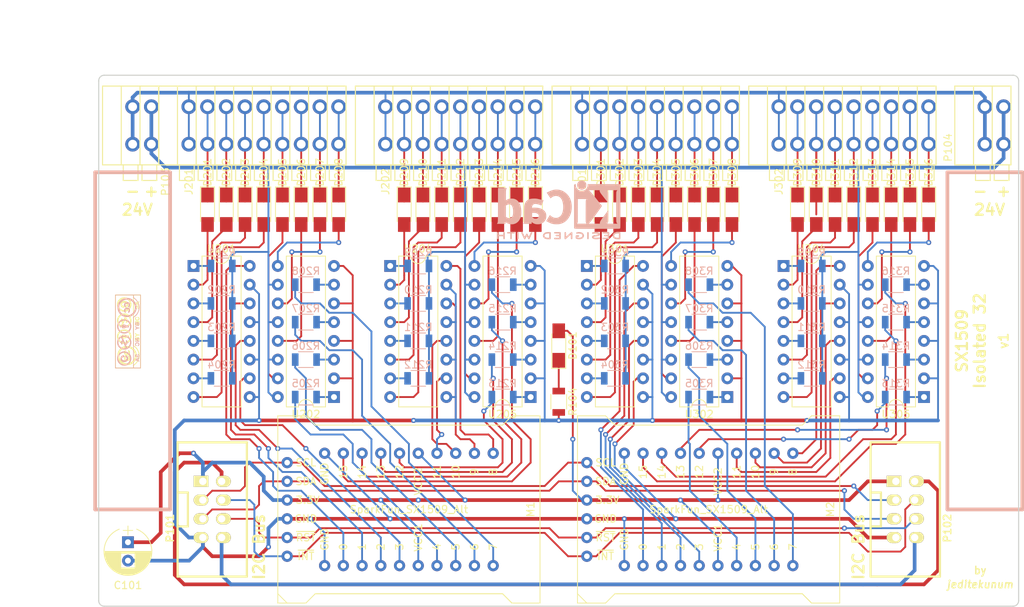
<source format=kicad_pcb>
(kicad_pcb (version 4) (host pcbnew 4.0.7)

  (general
    (links 271)
    (no_connects 0)
    (area 33.424999 28.674999 158.325001 100.825001)
    (thickness 1.6)
    (drawings 22)
    (tracks 1002)
    (zones 0)
    (modules 91)
    (nets 140)
  )

  (page USLetter)
  (title_block
    (date 2018-01-16)
  )

  (layers
    (0 F.Cu signal)
    (31 B.Cu signal)
    (32 B.Adhes user)
    (33 F.Adhes user)
    (34 B.Paste user)
    (35 F.Paste user)
    (36 B.SilkS user)
    (37 F.SilkS user)
    (38 B.Mask user)
    (39 F.Mask user)
    (40 Dwgs.User user)
    (41 Cmts.User user)
    (42 Eco1.User user)
    (43 Eco2.User user)
    (44 Edge.Cuts user)
    (45 Margin user)
    (46 B.CrtYd user)
    (47 F.CrtYd user)
    (48 B.Fab user hide)
    (49 F.Fab user)
  )

  (setup
    (last_trace_width 0.1524)
    (user_trace_width 0.25)
    (user_trace_width 0.5)
    (user_trace_width 0.75)
    (user_trace_width 1)
    (trace_clearance 0.1524)
    (zone_clearance 0.508)
    (zone_45_only yes)
    (trace_min 0.1524)
    (segment_width 0.5)
    (edge_width 0.15)
    (via_size 0.6858)
    (via_drill 0.3302)
    (via_min_size 0.6858)
    (via_min_drill 0.3302)
    (uvia_size 0.6858)
    (uvia_drill 0.3302)
    (uvias_allowed no)
    (uvia_min_size 0)
    (uvia_min_drill 0)
    (pcb_text_width 0.3)
    (pcb_text_size 1.5 1.5)
    (mod_edge_width 0.15)
    (mod_text_size 1 1)
    (mod_text_width 0.15)
    (pad_size 1.2 1.2)
    (pad_drill 0)
    (pad_to_mask_clearance 0.2)
    (aux_axis_origin 0 0)
    (visible_elements FFFFFF7F)
    (pcbplotparams
      (layerselection 0x010f0_80000001)
      (usegerberextensions true)
      (excludeedgelayer true)
      (linewidth 0.100000)
      (plotframeref false)
      (viasonmask false)
      (mode 1)
      (useauxorigin false)
      (hpglpennumber 1)
      (hpglpenspeed 20)
      (hpglpendiameter 15)
      (hpglpenoverlay 2)
      (psnegative false)
      (psa4output false)
      (plotreference true)
      (plotvalue true)
      (plotinvisibletext false)
      (padsonsilk false)
      (subtractmaskfromsilk false)
      (outputformat 1)
      (mirror false)
      (drillshape 0)
      (scaleselection 1)
      (outputdirectory ../gerbers/))
  )

  (net 0 "")
  (net 1 "Net-(D201-Pad1)")
  (net 2 "Net-(D201-Pad2)")
  (net 3 "Net-(D202-Pad1)")
  (net 4 "Net-(D202-Pad2)")
  (net 5 "Net-(D203-Pad1)")
  (net 6 "Net-(D203-Pad2)")
  (net 7 "Net-(D204-Pad1)")
  (net 8 "Net-(D204-Pad2)")
  (net 9 "Net-(D205-Pad1)")
  (net 10 "Net-(D205-Pad2)")
  (net 11 "Net-(D206-Pad1)")
  (net 12 "Net-(D206-Pad2)")
  (net 13 "Net-(D207-Pad1)")
  (net 14 "Net-(D207-Pad2)")
  (net 15 "Net-(D208-Pad1)")
  (net 16 "Net-(D208-Pad2)")
  (net 17 "Net-(D209-Pad1)")
  (net 18 "Net-(D209-Pad2)")
  (net 19 "Net-(D210-Pad1)")
  (net 20 "Net-(D210-Pad2)")
  (net 21 "Net-(D211-Pad1)")
  (net 22 "Net-(D211-Pad2)")
  (net 23 "Net-(D212-Pad1)")
  (net 24 "Net-(D212-Pad2)")
  (net 25 "Net-(D213-Pad1)")
  (net 26 "Net-(D213-Pad2)")
  (net 27 "Net-(D214-Pad1)")
  (net 28 "Net-(D214-Pad2)")
  (net 29 "Net-(D215-Pad1)")
  (net 30 "Net-(D215-Pad2)")
  (net 31 "Net-(D216-Pad1)")
  (net 32 "Net-(D216-Pad2)")
  (net 33 "Net-(D301-Pad1)")
  (net 34 "Net-(D301-Pad2)")
  (net 35 "Net-(D302-Pad1)")
  (net 36 "Net-(D302-Pad2)")
  (net 37 "Net-(D303-Pad1)")
  (net 38 "Net-(D303-Pad2)")
  (net 39 "Net-(D304-Pad1)")
  (net 40 "Net-(D304-Pad2)")
  (net 41 "Net-(D305-Pad1)")
  (net 42 "Net-(D305-Pad2)")
  (net 43 "Net-(D306-Pad1)")
  (net 44 "Net-(D306-Pad2)")
  (net 45 "Net-(D307-Pad1)")
  (net 46 "Net-(D307-Pad2)")
  (net 47 "Net-(D308-Pad1)")
  (net 48 "Net-(D308-Pad2)")
  (net 49 "Net-(D309-Pad1)")
  (net 50 "Net-(D309-Pad2)")
  (net 51 "Net-(D310-Pad1)")
  (net 52 "Net-(D310-Pad2)")
  (net 53 "Net-(D311-Pad1)")
  (net 54 "Net-(D311-Pad2)")
  (net 55 "Net-(D312-Pad1)")
  (net 56 "Net-(D312-Pad2)")
  (net 57 "Net-(D313-Pad1)")
  (net 58 "Net-(D313-Pad2)")
  (net 59 "Net-(D314-Pad1)")
  (net 60 "Net-(D314-Pad2)")
  (net 61 "Net-(D315-Pad1)")
  (net 62 "Net-(D315-Pad2)")
  (net 63 "Net-(D316-Pad1)")
  (net 64 "Net-(D316-Pad2)")
  (net 65 "Net-(R201-Pad2)")
  (net 66 "Net-(R202-Pad2)")
  (net 67 "Net-(R203-Pad2)")
  (net 68 "Net-(R204-Pad2)")
  (net 69 "Net-(R205-Pad1)")
  (net 70 "Net-(R206-Pad1)")
  (net 71 "Net-(R207-Pad1)")
  (net 72 "Net-(R208-Pad1)")
  (net 73 "Net-(R209-Pad2)")
  (net 74 "Net-(R210-Pad2)")
  (net 75 "Net-(R211-Pad2)")
  (net 76 "Net-(R212-Pad2)")
  (net 77 "Net-(R213-Pad1)")
  (net 78 "Net-(R214-Pad1)")
  (net 79 "Net-(R215-Pad1)")
  (net 80 "Net-(R216-Pad1)")
  (net 81 "Net-(R301-Pad2)")
  (net 82 "Net-(R302-Pad2)")
  (net 83 "Net-(R303-Pad2)")
  (net 84 "Net-(R304-Pad2)")
  (net 85 "Net-(R305-Pad1)")
  (net 86 "Net-(R306-Pad1)")
  (net 87 "Net-(R307-Pad1)")
  (net 88 "Net-(R308-Pad1)")
  (net 89 "Net-(R309-Pad2)")
  (net 90 "Net-(R310-Pad2)")
  (net 91 "Net-(R311-Pad2)")
  (net 92 "Net-(R312-Pad2)")
  (net 93 "Net-(R313-Pad1)")
  (net 94 "Net-(R314-Pad1)")
  (net 95 "Net-(R315-Pad1)")
  (net 96 "Net-(R316-Pad1)")
  (net 97 /GND)
  (net 98 /24GND)
  (net 99 /SCL)
  (net 100 /~INT)
  (net 101 /SDA)
  (net 102 /~RESET)
  (net 103 /24V)
  (net 104 "Net-(D101-Pad1)")
  (net 105 /5G)
  (net 106 /5V)
  (net 107 /3.3V)
  (net 108 "Net-(M1-Pad2)")
  (net 109 "Net-(M1-Pad3)")
  (net 110 "Net-(M1-Pad4)")
  (net 111 "Net-(M1-Pad5)")
  (net 112 "Net-(M1-Pad7)")
  (net 113 "Net-(M1-Pad8)")
  (net 114 "Net-(M1-Pad9)")
  (net 115 "Net-(M1-Pad10)")
  (net 116 "Net-(M1-Pad17)")
  (net 117 "Net-(M1-Pad18)")
  (net 118 "Net-(M1-Pad19)")
  (net 119 "Net-(M1-Pad20)")
  (net 120 "Net-(M1-Pad22)")
  (net 121 "Net-(M1-Pad23)")
  (net 122 "Net-(M1-Pad24)")
  (net 123 "Net-(M1-Pad25)")
  (net 124 "Net-(M2-Pad2)")
  (net 125 "Net-(M2-Pad3)")
  (net 126 "Net-(M2-Pad4)")
  (net 127 "Net-(M2-Pad5)")
  (net 128 "Net-(M2-Pad7)")
  (net 129 "Net-(M2-Pad8)")
  (net 130 "Net-(M2-Pad9)")
  (net 131 "Net-(M2-Pad10)")
  (net 132 "Net-(M2-Pad17)")
  (net 133 "Net-(M2-Pad18)")
  (net 134 "Net-(M2-Pad19)")
  (net 135 "Net-(M2-Pad20)")
  (net 136 "Net-(M2-Pad22)")
  (net 137 "Net-(M2-Pad23)")
  (net 138 "Net-(M2-Pad24)")
  (net 139 "Net-(M2-Pad25)")

  (net_class Default "This is the default net class."
    (clearance 0.1524)
    (trace_width 0.1524)
    (via_dia 0.6858)
    (via_drill 0.3302)
    (uvia_dia 0.6858)
    (uvia_drill 0.3302)
    (add_net /24GND)
    (add_net /24V)
    (add_net /3.3V)
    (add_net /5G)
    (add_net /5V)
    (add_net /GND)
    (add_net /SCL)
    (add_net /SDA)
    (add_net /~INT)
    (add_net /~RESET)
    (add_net "Net-(D101-Pad1)")
    (add_net "Net-(D201-Pad1)")
    (add_net "Net-(D201-Pad2)")
    (add_net "Net-(D202-Pad1)")
    (add_net "Net-(D202-Pad2)")
    (add_net "Net-(D203-Pad1)")
    (add_net "Net-(D203-Pad2)")
    (add_net "Net-(D204-Pad1)")
    (add_net "Net-(D204-Pad2)")
    (add_net "Net-(D205-Pad1)")
    (add_net "Net-(D205-Pad2)")
    (add_net "Net-(D206-Pad1)")
    (add_net "Net-(D206-Pad2)")
    (add_net "Net-(D207-Pad1)")
    (add_net "Net-(D207-Pad2)")
    (add_net "Net-(D208-Pad1)")
    (add_net "Net-(D208-Pad2)")
    (add_net "Net-(D209-Pad1)")
    (add_net "Net-(D209-Pad2)")
    (add_net "Net-(D210-Pad1)")
    (add_net "Net-(D210-Pad2)")
    (add_net "Net-(D211-Pad1)")
    (add_net "Net-(D211-Pad2)")
    (add_net "Net-(D212-Pad1)")
    (add_net "Net-(D212-Pad2)")
    (add_net "Net-(D213-Pad1)")
    (add_net "Net-(D213-Pad2)")
    (add_net "Net-(D214-Pad1)")
    (add_net "Net-(D214-Pad2)")
    (add_net "Net-(D215-Pad1)")
    (add_net "Net-(D215-Pad2)")
    (add_net "Net-(D216-Pad1)")
    (add_net "Net-(D216-Pad2)")
    (add_net "Net-(D301-Pad1)")
    (add_net "Net-(D301-Pad2)")
    (add_net "Net-(D302-Pad1)")
    (add_net "Net-(D302-Pad2)")
    (add_net "Net-(D303-Pad1)")
    (add_net "Net-(D303-Pad2)")
    (add_net "Net-(D304-Pad1)")
    (add_net "Net-(D304-Pad2)")
    (add_net "Net-(D305-Pad1)")
    (add_net "Net-(D305-Pad2)")
    (add_net "Net-(D306-Pad1)")
    (add_net "Net-(D306-Pad2)")
    (add_net "Net-(D307-Pad1)")
    (add_net "Net-(D307-Pad2)")
    (add_net "Net-(D308-Pad1)")
    (add_net "Net-(D308-Pad2)")
    (add_net "Net-(D309-Pad1)")
    (add_net "Net-(D309-Pad2)")
    (add_net "Net-(D310-Pad1)")
    (add_net "Net-(D310-Pad2)")
    (add_net "Net-(D311-Pad1)")
    (add_net "Net-(D311-Pad2)")
    (add_net "Net-(D312-Pad1)")
    (add_net "Net-(D312-Pad2)")
    (add_net "Net-(D313-Pad1)")
    (add_net "Net-(D313-Pad2)")
    (add_net "Net-(D314-Pad1)")
    (add_net "Net-(D314-Pad2)")
    (add_net "Net-(D315-Pad1)")
    (add_net "Net-(D315-Pad2)")
    (add_net "Net-(D316-Pad1)")
    (add_net "Net-(D316-Pad2)")
    (add_net "Net-(M1-Pad10)")
    (add_net "Net-(M1-Pad17)")
    (add_net "Net-(M1-Pad18)")
    (add_net "Net-(M1-Pad19)")
    (add_net "Net-(M1-Pad2)")
    (add_net "Net-(M1-Pad20)")
    (add_net "Net-(M1-Pad22)")
    (add_net "Net-(M1-Pad23)")
    (add_net "Net-(M1-Pad24)")
    (add_net "Net-(M1-Pad25)")
    (add_net "Net-(M1-Pad3)")
    (add_net "Net-(M1-Pad4)")
    (add_net "Net-(M1-Pad5)")
    (add_net "Net-(M1-Pad7)")
    (add_net "Net-(M1-Pad8)")
    (add_net "Net-(M1-Pad9)")
    (add_net "Net-(M2-Pad10)")
    (add_net "Net-(M2-Pad17)")
    (add_net "Net-(M2-Pad18)")
    (add_net "Net-(M2-Pad19)")
    (add_net "Net-(M2-Pad2)")
    (add_net "Net-(M2-Pad20)")
    (add_net "Net-(M2-Pad22)")
    (add_net "Net-(M2-Pad23)")
    (add_net "Net-(M2-Pad24)")
    (add_net "Net-(M2-Pad25)")
    (add_net "Net-(M2-Pad3)")
    (add_net "Net-(M2-Pad4)")
    (add_net "Net-(M2-Pad5)")
    (add_net "Net-(M2-Pad7)")
    (add_net "Net-(M2-Pad8)")
    (add_net "Net-(M2-Pad9)")
    (add_net "Net-(R201-Pad2)")
    (add_net "Net-(R202-Pad2)")
    (add_net "Net-(R203-Pad2)")
    (add_net "Net-(R204-Pad2)")
    (add_net "Net-(R205-Pad1)")
    (add_net "Net-(R206-Pad1)")
    (add_net "Net-(R207-Pad1)")
    (add_net "Net-(R208-Pad1)")
    (add_net "Net-(R209-Pad2)")
    (add_net "Net-(R210-Pad2)")
    (add_net "Net-(R211-Pad2)")
    (add_net "Net-(R212-Pad2)")
    (add_net "Net-(R213-Pad1)")
    (add_net "Net-(R214-Pad1)")
    (add_net "Net-(R215-Pad1)")
    (add_net "Net-(R216-Pad1)")
    (add_net "Net-(R301-Pad2)")
    (add_net "Net-(R302-Pad2)")
    (add_net "Net-(R303-Pad2)")
    (add_net "Net-(R304-Pad2)")
    (add_net "Net-(R305-Pad1)")
    (add_net "Net-(R306-Pad1)")
    (add_net "Net-(R307-Pad1)")
    (add_net "Net-(R308-Pad1)")
    (add_net "Net-(R309-Pad2)")
    (add_net "Net-(R310-Pad2)")
    (add_net "Net-(R311-Pad2)")
    (add_net "Net-(R312-Pad2)")
    (add_net "Net-(R313-Pad1)")
    (add_net "Net-(R314-Pad1)")
    (add_net "Net-(R315-Pad1)")
    (add_net "Net-(R316-Pad1)")
  )

  (module w_conn_strip:vasch_strip_4x2 locked (layer F.Cu) (tedit 5AA80528) (tstamp 5A5DF1E7)
    (at 142.875 87.63 270)
    (descr "Box header 4x2pin 2.54mm")
    (tags "CONN DEV")
    (path /5A5E1116)
    (fp_text reference P102 (at 2.54 -5.715 270) (layer F.SilkS)
      (effects (font (size 1 1) (thickness 0.2032)))
    )
    (fp_text value MY_CONN_I2C (at 0 5.7 270) (layer F.SilkS) hide
      (effects (font (size 1 1) (thickness 0.2032)))
    )
    (fp_line (start -9.1 4.7) (end 9.1 4.7) (layer F.SilkS) (width 0.3048))
    (fp_line (start 9.1 -4.7) (end -9.1 -4.7) (layer F.SilkS) (width 0.3048))
    (fp_line (start -9.1 -4.7) (end -9.1 4.7) (layer F.SilkS) (width 0.3048))
    (fp_line (start 9.1 -4.7) (end 9.1 4.7) (layer F.SilkS) (width 0.3048))
    (fp_line (start 2.3 4.7) (end 2.3 3.3) (layer F.SilkS) (width 0.29972))
    (fp_line (start 2.3 3.3) (end -2.3 3.3) (layer F.SilkS) (width 0.29972))
    (fp_line (start -2.3 3.3) (end -2.3 4.7) (layer F.SilkS) (width 0.29972))
    (pad 8 thru_hole oval (at 3.81 -1.27 270) (size 1.5 2) (drill 1 (offset 0 -0.25)) (layers *.Cu *.Mask F.SilkS)
      (net 105 /5G))
    (pad 7 thru_hole oval (at 3.81 1.27 270) (size 1.5 2) (drill 1 (offset 0 0.25)) (layers *.Cu *.Mask F.SilkS)
      (net 97 /GND))
    (pad 1 thru_hole rect (at -3.81 1.27 270) (size 1.5 2) (drill 1 (offset 0 0.25)) (layers *.Cu *.Mask F.SilkS)
      (net 107 /3.3V))
    (pad 2 thru_hole oval (at -3.81 -1.27 270) (size 1.5 2) (drill 1 (offset 0 -0.25)) (layers *.Cu *.Mask F.SilkS)
      (net 106 /5V))
    (pad 3 thru_hole oval (at -1.27 1.27 270) (size 1.5 2) (drill 1 (offset 0 0.25)) (layers *.Cu *.Mask F.SilkS)
      (net 99 /SCL))
    (pad 4 thru_hole oval (at -1.27 -1.27 270) (size 1.5 2) (drill 1 (offset 0 -0.25)) (layers *.Cu *.Mask F.SilkS)
      (net 100 /~INT))
    (pad 5 thru_hole oval (at 1.27 1.27 270) (size 1.5 2) (drill 1 (offset 0 0.25)) (layers *.Cu *.Mask F.SilkS)
      (net 101 /SDA))
    (pad 6 thru_hole oval (at 1.27 -1.27 270) (size 1.5 2) (drill 1 (offset 0 -0.25)) (layers *.Cu *.Mask F.SilkS)
      (net 102 /~RESET))
    (model walter/conn_strip/vasch_strip_4x2.wrl
      (at (xyz 0 0 0))
      (scale (xyz 1 1 1))
      (rotate (xyz 0 0 0))
    )
  )

  (module "0 My Pins:KF141V-09P" (layer F.Cu) (tedit 5AA804D4) (tstamp 5A5CDD5A)
    (at 45.72 35.56)
    (path /5A5D208C/5A5D225F)
    (fp_text reference J201 (at 0 7.62 90) (layer F.SilkS)
      (effects (font (size 1 1) (thickness 0.15)))
    )
    (fp_text value Conn_01x09_Female (at 7.62 0) (layer F.Fab)
      (effects (font (size 1 1) (thickness 0.15)))
    )
    (fp_line (start -4.08 -5.34) (end -1.54 -5.34) (layer F.SilkS) (width 0.15))
    (fp_line (start -1.54 -5.34) (end -1.54 5.34) (layer F.SilkS) (width 0.15))
    (fp_line (start -1.54 5.34) (end -4.08 5.34) (layer F.SilkS) (width 0.15))
    (fp_line (start -4.08 5.34) (end -4.08 -5.34) (layer F.SilkS) (width 0.15))
    (fp_line (start -1.54 -5.34) (end 1 -5.34) (layer F.SilkS) (width 0.15))
    (fp_line (start 1 -5.34) (end 1 5.34) (layer F.SilkS) (width 0.15))
    (fp_line (start 1 5.34) (end -1.54 5.34) (layer F.SilkS) (width 0.15))
    (fp_line (start 1 -5.34) (end 3.54 -5.34) (layer F.SilkS) (width 0.15))
    (fp_line (start 3.54 -5.34) (end 3.54 5.34) (layer F.SilkS) (width 0.15))
    (fp_line (start 3.54 5.34) (end 1 5.34) (layer F.SilkS) (width 0.15))
    (fp_line (start 3.54 -5.34) (end 6.08 -5.34) (layer F.SilkS) (width 0.15))
    (fp_line (start 6.08 -5.34) (end 6.08 5.34) (layer F.SilkS) (width 0.15))
    (fp_line (start 6.08 5.34) (end 3.54 5.34) (layer F.SilkS) (width 0.15))
    (fp_line (start 6.08 -5.34) (end 8.62 -5.34) (layer F.SilkS) (width 0.15))
    (fp_line (start 8.62 -5.34) (end 8.62 5.34) (layer F.SilkS) (width 0.15))
    (fp_line (start 8.62 5.34) (end 6.08 5.34) (layer F.SilkS) (width 0.15))
    (fp_line (start 8.62 -5.34) (end 11.16 -5.34) (layer F.SilkS) (width 0.15))
    (fp_line (start 11.16 -5.34) (end 11.16 5.34) (layer F.SilkS) (width 0.15))
    (fp_line (start 11.16 5.34) (end 8.62 5.34) (layer F.SilkS) (width 0.15))
    (fp_line (start 11.16 -5.34) (end 13.7 -5.34) (layer F.SilkS) (width 0.15))
    (fp_line (start 13.7 -5.34) (end 13.7 5.34) (layer F.SilkS) (width 0.15))
    (fp_line (start 13.7 5.34) (end 11.16 5.34) (layer F.SilkS) (width 0.15))
    (fp_line (start 13.7 -5.34) (end 16.24 -5.34) (layer F.SilkS) (width 0.15))
    (fp_line (start 16.24 -5.34) (end 16.24 5.34) (layer F.SilkS) (width 0.15))
    (fp_line (start 16.24 5.34) (end 13.7 5.34) (layer F.SilkS) (width 0.15))
    (fp_line (start 16.24 -5.34) (end 18.78 -5.34) (layer F.SilkS) (width 0.15))
    (fp_line (start 18.78 -5.34) (end 18.78 5.34) (layer F.SilkS) (width 0.15))
    (fp_line (start 18.78 5.34) (end 16.24 5.34) (layer F.SilkS) (width 0.15))
    (fp_line (start 18.78 -5.34) (end 21.32 -5.34) (layer F.SilkS) (width 0.15))
    (fp_line (start 21.32 -5.34) (end 21.32 5.34) (layer F.SilkS) (width 0.15))
    (fp_line (start 21.32 5.34) (end 18.78 5.34) (layer F.SilkS) (width 0.15))
    (fp_line (start -1.27 5.34) (end -1.27 7.46) (layer F.SilkS) (width 0.15))
    (fp_line (start -1.27 7.46) (end 0.73 7.46) (layer F.SilkS) (width 0.15))
    (fp_line (start 0.73 7.46) (end 0.73 5.34) (layer F.SilkS) (width 0.15))
    (fp_line (start 1.27 5.34) (end 1.27 7.46) (layer F.SilkS) (width 0.15))
    (fp_line (start 1.27 7.46) (end 3.27 7.46) (layer F.SilkS) (width 0.15))
    (fp_line (start 3.27 7.46) (end 3.27 5.34) (layer F.SilkS) (width 0.15))
    (fp_line (start 3.81 5.34) (end 3.81 7.46) (layer F.SilkS) (width 0.15))
    (fp_line (start 3.81 7.46) (end 5.81 7.46) (layer F.SilkS) (width 0.15))
    (fp_line (start 5.81 7.46) (end 5.81 5.34) (layer F.SilkS) (width 0.15))
    (fp_line (start 6.35 5.34) (end 6.35 7.46) (layer F.SilkS) (width 0.15))
    (fp_line (start 6.35 7.46) (end 8.35 7.46) (layer F.SilkS) (width 0.15))
    (fp_line (start 8.35 7.46) (end 8.35 5.34) (layer F.SilkS) (width 0.15))
    (fp_line (start 8.89 5.34) (end 8.89 7.46) (layer F.SilkS) (width 0.15))
    (fp_line (start 8.89 7.46) (end 10.89 7.46) (layer F.SilkS) (width 0.15))
    (fp_line (start 10.89 7.46) (end 10.89 5.34) (layer F.SilkS) (width 0.15))
    (fp_line (start 11.43 5.34) (end 11.43 7.46) (layer F.SilkS) (width 0.15))
    (fp_line (start 11.43 7.46) (end 13.43 7.46) (layer F.SilkS) (width 0.15))
    (fp_line (start 13.43 7.46) (end 13.43 5.34) (layer F.SilkS) (width 0.15))
    (fp_line (start 13.97 5.34) (end 13.97 7.46) (layer F.SilkS) (width 0.15))
    (fp_line (start 13.97 7.46) (end 15.97 7.46) (layer F.SilkS) (width 0.15))
    (fp_line (start 15.97 7.46) (end 15.97 5.34) (layer F.SilkS) (width 0.15))
    (fp_line (start 16.51 5.34) (end 16.51 7.46) (layer F.SilkS) (width 0.15))
    (fp_line (start 16.51 7.46) (end 18.51 7.46) (layer F.SilkS) (width 0.15))
    (fp_line (start 18.51 7.46) (end 18.51 5.34) (layer F.SilkS) (width 0.15))
    (fp_line (start 19.05 5.34) (end 19.05 7.46) (layer F.SilkS) (width 0.15))
    (fp_line (start 19.05 7.46) (end 21.05 7.46) (layer F.SilkS) (width 0.15))
    (fp_line (start 21.05 7.46) (end 21.05 5.34) (layer F.SilkS) (width 0.15))
    (pad 1 thru_hole circle (at 0 2.54) (size 2 2) (drill 1.2) (layers *.Cu *.Mask)
      (net 98 /24GND))
    (pad 1 thru_hole circle (at 0 -2.54) (size 2 2) (drill 1.2) (layers *.Cu *.Mask)
      (net 98 /24GND))
    (pad 2 thru_hole circle (at 2.54 2.54) (size 2 2) (drill 1.2) (layers *.Cu *.Mask)
      (net 1 "Net-(D201-Pad1)"))
    (pad 2 thru_hole circle (at 2.54 -2.54) (size 2 2) (drill 1.2) (layers *.Cu *.Mask)
      (net 1 "Net-(D201-Pad1)"))
    (pad 3 thru_hole circle (at 5.08 2.54) (size 2 2) (drill 1.2) (layers *.Cu *.Mask)
      (net 3 "Net-(D202-Pad1)"))
    (pad 3 thru_hole circle (at 5.08 -2.54) (size 2 2) (drill 1.2) (layers *.Cu *.Mask)
      (net 3 "Net-(D202-Pad1)"))
    (pad 4 thru_hole circle (at 7.62 2.54) (size 2 2) (drill 1.2) (layers *.Cu *.Mask)
      (net 5 "Net-(D203-Pad1)"))
    (pad 4 thru_hole circle (at 7.62 -2.54) (size 2 2) (drill 1.2) (layers *.Cu *.Mask)
      (net 5 "Net-(D203-Pad1)"))
    (pad 5 thru_hole circle (at 10.16 2.54) (size 2 2) (drill 1.2) (layers *.Cu *.Mask)
      (net 7 "Net-(D204-Pad1)"))
    (pad 5 thru_hole circle (at 10.16 -2.54) (size 2 2) (drill 1.2) (layers *.Cu *.Mask)
      (net 7 "Net-(D204-Pad1)"))
    (pad 6 thru_hole circle (at 12.7 2.54) (size 2 2) (drill 1.2) (layers *.Cu *.Mask)
      (net 9 "Net-(D205-Pad1)"))
    (pad 6 thru_hole circle (at 12.7 -2.54) (size 2 2) (drill 1.2) (layers *.Cu *.Mask)
      (net 9 "Net-(D205-Pad1)"))
    (pad 7 thru_hole circle (at 15.24 2.54) (size 2 2) (drill 1.2) (layers *.Cu *.Mask)
      (net 11 "Net-(D206-Pad1)"))
    (pad 7 thru_hole circle (at 15.24 -2.54) (size 2 2) (drill 1.2) (layers *.Cu *.Mask)
      (net 11 "Net-(D206-Pad1)"))
    (pad 8 thru_hole circle (at 17.78 2.54) (size 2 2) (drill 1.2) (layers *.Cu *.Mask)
      (net 13 "Net-(D207-Pad1)"))
    (pad 8 thru_hole circle (at 17.78 -2.54) (size 2 2) (drill 1.2) (layers *.Cu *.Mask)
      (net 13 "Net-(D207-Pad1)"))
    (pad 9 thru_hole circle (at 20.32 2.54) (size 2 2) (drill 1.2) (layers *.Cu *.Mask)
      (net 15 "Net-(D208-Pad1)"))
    (pad 9 thru_hole circle (at 20.32 -2.54) (size 2 2) (drill 1.2) (layers *.Cu *.Mask)
      (net 15 "Net-(D208-Pad1)"))
  )

  (module "0 My Pins:KF141V-09P" (layer F.Cu) (tedit 5AA804DA) (tstamp 5A5CDD70)
    (at 72.39 35.56)
    (path /5A5D208C/5A5D5F52)
    (fp_text reference J202 (at 0 7.62 90) (layer F.SilkS)
      (effects (font (size 1 1) (thickness 0.15)))
    )
    (fp_text value Conn_01x09_Female (at 7.62 0) (layer F.Fab)
      (effects (font (size 1 1) (thickness 0.15)))
    )
    (fp_line (start -4.08 -5.34) (end -1.54 -5.34) (layer F.SilkS) (width 0.15))
    (fp_line (start -1.54 -5.34) (end -1.54 5.34) (layer F.SilkS) (width 0.15))
    (fp_line (start -1.54 5.34) (end -4.08 5.34) (layer F.SilkS) (width 0.15))
    (fp_line (start -4.08 5.34) (end -4.08 -5.34) (layer F.SilkS) (width 0.15))
    (fp_line (start -1.54 -5.34) (end 1 -5.34) (layer F.SilkS) (width 0.15))
    (fp_line (start 1 -5.34) (end 1 5.34) (layer F.SilkS) (width 0.15))
    (fp_line (start 1 5.34) (end -1.54 5.34) (layer F.SilkS) (width 0.15))
    (fp_line (start 1 -5.34) (end 3.54 -5.34) (layer F.SilkS) (width 0.15))
    (fp_line (start 3.54 -5.34) (end 3.54 5.34) (layer F.SilkS) (width 0.15))
    (fp_line (start 3.54 5.34) (end 1 5.34) (layer F.SilkS) (width 0.15))
    (fp_line (start 3.54 -5.34) (end 6.08 -5.34) (layer F.SilkS) (width 0.15))
    (fp_line (start 6.08 -5.34) (end 6.08 5.34) (layer F.SilkS) (width 0.15))
    (fp_line (start 6.08 5.34) (end 3.54 5.34) (layer F.SilkS) (width 0.15))
    (fp_line (start 6.08 -5.34) (end 8.62 -5.34) (layer F.SilkS) (width 0.15))
    (fp_line (start 8.62 -5.34) (end 8.62 5.34) (layer F.SilkS) (width 0.15))
    (fp_line (start 8.62 5.34) (end 6.08 5.34) (layer F.SilkS) (width 0.15))
    (fp_line (start 8.62 -5.34) (end 11.16 -5.34) (layer F.SilkS) (width 0.15))
    (fp_line (start 11.16 -5.34) (end 11.16 5.34) (layer F.SilkS) (width 0.15))
    (fp_line (start 11.16 5.34) (end 8.62 5.34) (layer F.SilkS) (width 0.15))
    (fp_line (start 11.16 -5.34) (end 13.7 -5.34) (layer F.SilkS) (width 0.15))
    (fp_line (start 13.7 -5.34) (end 13.7 5.34) (layer F.SilkS) (width 0.15))
    (fp_line (start 13.7 5.34) (end 11.16 5.34) (layer F.SilkS) (width 0.15))
    (fp_line (start 13.7 -5.34) (end 16.24 -5.34) (layer F.SilkS) (width 0.15))
    (fp_line (start 16.24 -5.34) (end 16.24 5.34) (layer F.SilkS) (width 0.15))
    (fp_line (start 16.24 5.34) (end 13.7 5.34) (layer F.SilkS) (width 0.15))
    (fp_line (start 16.24 -5.34) (end 18.78 -5.34) (layer F.SilkS) (width 0.15))
    (fp_line (start 18.78 -5.34) (end 18.78 5.34) (layer F.SilkS) (width 0.15))
    (fp_line (start 18.78 5.34) (end 16.24 5.34) (layer F.SilkS) (width 0.15))
    (fp_line (start 18.78 -5.34) (end 21.32 -5.34) (layer F.SilkS) (width 0.15))
    (fp_line (start 21.32 -5.34) (end 21.32 5.34) (layer F.SilkS) (width 0.15))
    (fp_line (start 21.32 5.34) (end 18.78 5.34) (layer F.SilkS) (width 0.15))
    (fp_line (start -1.27 5.34) (end -1.27 7.46) (layer F.SilkS) (width 0.15))
    (fp_line (start -1.27 7.46) (end 0.73 7.46) (layer F.SilkS) (width 0.15))
    (fp_line (start 0.73 7.46) (end 0.73 5.34) (layer F.SilkS) (width 0.15))
    (fp_line (start 1.27 5.34) (end 1.27 7.46) (layer F.SilkS) (width 0.15))
    (fp_line (start 1.27 7.46) (end 3.27 7.46) (layer F.SilkS) (width 0.15))
    (fp_line (start 3.27 7.46) (end 3.27 5.34) (layer F.SilkS) (width 0.15))
    (fp_line (start 3.81 5.34) (end 3.81 7.46) (layer F.SilkS) (width 0.15))
    (fp_line (start 3.81 7.46) (end 5.81 7.46) (layer F.SilkS) (width 0.15))
    (fp_line (start 5.81 7.46) (end 5.81 5.34) (layer F.SilkS) (width 0.15))
    (fp_line (start 6.35 5.34) (end 6.35 7.46) (layer F.SilkS) (width 0.15))
    (fp_line (start 6.35 7.46) (end 8.35 7.46) (layer F.SilkS) (width 0.15))
    (fp_line (start 8.35 7.46) (end 8.35 5.34) (layer F.SilkS) (width 0.15))
    (fp_line (start 8.89 5.34) (end 8.89 7.46) (layer F.SilkS) (width 0.15))
    (fp_line (start 8.89 7.46) (end 10.89 7.46) (layer F.SilkS) (width 0.15))
    (fp_line (start 10.89 7.46) (end 10.89 5.34) (layer F.SilkS) (width 0.15))
    (fp_line (start 11.43 5.34) (end 11.43 7.46) (layer F.SilkS) (width 0.15))
    (fp_line (start 11.43 7.46) (end 13.43 7.46) (layer F.SilkS) (width 0.15))
    (fp_line (start 13.43 7.46) (end 13.43 5.34) (layer F.SilkS) (width 0.15))
    (fp_line (start 13.97 5.34) (end 13.97 7.46) (layer F.SilkS) (width 0.15))
    (fp_line (start 13.97 7.46) (end 15.97 7.46) (layer F.SilkS) (width 0.15))
    (fp_line (start 15.97 7.46) (end 15.97 5.34) (layer F.SilkS) (width 0.15))
    (fp_line (start 16.51 5.34) (end 16.51 7.46) (layer F.SilkS) (width 0.15))
    (fp_line (start 16.51 7.46) (end 18.51 7.46) (layer F.SilkS) (width 0.15))
    (fp_line (start 18.51 7.46) (end 18.51 5.34) (layer F.SilkS) (width 0.15))
    (fp_line (start 19.05 5.34) (end 19.05 7.46) (layer F.SilkS) (width 0.15))
    (fp_line (start 19.05 7.46) (end 21.05 7.46) (layer F.SilkS) (width 0.15))
    (fp_line (start 21.05 7.46) (end 21.05 5.34) (layer F.SilkS) (width 0.15))
    (pad 1 thru_hole circle (at 0 2.54) (size 2 2) (drill 1.2) (layers *.Cu *.Mask)
      (net 98 /24GND))
    (pad 1 thru_hole circle (at 0 -2.54) (size 2 2) (drill 1.2) (layers *.Cu *.Mask)
      (net 98 /24GND))
    (pad 2 thru_hole circle (at 2.54 2.54) (size 2 2) (drill 1.2) (layers *.Cu *.Mask)
      (net 17 "Net-(D209-Pad1)"))
    (pad 2 thru_hole circle (at 2.54 -2.54) (size 2 2) (drill 1.2) (layers *.Cu *.Mask)
      (net 17 "Net-(D209-Pad1)"))
    (pad 3 thru_hole circle (at 5.08 2.54) (size 2 2) (drill 1.2) (layers *.Cu *.Mask)
      (net 19 "Net-(D210-Pad1)"))
    (pad 3 thru_hole circle (at 5.08 -2.54) (size 2 2) (drill 1.2) (layers *.Cu *.Mask)
      (net 19 "Net-(D210-Pad1)"))
    (pad 4 thru_hole circle (at 7.62 2.54) (size 2 2) (drill 1.2) (layers *.Cu *.Mask)
      (net 21 "Net-(D211-Pad1)"))
    (pad 4 thru_hole circle (at 7.62 -2.54) (size 2 2) (drill 1.2) (layers *.Cu *.Mask)
      (net 21 "Net-(D211-Pad1)"))
    (pad 5 thru_hole circle (at 10.16 2.54) (size 2 2) (drill 1.2) (layers *.Cu *.Mask)
      (net 23 "Net-(D212-Pad1)"))
    (pad 5 thru_hole circle (at 10.16 -2.54) (size 2 2) (drill 1.2) (layers *.Cu *.Mask)
      (net 23 "Net-(D212-Pad1)"))
    (pad 6 thru_hole circle (at 12.7 2.54) (size 2 2) (drill 1.2) (layers *.Cu *.Mask)
      (net 25 "Net-(D213-Pad1)"))
    (pad 6 thru_hole circle (at 12.7 -2.54) (size 2 2) (drill 1.2) (layers *.Cu *.Mask)
      (net 25 "Net-(D213-Pad1)"))
    (pad 7 thru_hole circle (at 15.24 2.54) (size 2 2) (drill 1.2) (layers *.Cu *.Mask)
      (net 27 "Net-(D214-Pad1)"))
    (pad 7 thru_hole circle (at 15.24 -2.54) (size 2 2) (drill 1.2) (layers *.Cu *.Mask)
      (net 27 "Net-(D214-Pad1)"))
    (pad 8 thru_hole circle (at 17.78 2.54) (size 2 2) (drill 1.2) (layers *.Cu *.Mask)
      (net 29 "Net-(D215-Pad1)"))
    (pad 8 thru_hole circle (at 17.78 -2.54) (size 2 2) (drill 1.2) (layers *.Cu *.Mask)
      (net 29 "Net-(D215-Pad1)"))
    (pad 9 thru_hole circle (at 20.32 2.54) (size 2 2) (drill 1.2) (layers *.Cu *.Mask)
      (net 31 "Net-(D216-Pad1)"))
    (pad 9 thru_hole circle (at 20.32 -2.54) (size 2 2) (drill 1.2) (layers *.Cu *.Mask)
      (net 31 "Net-(D216-Pad1)"))
  )

  (module "0 My Mount:DIN-Mount-Clip" locked (layer F.Cu) (tedit 5A5E1BC9) (tstamp 5A65A32D)
    (at 38.1 64.77)
    (fp_text reference REF** (at 0 0) (layer F.SilkS) hide
      (effects (font (size 1 1) (thickness 0.15)))
    )
    (fp_text value DIN-Mount-Clip (at -3.81 0 90) (layer F.Fab)
      (effects (font (size 1 1) (thickness 0.15)))
    )
    (fp_line (start -5.08 -22.86) (end 5.08 -22.86) (layer B.CrtYd) (width 0.5))
    (fp_line (start -5.08 22.86) (end -5.08 -22.86) (layer B.CrtYd) (width 0.5))
    (fp_line (start -5.08 22.86) (end 5.08 22.86) (layer B.CrtYd) (width 0.5))
    (fp_line (start -5.08 -22.86) (end 5.08 -22.86) (layer B.CrtYd) (width 0.5))
    (fp_line (start 5.08 -22.86) (end 5.08 22.86) (layer B.CrtYd) (width 0.5))
    (fp_line (start -5.08 -22.86) (end -5.08 22.86) (layer B.SilkS) (width 0.5))
    (fp_line (start 5.08 -22.86) (end 5.08 22.86) (layer B.SilkS) (width 0.5))
    (fp_line (start -5.08 -22.86) (end 5.08 -22.86) (layer B.SilkS) (width 0.5))
    (fp_line (start -5.08 22.86) (end 5.08 22.86) (layer B.SilkS) (width 0.5))
    (fp_circle (center 0 -12.5) (end 0 -15.95) (layer F.CrtYd) (width 0.05))
    (fp_circle (center 0 -12.5) (end 0 -15.7) (layer Cmts.User) (width 0.15))
    (fp_circle (center 0 -12.5) (end 0 -15.7) (layer Cmts.User) (width 0.15))
    (fp_circle (center 0 -12.5) (end 0 -15.95) (layer F.CrtYd) (width 0.05))
    (fp_circle (center 0 -12.5) (end 0 -15.95) (layer F.CrtYd) (width 0.05))
    (fp_circle (center 0 -12.5) (end 0 -15.7) (layer Cmts.User) (width 0.15))
    (fp_circle (center 0 -12.5) (end 0 -15.7) (layer Cmts.User) (width 0.15))
    (fp_circle (center 0 -12.5) (end 0 -15.95) (layer F.CrtYd) (width 0.05))
    (fp_circle (center 0 12.5) (end 0 9.05) (layer F.CrtYd) (width 0.05))
    (fp_circle (center 0 12.5) (end 0 9.3) (layer Cmts.User) (width 0.15))
    (fp_circle (center 0 12.5) (end 0 9.3) (layer Cmts.User) (width 0.15))
    (fp_circle (center 0 12.5) (end 0 9.05) (layer F.CrtYd) (width 0.05))
    (fp_circle (center 0 12.5) (end 0 9.05) (layer F.CrtYd) (width 0.05))
    (fp_circle (center 0 12.5) (end 0 9.3) (layer Cmts.User) (width 0.15))
    (fp_circle (center 0 12.5) (end 0 9.3) (layer Cmts.User) (width 0.15))
    (fp_circle (center 0 12.5) (end 0 9.05) (layer F.CrtYd) (width 0.05))
    (pad "" np_thru_hole circle (at 0 -12.5) (size 3.2 3.2) (drill 3.2) (layers *.Cu *.Mask))
    (pad "" np_thru_hole circle (at 0 -12.5) (size 3.2 3.2) (drill 3.2) (layers *.Cu *.Mask))
    (pad "" np_thru_hole circle (at 0 -12.5) (size 3.2 3.2) (drill 3.2) (layers *.Cu *.Mask))
    (pad "" np_thru_hole circle (at 0 -12.5) (size 3.2 3.2) (drill 3.2) (layers *.Cu *.Mask))
    (pad "" np_thru_hole circle (at 0 12.5) (size 3.2 3.2) (drill 3.2) (layers *.Cu *.Mask))
    (pad "" np_thru_hole circle (at 0 12.5) (size 3.2 3.2) (drill 3.2) (layers *.Cu *.Mask))
    (pad "" np_thru_hole circle (at 0 12.5) (size 3.2 3.2) (drill 3.2) (layers *.Cu *.Mask))
    (pad "" np_thru_hole circle (at 0 12.5) (size 3.2 3.2) (drill 3.2) (layers *.Cu *.Mask))
  )

  (module "0 My Mount:DIN-Mount-Clip" locked (layer F.Cu) (tedit 5A5E1BBB) (tstamp 5A65A231)
    (at 153.67 64.77)
    (fp_text reference REF** (at 0 0) (layer F.SilkS) hide
      (effects (font (size 1 1) (thickness 0.15)))
    )
    (fp_text value DIN-Mount-Clip (at -3.81 0 90) (layer F.Fab)
      (effects (font (size 1 1) (thickness 0.15)))
    )
    (fp_line (start -5.08 -22.86) (end 5.08 -22.86) (layer B.CrtYd) (width 0.5))
    (fp_line (start -5.08 22.86) (end -5.08 -22.86) (layer B.CrtYd) (width 0.5))
    (fp_line (start -5.08 22.86) (end 5.08 22.86) (layer B.CrtYd) (width 0.5))
    (fp_line (start -5.08 -22.86) (end 5.08 -22.86) (layer B.CrtYd) (width 0.5))
    (fp_line (start 5.08 -22.86) (end 5.08 22.86) (layer B.CrtYd) (width 0.5))
    (fp_line (start -5.08 -22.86) (end -5.08 22.86) (layer B.SilkS) (width 0.5))
    (fp_line (start 5.08 -22.86) (end 5.08 22.86) (layer B.SilkS) (width 0.5))
    (fp_line (start -5.08 -22.86) (end 5.08 -22.86) (layer B.SilkS) (width 0.5))
    (fp_line (start -5.08 22.86) (end 5.08 22.86) (layer B.SilkS) (width 0.5))
    (fp_circle (center 0 -12.5) (end 0 -15.95) (layer F.CrtYd) (width 0.05))
    (fp_circle (center 0 -12.5) (end 0 -15.7) (layer Cmts.User) (width 0.15))
    (fp_circle (center 0 -12.5) (end 0 -15.7) (layer Cmts.User) (width 0.15))
    (fp_circle (center 0 -12.5) (end 0 -15.95) (layer F.CrtYd) (width 0.05))
    (fp_circle (center 0 -12.5) (end 0 -15.95) (layer F.CrtYd) (width 0.05))
    (fp_circle (center 0 -12.5) (end 0 -15.7) (layer Cmts.User) (width 0.15))
    (fp_circle (center 0 -12.5) (end 0 -15.7) (layer Cmts.User) (width 0.15))
    (fp_circle (center 0 -12.5) (end 0 -15.95) (layer F.CrtYd) (width 0.05))
    (fp_circle (center 0 12.5) (end 0 9.05) (layer F.CrtYd) (width 0.05))
    (fp_circle (center 0 12.5) (end 0 9.3) (layer Cmts.User) (width 0.15))
    (fp_circle (center 0 12.5) (end 0 9.3) (layer Cmts.User) (width 0.15))
    (fp_circle (center 0 12.5) (end 0 9.05) (layer F.CrtYd) (width 0.05))
    (fp_circle (center 0 12.5) (end 0 9.05) (layer F.CrtYd) (width 0.05))
    (fp_circle (center 0 12.5) (end 0 9.3) (layer Cmts.User) (width 0.15))
    (fp_circle (center 0 12.5) (end 0 9.3) (layer Cmts.User) (width 0.15))
    (fp_circle (center 0 12.5) (end 0 9.05) (layer F.CrtYd) (width 0.05))
    (pad "" np_thru_hole circle (at 0 -12.5) (size 3.2 3.2) (drill 3.2) (layers *.Cu *.Mask))
    (pad "" np_thru_hole circle (at 0 -12.5) (size 3.2 3.2) (drill 3.2) (layers *.Cu *.Mask))
    (pad "" np_thru_hole circle (at 0 -12.5) (size 3.2 3.2) (drill 3.2) (layers *.Cu *.Mask))
    (pad "" np_thru_hole circle (at 0 -12.5) (size 3.2 3.2) (drill 3.2) (layers *.Cu *.Mask))
    (pad "" np_thru_hole circle (at 0 12.5) (size 3.2 3.2) (drill 3.2) (layers *.Cu *.Mask))
    (pad "" np_thru_hole circle (at 0 12.5) (size 3.2 3.2) (drill 3.2) (layers *.Cu *.Mask))
    (pad "" np_thru_hole circle (at 0 12.5) (size 3.2 3.2) (drill 3.2) (layers *.Cu *.Mask))
    (pad "" np_thru_hole circle (at 0 12.5) (size 3.2 3.2) (drill 3.2) (layers *.Cu *.Mask))
  )

  (module "0 My Pins:KF141V-09P" (layer F.Cu) (tedit 5AA804E1) (tstamp 5A5CDD86)
    (at 99.06 35.56)
    (path /5A5E289F/5A5D225F)
    (fp_text reference J301 (at 0 7.62 90) (layer F.SilkS)
      (effects (font (size 1 1) (thickness 0.15)))
    )
    (fp_text value Conn_01x09_Female (at 7.62 0) (layer F.Fab)
      (effects (font (size 1 1) (thickness 0.15)))
    )
    (fp_line (start -4.08 -5.34) (end -1.54 -5.34) (layer F.SilkS) (width 0.15))
    (fp_line (start -1.54 -5.34) (end -1.54 5.34) (layer F.SilkS) (width 0.15))
    (fp_line (start -1.54 5.34) (end -4.08 5.34) (layer F.SilkS) (width 0.15))
    (fp_line (start -4.08 5.34) (end -4.08 -5.34) (layer F.SilkS) (width 0.15))
    (fp_line (start -1.54 -5.34) (end 1 -5.34) (layer F.SilkS) (width 0.15))
    (fp_line (start 1 -5.34) (end 1 5.34) (layer F.SilkS) (width 0.15))
    (fp_line (start 1 5.34) (end -1.54 5.34) (layer F.SilkS) (width 0.15))
    (fp_line (start 1 -5.34) (end 3.54 -5.34) (layer F.SilkS) (width 0.15))
    (fp_line (start 3.54 -5.34) (end 3.54 5.34) (layer F.SilkS) (width 0.15))
    (fp_line (start 3.54 5.34) (end 1 5.34) (layer F.SilkS) (width 0.15))
    (fp_line (start 3.54 -5.34) (end 6.08 -5.34) (layer F.SilkS) (width 0.15))
    (fp_line (start 6.08 -5.34) (end 6.08 5.34) (layer F.SilkS) (width 0.15))
    (fp_line (start 6.08 5.34) (end 3.54 5.34) (layer F.SilkS) (width 0.15))
    (fp_line (start 6.08 -5.34) (end 8.62 -5.34) (layer F.SilkS) (width 0.15))
    (fp_line (start 8.62 -5.34) (end 8.62 5.34) (layer F.SilkS) (width 0.15))
    (fp_line (start 8.62 5.34) (end 6.08 5.34) (layer F.SilkS) (width 0.15))
    (fp_line (start 8.62 -5.34) (end 11.16 -5.34) (layer F.SilkS) (width 0.15))
    (fp_line (start 11.16 -5.34) (end 11.16 5.34) (layer F.SilkS) (width 0.15))
    (fp_line (start 11.16 5.34) (end 8.62 5.34) (layer F.SilkS) (width 0.15))
    (fp_line (start 11.16 -5.34) (end 13.7 -5.34) (layer F.SilkS) (width 0.15))
    (fp_line (start 13.7 -5.34) (end 13.7 5.34) (layer F.SilkS) (width 0.15))
    (fp_line (start 13.7 5.34) (end 11.16 5.34) (layer F.SilkS) (width 0.15))
    (fp_line (start 13.7 -5.34) (end 16.24 -5.34) (layer F.SilkS) (width 0.15))
    (fp_line (start 16.24 -5.34) (end 16.24 5.34) (layer F.SilkS) (width 0.15))
    (fp_line (start 16.24 5.34) (end 13.7 5.34) (layer F.SilkS) (width 0.15))
    (fp_line (start 16.24 -5.34) (end 18.78 -5.34) (layer F.SilkS) (width 0.15))
    (fp_line (start 18.78 -5.34) (end 18.78 5.34) (layer F.SilkS) (width 0.15))
    (fp_line (start 18.78 5.34) (end 16.24 5.34) (layer F.SilkS) (width 0.15))
    (fp_line (start 18.78 -5.34) (end 21.32 -5.34) (layer F.SilkS) (width 0.15))
    (fp_line (start 21.32 -5.34) (end 21.32 5.34) (layer F.SilkS) (width 0.15))
    (fp_line (start 21.32 5.34) (end 18.78 5.34) (layer F.SilkS) (width 0.15))
    (fp_line (start -1.27 5.34) (end -1.27 7.46) (layer F.SilkS) (width 0.15))
    (fp_line (start -1.27 7.46) (end 0.73 7.46) (layer F.SilkS) (width 0.15))
    (fp_line (start 0.73 7.46) (end 0.73 5.34) (layer F.SilkS) (width 0.15))
    (fp_line (start 1.27 5.34) (end 1.27 7.46) (layer F.SilkS) (width 0.15))
    (fp_line (start 1.27 7.46) (end 3.27 7.46) (layer F.SilkS) (width 0.15))
    (fp_line (start 3.27 7.46) (end 3.27 5.34) (layer F.SilkS) (width 0.15))
    (fp_line (start 3.81 5.34) (end 3.81 7.46) (layer F.SilkS) (width 0.15))
    (fp_line (start 3.81 7.46) (end 5.81 7.46) (layer F.SilkS) (width 0.15))
    (fp_line (start 5.81 7.46) (end 5.81 5.34) (layer F.SilkS) (width 0.15))
    (fp_line (start 6.35 5.34) (end 6.35 7.46) (layer F.SilkS) (width 0.15))
    (fp_line (start 6.35 7.46) (end 8.35 7.46) (layer F.SilkS) (width 0.15))
    (fp_line (start 8.35 7.46) (end 8.35 5.34) (layer F.SilkS) (width 0.15))
    (fp_line (start 8.89 5.34) (end 8.89 7.46) (layer F.SilkS) (width 0.15))
    (fp_line (start 8.89 7.46) (end 10.89 7.46) (layer F.SilkS) (width 0.15))
    (fp_line (start 10.89 7.46) (end 10.89 5.34) (layer F.SilkS) (width 0.15))
    (fp_line (start 11.43 5.34) (end 11.43 7.46) (layer F.SilkS) (width 0.15))
    (fp_line (start 11.43 7.46) (end 13.43 7.46) (layer F.SilkS) (width 0.15))
    (fp_line (start 13.43 7.46) (end 13.43 5.34) (layer F.SilkS) (width 0.15))
    (fp_line (start 13.97 5.34) (end 13.97 7.46) (layer F.SilkS) (width 0.15))
    (fp_line (start 13.97 7.46) (end 15.97 7.46) (layer F.SilkS) (width 0.15))
    (fp_line (start 15.97 7.46) (end 15.97 5.34) (layer F.SilkS) (width 0.15))
    (fp_line (start 16.51 5.34) (end 16.51 7.46) (layer F.SilkS) (width 0.15))
    (fp_line (start 16.51 7.46) (end 18.51 7.46) (layer F.SilkS) (width 0.15))
    (fp_line (start 18.51 7.46) (end 18.51 5.34) (layer F.SilkS) (width 0.15))
    (fp_line (start 19.05 5.34) (end 19.05 7.46) (layer F.SilkS) (width 0.15))
    (fp_line (start 19.05 7.46) (end 21.05 7.46) (layer F.SilkS) (width 0.15))
    (fp_line (start 21.05 7.46) (end 21.05 5.34) (layer F.SilkS) (width 0.15))
    (pad 1 thru_hole circle (at 0 2.54) (size 2 2) (drill 1.2) (layers *.Cu *.Mask)
      (net 98 /24GND))
    (pad 1 thru_hole circle (at 0 -2.54) (size 2 2) (drill 1.2) (layers *.Cu *.Mask)
      (net 98 /24GND))
    (pad 2 thru_hole circle (at 2.54 2.54) (size 2 2) (drill 1.2) (layers *.Cu *.Mask)
      (net 33 "Net-(D301-Pad1)"))
    (pad 2 thru_hole circle (at 2.54 -2.54) (size 2 2) (drill 1.2) (layers *.Cu *.Mask)
      (net 33 "Net-(D301-Pad1)"))
    (pad 3 thru_hole circle (at 5.08 2.54) (size 2 2) (drill 1.2) (layers *.Cu *.Mask)
      (net 35 "Net-(D302-Pad1)"))
    (pad 3 thru_hole circle (at 5.08 -2.54) (size 2 2) (drill 1.2) (layers *.Cu *.Mask)
      (net 35 "Net-(D302-Pad1)"))
    (pad 4 thru_hole circle (at 7.62 2.54) (size 2 2) (drill 1.2) (layers *.Cu *.Mask)
      (net 37 "Net-(D303-Pad1)"))
    (pad 4 thru_hole circle (at 7.62 -2.54) (size 2 2) (drill 1.2) (layers *.Cu *.Mask)
      (net 37 "Net-(D303-Pad1)"))
    (pad 5 thru_hole circle (at 10.16 2.54) (size 2 2) (drill 1.2) (layers *.Cu *.Mask)
      (net 39 "Net-(D304-Pad1)"))
    (pad 5 thru_hole circle (at 10.16 -2.54) (size 2 2) (drill 1.2) (layers *.Cu *.Mask)
      (net 39 "Net-(D304-Pad1)"))
    (pad 6 thru_hole circle (at 12.7 2.54) (size 2 2) (drill 1.2) (layers *.Cu *.Mask)
      (net 41 "Net-(D305-Pad1)"))
    (pad 6 thru_hole circle (at 12.7 -2.54) (size 2 2) (drill 1.2) (layers *.Cu *.Mask)
      (net 41 "Net-(D305-Pad1)"))
    (pad 7 thru_hole circle (at 15.24 2.54) (size 2 2) (drill 1.2) (layers *.Cu *.Mask)
      (net 43 "Net-(D306-Pad1)"))
    (pad 7 thru_hole circle (at 15.24 -2.54) (size 2 2) (drill 1.2) (layers *.Cu *.Mask)
      (net 43 "Net-(D306-Pad1)"))
    (pad 8 thru_hole circle (at 17.78 2.54) (size 2 2) (drill 1.2) (layers *.Cu *.Mask)
      (net 45 "Net-(D307-Pad1)"))
    (pad 8 thru_hole circle (at 17.78 -2.54) (size 2 2) (drill 1.2) (layers *.Cu *.Mask)
      (net 45 "Net-(D307-Pad1)"))
    (pad 9 thru_hole circle (at 20.32 2.54) (size 2 2) (drill 1.2) (layers *.Cu *.Mask)
      (net 47 "Net-(D308-Pad1)"))
    (pad 9 thru_hole circle (at 20.32 -2.54) (size 2 2) (drill 1.2) (layers *.Cu *.Mask)
      (net 47 "Net-(D308-Pad1)"))
  )

  (module "0 My Pins:KF141V-09P" (layer F.Cu) (tedit 5AA804E7) (tstamp 5A5CDD9C)
    (at 125.73 35.56)
    (path /5A5E289F/5A5D5F52)
    (fp_text reference J302 (at 0 7.62 90) (layer F.SilkS)
      (effects (font (size 1 1) (thickness 0.15)))
    )
    (fp_text value Conn_01x09_Female (at 7.62 0) (layer F.Fab)
      (effects (font (size 1 1) (thickness 0.15)))
    )
    (fp_line (start -4.08 -5.34) (end -1.54 -5.34) (layer F.SilkS) (width 0.15))
    (fp_line (start -1.54 -5.34) (end -1.54 5.34) (layer F.SilkS) (width 0.15))
    (fp_line (start -1.54 5.34) (end -4.08 5.34) (layer F.SilkS) (width 0.15))
    (fp_line (start -4.08 5.34) (end -4.08 -5.34) (layer F.SilkS) (width 0.15))
    (fp_line (start -1.54 -5.34) (end 1 -5.34) (layer F.SilkS) (width 0.15))
    (fp_line (start 1 -5.34) (end 1 5.34) (layer F.SilkS) (width 0.15))
    (fp_line (start 1 5.34) (end -1.54 5.34) (layer F.SilkS) (width 0.15))
    (fp_line (start 1 -5.34) (end 3.54 -5.34) (layer F.SilkS) (width 0.15))
    (fp_line (start 3.54 -5.34) (end 3.54 5.34) (layer F.SilkS) (width 0.15))
    (fp_line (start 3.54 5.34) (end 1 5.34) (layer F.SilkS) (width 0.15))
    (fp_line (start 3.54 -5.34) (end 6.08 -5.34) (layer F.SilkS) (width 0.15))
    (fp_line (start 6.08 -5.34) (end 6.08 5.34) (layer F.SilkS) (width 0.15))
    (fp_line (start 6.08 5.34) (end 3.54 5.34) (layer F.SilkS) (width 0.15))
    (fp_line (start 6.08 -5.34) (end 8.62 -5.34) (layer F.SilkS) (width 0.15))
    (fp_line (start 8.62 -5.34) (end 8.62 5.34) (layer F.SilkS) (width 0.15))
    (fp_line (start 8.62 5.34) (end 6.08 5.34) (layer F.SilkS) (width 0.15))
    (fp_line (start 8.62 -5.34) (end 11.16 -5.34) (layer F.SilkS) (width 0.15))
    (fp_line (start 11.16 -5.34) (end 11.16 5.34) (layer F.SilkS) (width 0.15))
    (fp_line (start 11.16 5.34) (end 8.62 5.34) (layer F.SilkS) (width 0.15))
    (fp_line (start 11.16 -5.34) (end 13.7 -5.34) (layer F.SilkS) (width 0.15))
    (fp_line (start 13.7 -5.34) (end 13.7 5.34) (layer F.SilkS) (width 0.15))
    (fp_line (start 13.7 5.34) (end 11.16 5.34) (layer F.SilkS) (width 0.15))
    (fp_line (start 13.7 -5.34) (end 16.24 -5.34) (layer F.SilkS) (width 0.15))
    (fp_line (start 16.24 -5.34) (end 16.24 5.34) (layer F.SilkS) (width 0.15))
    (fp_line (start 16.24 5.34) (end 13.7 5.34) (layer F.SilkS) (width 0.15))
    (fp_line (start 16.24 -5.34) (end 18.78 -5.34) (layer F.SilkS) (width 0.15))
    (fp_line (start 18.78 -5.34) (end 18.78 5.34) (layer F.SilkS) (width 0.15))
    (fp_line (start 18.78 5.34) (end 16.24 5.34) (layer F.SilkS) (width 0.15))
    (fp_line (start 18.78 -5.34) (end 21.32 -5.34) (layer F.SilkS) (width 0.15))
    (fp_line (start 21.32 -5.34) (end 21.32 5.34) (layer F.SilkS) (width 0.15))
    (fp_line (start 21.32 5.34) (end 18.78 5.34) (layer F.SilkS) (width 0.15))
    (fp_line (start -1.27 5.34) (end -1.27 7.46) (layer F.SilkS) (width 0.15))
    (fp_line (start -1.27 7.46) (end 0.73 7.46) (layer F.SilkS) (width 0.15))
    (fp_line (start 0.73 7.46) (end 0.73 5.34) (layer F.SilkS) (width 0.15))
    (fp_line (start 1.27 5.34) (end 1.27 7.46) (layer F.SilkS) (width 0.15))
    (fp_line (start 1.27 7.46) (end 3.27 7.46) (layer F.SilkS) (width 0.15))
    (fp_line (start 3.27 7.46) (end 3.27 5.34) (layer F.SilkS) (width 0.15))
    (fp_line (start 3.81 5.34) (end 3.81 7.46) (layer F.SilkS) (width 0.15))
    (fp_line (start 3.81 7.46) (end 5.81 7.46) (layer F.SilkS) (width 0.15))
    (fp_line (start 5.81 7.46) (end 5.81 5.34) (layer F.SilkS) (width 0.15))
    (fp_line (start 6.35 5.34) (end 6.35 7.46) (layer F.SilkS) (width 0.15))
    (fp_line (start 6.35 7.46) (end 8.35 7.46) (layer F.SilkS) (width 0.15))
    (fp_line (start 8.35 7.46) (end 8.35 5.34) (layer F.SilkS) (width 0.15))
    (fp_line (start 8.89 5.34) (end 8.89 7.46) (layer F.SilkS) (width 0.15))
    (fp_line (start 8.89 7.46) (end 10.89 7.46) (layer F.SilkS) (width 0.15))
    (fp_line (start 10.89 7.46) (end 10.89 5.34) (layer F.SilkS) (width 0.15))
    (fp_line (start 11.43 5.34) (end 11.43 7.46) (layer F.SilkS) (width 0.15))
    (fp_line (start 11.43 7.46) (end 13.43 7.46) (layer F.SilkS) (width 0.15))
    (fp_line (start 13.43 7.46) (end 13.43 5.34) (layer F.SilkS) (width 0.15))
    (fp_line (start 13.97 5.34) (end 13.97 7.46) (layer F.SilkS) (width 0.15))
    (fp_line (start 13.97 7.46) (end 15.97 7.46) (layer F.SilkS) (width 0.15))
    (fp_line (start 15.97 7.46) (end 15.97 5.34) (layer F.SilkS) (width 0.15))
    (fp_line (start 16.51 5.34) (end 16.51 7.46) (layer F.SilkS) (width 0.15))
    (fp_line (start 16.51 7.46) (end 18.51 7.46) (layer F.SilkS) (width 0.15))
    (fp_line (start 18.51 7.46) (end 18.51 5.34) (layer F.SilkS) (width 0.15))
    (fp_line (start 19.05 5.34) (end 19.05 7.46) (layer F.SilkS) (width 0.15))
    (fp_line (start 19.05 7.46) (end 21.05 7.46) (layer F.SilkS) (width 0.15))
    (fp_line (start 21.05 7.46) (end 21.05 5.34) (layer F.SilkS) (width 0.15))
    (pad 1 thru_hole circle (at 0 2.54) (size 2 2) (drill 1.2) (layers *.Cu *.Mask)
      (net 98 /24GND))
    (pad 1 thru_hole circle (at 0 -2.54) (size 2 2) (drill 1.2) (layers *.Cu *.Mask)
      (net 98 /24GND))
    (pad 2 thru_hole circle (at 2.54 2.54) (size 2 2) (drill 1.2) (layers *.Cu *.Mask)
      (net 49 "Net-(D309-Pad1)"))
    (pad 2 thru_hole circle (at 2.54 -2.54) (size 2 2) (drill 1.2) (layers *.Cu *.Mask)
      (net 49 "Net-(D309-Pad1)"))
    (pad 3 thru_hole circle (at 5.08 2.54) (size 2 2) (drill 1.2) (layers *.Cu *.Mask)
      (net 51 "Net-(D310-Pad1)"))
    (pad 3 thru_hole circle (at 5.08 -2.54) (size 2 2) (drill 1.2) (layers *.Cu *.Mask)
      (net 51 "Net-(D310-Pad1)"))
    (pad 4 thru_hole circle (at 7.62 2.54) (size 2 2) (drill 1.2) (layers *.Cu *.Mask)
      (net 53 "Net-(D311-Pad1)"))
    (pad 4 thru_hole circle (at 7.62 -2.54) (size 2 2) (drill 1.2) (layers *.Cu *.Mask)
      (net 53 "Net-(D311-Pad1)"))
    (pad 5 thru_hole circle (at 10.16 2.54) (size 2 2) (drill 1.2) (layers *.Cu *.Mask)
      (net 55 "Net-(D312-Pad1)"))
    (pad 5 thru_hole circle (at 10.16 -2.54) (size 2 2) (drill 1.2) (layers *.Cu *.Mask)
      (net 55 "Net-(D312-Pad1)"))
    (pad 6 thru_hole circle (at 12.7 2.54) (size 2 2) (drill 1.2) (layers *.Cu *.Mask)
      (net 57 "Net-(D313-Pad1)"))
    (pad 6 thru_hole circle (at 12.7 -2.54) (size 2 2) (drill 1.2) (layers *.Cu *.Mask)
      (net 57 "Net-(D313-Pad1)"))
    (pad 7 thru_hole circle (at 15.24 2.54) (size 2 2) (drill 1.2) (layers *.Cu *.Mask)
      (net 59 "Net-(D314-Pad1)"))
    (pad 7 thru_hole circle (at 15.24 -2.54) (size 2 2) (drill 1.2) (layers *.Cu *.Mask)
      (net 59 "Net-(D314-Pad1)"))
    (pad 8 thru_hole circle (at 17.78 2.54) (size 2 2) (drill 1.2) (layers *.Cu *.Mask)
      (net 61 "Net-(D315-Pad1)"))
    (pad 8 thru_hole circle (at 17.78 -2.54) (size 2 2) (drill 1.2) (layers *.Cu *.Mask)
      (net 61 "Net-(D315-Pad1)"))
    (pad 9 thru_hole circle (at 20.32 2.54) (size 2 2) (drill 1.2) (layers *.Cu *.Mask)
      (net 63 "Net-(D316-Pad1)"))
    (pad 9 thru_hole circle (at 20.32 -2.54) (size 2 2) (drill 1.2) (layers *.Cu *.Mask)
      (net 63 "Net-(D316-Pad1)"))
  )

  (module w_logo:Logo_silk_CC-BY-NC-SA_10x3.6mm (layer F.Cu) (tedit 0) (tstamp 5A5CDDF8)
    (at 37.465 63.5 90)
    (descr "CC BY-NC-SA logo, 10x3.6mm")
    (path /5A11CAFC)
    (fp_text reference LIC101 (at 0.3 -1.4 90) (layer F.SilkS) hide
      (effects (font (size 0.1778 0.1778) (thickness 0.03556)))
    )
    (fp_text value CC-BY-NC-SA-icon (at 0.3 0.5 90) (layer F.SilkS) hide
      (effects (font (size 0.1778 0.1778) (thickness 0.03556)))
    )
    (fp_poly (pts (xy 4.99872 1.75006) (xy 4.90982 1.75006) (xy 4.90982 0.6985) (xy 4.90982 -0.44958)
      (xy 4.90982 -1.6002) (xy 4.87934 -1.63068) (xy 4.8514 -1.65862) (xy 0 -1.65862)
      (xy -4.8514 -1.65862) (xy -4.87934 -1.63068) (xy -4.90982 -1.6002) (xy -4.90982 -0.44958)
      (xy -4.90982 0.6985) (xy -4.73202 0.6985) (xy -4.55422 0.6985) (xy -4.48818 0.8001)
      (xy -4.39166 0.93218) (xy -4.2799 1.05156) (xy -4.15544 1.15824) (xy -4.01828 1.25222)
      (xy -3.8735 1.33096) (xy -3.71856 1.39192) (xy -3.556 1.43764) (xy -3.42646 1.45796)
      (xy -3.36042 1.46304) (xy -3.27914 1.46558) (xy -3.19278 1.46304) (xy -3.10642 1.45542)
      (xy -3.02768 1.4478) (xy -2.98196 1.44018) (xy -2.81178 1.39446) (xy -2.6543 1.33604)
      (xy -2.50444 1.2573) (xy -2.36728 1.16332) (xy -2.23774 1.04902) (xy -2.1844 0.99568)
      (xy -2.14122 0.94742) (xy -2.0955 0.89154) (xy -2.05486 0.8382) (xy -2.02946 0.8001)
      (xy -1.96342 0.70104) (xy 1.47066 0.6985) (xy 4.90982 0.6985) (xy 4.90982 1.75006)
      (xy 4.89966 1.75006) (xy 4.89966 1.66878) (xy 4.89966 1.22936) (xy 4.89966 0.78994)
      (xy 1.4986 0.78994) (xy -1.89738 0.78994) (xy -1.96088 0.88138) (xy -2.03708 0.98806)
      (xy -2.11074 1.08204) (xy -2.18948 1.16078) (xy -2.27076 1.22682) (xy -2.3622 1.29032)
      (xy -2.43078 1.33096) (xy -2.54 1.38684) (xy -2.63652 1.43256) (xy -2.72796 1.46812)
      (xy -2.82194 1.4986) (xy -2.91846 1.524) (xy -2.92354 1.524) (xy -3.06832 1.5494)
      (xy -3.2004 1.5621) (xy -3.32994 1.5621) (xy -3.46202 1.5494) (xy -3.59664 1.524)
      (xy -3.74904 1.47828) (xy -3.90144 1.41224) (xy -4.05892 1.32842) (xy -4.2164 1.22428)
      (xy -4.26974 1.18618) (xy -4.31038 1.15316) (xy -4.3561 1.10744) (xy -4.4069 1.05664)
      (xy -4.46024 1.00076) (xy -4.5085 0.94488) (xy -4.55168 0.89408) (xy -4.5847 0.84836)
      (xy -4.59994 0.82042) (xy -4.61772 0.78994) (xy -4.76758 0.78994) (xy -4.91998 0.78994)
      (xy -4.91998 1.22936) (xy -4.91998 1.66878) (xy -0.00762 1.66878) (xy 4.89966 1.66878)
      (xy 4.89966 1.75006) (xy 0.00508 1.75006) (xy -4.98602 1.75006) (xy -4.99364 1.60528)
      (xy -4.99364 1.57734) (xy -4.99618 1.53162) (xy -4.99618 1.46812) (xy -4.99618 1.38938)
      (xy -4.99618 1.29794) (xy -4.99872 1.19634) (xy -4.99872 1.0795) (xy -4.99872 0.95504)
      (xy -4.99872 0.82296) (xy -4.99872 0.68072) (xy -4.99872 0.5334) (xy -4.99872 0.381)
      (xy -4.99872 0.22606) (xy -4.99872 0.06858) (xy -4.99618 -0.08636) (xy -4.99618 -0.24638)
      (xy -4.99618 -0.40386) (xy -4.99618 -0.55626) (xy -4.99618 -0.70866) (xy -4.99364 -0.85344)
      (xy -4.99364 -0.9906) (xy -4.99364 -1.12014) (xy -4.99364 -1.24206) (xy -4.9911 -1.35382)
      (xy -4.9911 -1.45288) (xy -4.9911 -1.53924) (xy -4.98856 -1.6129) (xy -4.98856 -1.66878)
      (xy -4.98856 -1.70942) (xy -4.98602 -1.73228) (xy -4.98602 -1.73482) (xy -4.97586 -1.73736)
      (xy -4.94538 -1.73736) (xy -4.89712 -1.73736) (xy -4.83108 -1.73736) (xy -4.7498 -1.73736)
      (xy -4.6482 -1.73736) (xy -4.5339 -1.7399) (xy -4.40436 -1.7399) (xy -4.25958 -1.7399)
      (xy -4.1021 -1.7399) (xy -3.93192 -1.7399) (xy -3.75158 -1.7399) (xy -3.55854 -1.74244)
      (xy -3.35534 -1.74244) (xy -3.14198 -1.74244) (xy -2.91846 -1.74244) (xy -2.68732 -1.74244)
      (xy -2.4511 -1.74244) (xy -2.20472 -1.74244) (xy -1.95326 -1.74244) (xy -1.69672 -1.74498)
      (xy -1.43764 -1.74498) (xy -1.17094 -1.74498) (xy -0.90424 -1.74498) (xy -0.63246 -1.74498)
      (xy -0.36068 -1.74498) (xy -0.0889 -1.74498) (xy 0.18288 -1.74498) (xy 0.45466 -1.74498)
      (xy 0.72644 -1.74498) (xy 0.99568 -1.74498) (xy 1.26238 -1.74498) (xy 1.524 -1.74498)
      (xy 1.78308 -1.74498) (xy 2.03708 -1.74498) (xy 2.286 -1.74498) (xy 2.5273 -1.74498)
      (xy 2.76352 -1.74498) (xy 2.98958 -1.74498) (xy 3.20802 -1.74498) (xy 3.4163 -1.74498)
      (xy 3.61442 -1.74498) (xy 3.80492 -1.74498) (xy 3.98018 -1.74498) (xy 4.14528 -1.74498)
      (xy 4.29514 -1.74498) (xy 4.4323 -1.74498) (xy 4.55676 -1.74498) (xy 4.66344 -1.74498)
      (xy 4.75488 -1.74244) (xy 4.83108 -1.74244) (xy 4.8895 -1.74244) (xy 4.9276 -1.74244)
      (xy 4.95046 -1.74244) (xy 4.953 -1.74244) (xy 4.99872 -1.73736) (xy 4.99872 0.00508)
      (xy 4.99872 1.75006) (xy 4.99872 1.75006)) (layer F.SilkS) (width 0.00254))
    (fp_poly (pts (xy 1.98882 1.31826) (xy 1.98374 1.3462) (xy 1.95834 1.41732) (xy 1.92024 1.47066)
      (xy 1.86944 1.5113) (xy 1.80848 1.53416) (xy 1.73736 1.54178) (xy 1.69418 1.5367)
      (xy 1.64084 1.52654) (xy 1.6002 1.50622) (xy 1.55956 1.4732) (xy 1.54178 1.45542)
      (xy 1.50368 1.39954) (xy 1.47828 1.3335) (xy 1.47066 1.26492) (xy 1.47574 1.1938)
      (xy 1.49352 1.12522) (xy 1.52908 1.06426) (xy 1.5494 1.03886) (xy 1.60274 0.99822)
      (xy 1.6637 0.97282) (xy 1.7272 0.96266) (xy 1.7907 0.96774) (xy 1.84912 0.98552)
      (xy 1.90246 1.01854) (xy 1.94564 1.06426) (xy 1.95834 1.08966) (xy 1.97104 1.1176)
      (xy 1.97866 1.143) (xy 1.97866 1.14808) (xy 1.97612 1.16078) (xy 1.96596 1.16586)
      (xy 1.9431 1.1684) (xy 1.92532 1.1684) (xy 1.8923 1.1684) (xy 1.87452 1.16332)
      (xy 1.86182 1.15316) (xy 1.8542 1.13792) (xy 1.82372 1.09982) (xy 1.78562 1.0795)
      (xy 1.74244 1.06934) (xy 1.69926 1.07696) (xy 1.65862 1.09728) (xy 1.6256 1.13284)
      (xy 1.61544 1.15316) (xy 1.60274 1.1938) (xy 1.59766 1.24714) (xy 1.6002 1.30048)
      (xy 1.61036 1.3462) (xy 1.61544 1.35636) (xy 1.64592 1.39954) (xy 1.68656 1.42494)
      (xy 1.73228 1.43764) (xy 1.778 1.43256) (xy 1.79832 1.4224) (xy 1.82626 1.40208)
      (xy 1.84658 1.3716) (xy 1.85928 1.34112) (xy 1.85928 1.3335) (xy 1.86182 1.32588)
      (xy 1.87706 1.3208) (xy 1.905 1.31826) (xy 1.92278 1.31826) (xy 1.98882 1.31826)
      (xy 1.98882 1.31826)) (layer F.SilkS) (width 0.00254))
    (fp_poly (pts (xy 3.53822 1.38938) (xy 3.52806 1.42748) (xy 3.5052 1.46304) (xy 3.49758 1.4732)
      (xy 3.45948 1.50622) (xy 3.40614 1.52908) (xy 3.34518 1.54178) (xy 3.28168 1.54178)
      (xy 3.27406 1.54178) (xy 3.20294 1.52654) (xy 3.14706 1.49606) (xy 3.10642 1.45542)
      (xy 3.08102 1.40208) (xy 3.07848 1.397) (xy 3.0734 1.36652) (xy 3.07848 1.34874)
      (xy 3.09626 1.34112) (xy 3.12928 1.34112) (xy 3.13944 1.34112) (xy 3.16992 1.34366)
      (xy 3.1877 1.34874) (xy 3.19786 1.36144) (xy 3.20294 1.37922) (xy 3.22326 1.41224)
      (xy 3.25628 1.43764) (xy 3.29946 1.4478) (xy 3.34772 1.44272) (xy 3.37566 1.4351)
      (xy 3.40614 1.41732) (xy 3.41884 1.39446) (xy 3.4163 1.36652) (xy 3.40868 1.35128)
      (xy 3.39344 1.33858) (xy 3.36804 1.32588) (xy 3.32994 1.31064) (xy 3.2766 1.29286)
      (xy 3.24866 1.28524) (xy 3.2004 1.27) (xy 3.16738 1.25476) (xy 3.14452 1.23952)
      (xy 3.13182 1.22428) (xy 3.10134 1.17856) (xy 3.09118 1.13538) (xy 3.09626 1.08966)
      (xy 3.11658 1.04902) (xy 3.1496 1.01346) (xy 3.19278 0.98552) (xy 3.24358 0.96774)
      (xy 3.302 0.96266) (xy 3.35788 0.96774) (xy 3.42138 0.98806) (xy 3.46964 1.016)
      (xy 3.50012 1.05664) (xy 3.51536 1.10744) (xy 3.51536 1.10744) (xy 3.52044 1.14808)
      (xy 3.46456 1.14808) (xy 3.43154 1.14808) (xy 3.41376 1.143) (xy 3.4036 1.13538)
      (xy 3.39598 1.1176) (xy 3.3782 1.08712) (xy 3.34518 1.06934) (xy 3.30708 1.05918)
      (xy 3.26898 1.06426) (xy 3.23596 1.0795) (xy 3.23342 1.08458) (xy 3.21564 1.1049)
      (xy 3.21056 1.12268) (xy 3.22072 1.14046) (xy 3.2258 1.14808) (xy 3.24866 1.16078)
      (xy 3.2893 1.17856) (xy 3.34772 1.19634) (xy 3.3528 1.19634) (xy 3.41884 1.2192)
      (xy 3.46964 1.23952) (xy 3.50266 1.26492) (xy 3.52552 1.2954) (xy 3.53568 1.3335)
      (xy 3.53568 1.34112) (xy 3.53822 1.38938) (xy 3.53822 1.38938)) (layer F.SilkS) (width 0.00254))
    (fp_poly (pts (xy -0.762 1.38938) (xy -0.77724 1.44018) (xy -0.81026 1.48336) (xy -0.85344 1.50876)
      (xy -0.87122 1.51638) (xy -0.889 1.52146) (xy -0.889 1.3589) (xy -0.89154 1.32842)
      (xy -0.90424 1.3081) (xy -0.90932 1.30556) (xy -0.90932 1.1303) (xy -0.91948 1.10236)
      (xy -0.92456 1.09474) (xy -0.9398 1.08458) (xy -0.96774 1.0795) (xy -1.00838 1.0795)
      (xy -1.01854 1.0795) (xy -1.09728 1.0795) (xy -1.09982 1.10998) (xy -1.10236 1.143)
      (xy -1.09982 1.17094) (xy -1.09728 1.18618) (xy -1.0922 1.1938) (xy -1.07696 1.19888)
      (xy -1.04902 1.19888) (xy -1.02616 1.19888) (xy -0.97536 1.19634) (xy -0.9398 1.18872)
      (xy -0.93218 1.18364) (xy -0.9144 1.16078) (xy -0.90932 1.1303) (xy -0.90932 1.30556)
      (xy -0.92964 1.2954) (xy -0.96774 1.29032) (xy -1.016 1.28778) (xy -1.09982 1.28778)
      (xy -1.09982 1.3589) (xy -1.09982 1.43002) (xy -1.01092 1.43002) (xy -0.9652 1.42748)
      (xy -0.93472 1.42494) (xy -0.9144 1.41732) (xy -0.90678 1.41224) (xy -0.89154 1.38684)
      (xy -0.889 1.3589) (xy -0.889 1.52146) (xy -0.89408 1.52146) (xy -0.92202 1.52654)
      (xy -0.96012 1.52654) (xy -1.01346 1.52908) (xy -1.06172 1.52908) (xy -1.22936 1.52908)
      (xy -1.22936 1.25476) (xy -1.22936 0.9779) (xy -1.06426 0.9779) (xy -0.9906 0.98044)
      (xy -0.93726 0.98044) (xy -0.89408 0.98552) (xy -0.8636 0.99314) (xy -0.84074 1.0033)
      (xy -0.82296 1.01854) (xy -0.81534 1.02616) (xy -0.8001 1.0541) (xy -0.79248 1.0922)
      (xy -0.78994 1.13284) (xy -0.79248 1.15316) (xy -0.80518 1.17856) (xy -0.8255 1.20396)
      (xy -0.82804 1.2065) (xy -0.84328 1.22428) (xy -0.84582 1.23444) (xy -0.8382 1.23698)
      (xy -0.8128 1.25476) (xy -0.78486 1.2827) (xy -0.76708 1.31826) (xy -0.76454 1.3335)
      (xy -0.762 1.38938) (xy -0.762 1.38938)) (layer F.SilkS) (width 0.00254))
    (fp_poly (pts (xy -0.21082 0.9779) (xy -0.31496 1.15316) (xy -0.4191 1.32842) (xy -0.4191 1.42748)
      (xy -0.4191 1.52908) (xy -0.47752 1.52908) (xy -0.53848 1.52908) (xy -0.53848 1.4224)
      (xy -0.53848 1.31572) (xy -0.635 1.1557) (xy -0.66548 1.1049) (xy -0.69342 1.05918)
      (xy -0.71374 1.02108) (xy -0.72898 0.99822) (xy -0.7366 0.98552) (xy -0.72898 0.98298)
      (xy -0.70612 0.98044) (xy -0.6731 0.9779) (xy -0.67056 0.9779) (xy -0.59944 0.9779)
      (xy -0.53848 1.08458) (xy -0.51054 1.13284) (xy -0.49022 1.16332) (xy -0.47498 1.17856)
      (xy -0.46736 1.17856) (xy -0.45974 1.16332) (xy -0.4445 1.13792) (xy -0.42164 1.09982)
      (xy -0.4064 1.07442) (xy -0.35306 0.98298) (xy -0.28194 0.98044) (xy -0.21082 0.9779)
      (xy -0.21082 0.9779)) (layer F.SilkS) (width 0.00254))
    (fp_poly (pts (xy 1.38938 1.52908) (xy 1.32588 1.52908) (xy 1.26492 1.52908) (xy 1.15316 1.35128)
      (xy 1.04394 1.17602) (xy 1.0414 1.35382) (xy 1.03886 1.52908) (xy 0.9779 1.52908)
      (xy 0.91948 1.52908) (xy 0.91948 1.25476) (xy 0.91948 0.9779) (xy 0.98298 0.9779)
      (xy 1.04648 0.9779) (xy 1.15316 1.15316) (xy 1.18618 1.2065) (xy 1.21666 1.25222)
      (xy 1.23952 1.28778) (xy 1.2573 1.31318) (xy 1.26492 1.32334) (xy 1.26746 1.32334)
      (xy 1.26746 1.31318) (xy 1.27 1.28524) (xy 1.27 1.2446) (xy 1.27 1.1938)
      (xy 1.27 1.15062) (xy 1.26746 0.9779) (xy 1.32842 0.9779) (xy 1.38938 0.9779)
      (xy 1.38938 1.25476) (xy 1.38938 1.52908) (xy 1.38938 1.52908)) (layer F.SilkS) (width 0.00254))
    (fp_poly (pts (xy 4.0894 1.52146) (xy 4.07924 1.52654) (xy 4.05638 1.52908) (xy 4.0259 1.52908)
      (xy 3.9624 1.52908) (xy 3.94462 1.46812) (xy 3.92684 1.4097) (xy 3.88874 1.4097)
      (xy 3.88874 1.3081) (xy 3.85826 1.2192) (xy 3.84302 1.1811) (xy 3.83286 1.15062)
      (xy 3.8227 1.13792) (xy 3.82016 1.13538) (xy 3.81254 1.14808) (xy 3.80238 1.17348)
      (xy 3.78968 1.2065) (xy 3.77698 1.24206) (xy 3.76682 1.27254) (xy 3.76174 1.2954)
      (xy 3.7592 1.30302) (xy 3.76936 1.30556) (xy 3.79222 1.3081) (xy 3.8227 1.3081)
      (xy 3.88874 1.3081) (xy 3.88874 1.4097) (xy 3.8227 1.4097) (xy 3.7211 1.4097)
      (xy 3.69824 1.46812) (xy 3.67538 1.52908) (xy 3.61442 1.52908) (xy 3.55092 1.52908)
      (xy 3.65506 1.2573) (xy 3.75666 0.98298) (xy 3.82524 0.98298) (xy 3.89128 0.98298)
      (xy 3.99034 1.24968) (xy 4.01574 1.31826) (xy 4.0386 1.37922) (xy 4.05892 1.4351)
      (xy 4.07416 1.47828) (xy 4.08432 1.50622) (xy 4.0894 1.52146) (xy 4.0894 1.52146)
      (xy 4.0894 1.52146)) (layer F.SilkS) (width 0.00254))
    (fp_poly (pts (xy -1.96088 -0.13716) (xy -1.96088 -0.06604) (xy -1.96596 0.02794) (xy -1.97358 0.11176)
      (xy -1.98628 0.18796) (xy -2.00406 0.25908) (xy -2.02946 0.33274) (xy -2.04724 0.38354)
      (xy -2.11074 0.51308) (xy -2.18948 0.635) (xy -2.19202 0.63754) (xy -2.19202 -0.13716)
      (xy -2.20218 -0.27686) (xy -2.23012 -0.41148) (xy -2.27584 -0.54102) (xy -2.33934 -0.66548)
      (xy -2.41808 -0.77978) (xy -2.51206 -0.88392) (xy -2.62128 -0.9779) (xy -2.7432 -1.05918)
      (xy -2.75082 -1.06172) (xy -2.8702 -1.1176) (xy -2.9972 -1.15824) (xy -3.13182 -1.1811)
      (xy -3.26898 -1.18618) (xy -3.40614 -1.17602) (xy -3.53822 -1.15062) (xy -3.66522 -1.10744)
      (xy -3.7465 -1.06934) (xy -3.8608 -0.99822) (xy -3.96748 -0.90932) (xy -4.06146 -0.81026)
      (xy -4.14528 -0.70104) (xy -4.21386 -0.5842) (xy -4.2672 -0.46228) (xy -4.28752 -0.3937)
      (xy -4.318 -0.24892) (xy -4.32562 -0.10668) (xy -4.31546 0.03048) (xy -4.28498 0.16764)
      (xy -4.23672 0.29718) (xy -4.16814 0.42164) (xy -4.08432 0.54102) (xy -3.98526 0.6477)
      (xy -3.86842 0.74422) (xy -3.74904 0.82042) (xy -3.62204 0.87884) (xy -3.48996 0.91948)
      (xy -3.3528 0.9398) (xy -3.20548 0.9398) (xy -3.0734 0.9271) (xy -2.95148 0.89916)
      (xy -2.8321 0.85344) (xy -2.71526 0.79248) (xy -2.60604 0.71628) (xy -2.50444 0.62992)
      (xy -2.41554 0.5334) (xy -2.34188 0.42926) (xy -2.28346 0.32004) (xy -2.26822 0.28702)
      (xy -2.2225 0.14478) (xy -2.1971 0.00254) (xy -2.19202 -0.13716) (xy -2.19202 0.63754)
      (xy -2.28346 0.7493) (xy -2.3876 0.85344) (xy -2.50444 0.94488) (xy -2.63144 1.02362)
      (xy -2.76352 1.08712) (xy -2.89814 1.13538) (xy -3.03784 1.16586) (xy -3.10388 1.17348)
      (xy -3.16738 1.17856) (xy -3.21818 1.1811) (xy -3.26136 1.18364) (xy -3.29946 1.18364)
      (xy -3.3401 1.1811) (xy -3.37566 1.17856) (xy -3.52806 1.15824) (xy -3.67284 1.12014)
      (xy -3.81 1.06172) (xy -3.94208 0.98806) (xy -4.06908 0.89408) (xy -4.191 0.77978)
      (xy -4.19354 0.77724) (xy -4.30022 0.65532) (xy -4.38912 0.53086) (xy -4.4577 0.39878)
      (xy -4.5085 0.26162) (xy -4.54152 0.1143) (xy -4.55676 -0.0381) (xy -4.5593 -0.11938)
      (xy -4.55422 -0.26162) (xy -4.5339 -0.39624) (xy -4.50088 -0.5207) (xy -4.45516 -0.64516)
      (xy -4.41706 -0.72136) (xy -4.33578 -0.85598) (xy -4.23926 -0.98044) (xy -4.13004 -1.0922)
      (xy -4.01066 -1.18872) (xy -3.87858 -1.27254) (xy -3.74142 -1.33858) (xy -3.59664 -1.38684)
      (xy -3.5052 -1.40716) (xy -3.43916 -1.41478) (xy -3.35788 -1.41986) (xy -3.27152 -1.4224)
      (xy -3.18516 -1.41986) (xy -3.10134 -1.41732) (xy -3.03022 -1.4097) (xy -3.01498 -1.40462)
      (xy -2.86258 -1.36906) (xy -2.7178 -1.31318) (xy -2.58318 -1.24206) (xy -2.45618 -1.1557)
      (xy -2.33934 -1.0541) (xy -2.23774 -0.9398) (xy -2.1463 -0.81534) (xy -2.07264 -0.67818)
      (xy -2.01676 -0.53594) (xy -2.0066 -0.49784) (xy -1.98628 -0.42926) (xy -1.97358 -0.36322)
      (xy -1.96596 -0.29464) (xy -1.96088 -0.22098) (xy -1.96088 -0.13716) (xy -1.96088 -0.13716)) (layer F.SilkS) (width 0.00254))
    (fp_poly (pts (xy 0.27686 -0.52324) (xy 0.27432 -0.4318) (xy 0.2667 -0.34544) (xy 0.254 -0.2667)
      (xy 0.24892 -0.24384) (xy 0.22606 -0.16764) (xy 0.1905 -0.08636) (xy 0.14986 -0.00762)
      (xy 0.10668 0.05842) (xy 0.09906 0.06858) (xy 0.09906 -0.49784) (xy 0.09398 -0.60706)
      (xy 0.0762 -0.70104) (xy 0.04826 -0.79502) (xy 0.0254 -0.84328) (xy -0.03048 -0.94234)
      (xy -0.10414 -1.03378) (xy -0.19304 -1.11506) (xy -0.28956 -1.18364) (xy -0.39624 -1.23698)
      (xy -0.45974 -1.25984) (xy -0.49276 -1.27) (xy -0.52324 -1.27762) (xy -0.5588 -1.28016)
      (xy -0.60198 -1.2827) (xy -0.65532 -1.2827) (xy -0.68326 -1.2827) (xy -0.74676 -1.2827)
      (xy -0.79248 -1.2827) (xy -0.83058 -1.27762) (xy -0.86106 -1.27254) (xy -0.89408 -1.26492)
      (xy -0.90932 -1.25984) (xy -1.02362 -1.21412) (xy -1.1303 -1.15062) (xy -1.22682 -1.07188)
      (xy -1.3081 -0.98044) (xy -1.37668 -0.87884) (xy -1.43002 -0.76454) (xy -1.45034 -0.70104)
      (xy -1.46304 -0.63754) (xy -1.47066 -0.56134) (xy -1.4732 -0.4826) (xy -1.47066 -0.40386)
      (xy -1.4605 -0.33528) (xy -1.45542 -0.30988) (xy -1.41224 -0.19304) (xy -1.35128 -0.08382)
      (xy -1.27762 0.01524) (xy -1.18618 0.1016) (xy -1.13284 0.14478) (xy -1.02616 0.20828)
      (xy -0.9144 0.254) (xy -0.79502 0.2794) (xy -0.6731 0.28702) (xy -0.5715 0.2794)
      (xy -0.48006 0.25908) (xy -0.38608 0.22606) (xy -0.29972 0.18542) (xy -0.27686 0.17272)
      (xy -0.24384 0.14986) (xy -0.2032 0.11938) (xy -0.16002 0.07874) (xy -0.11938 0.04064)
      (xy -0.11938 0.0381) (xy -0.07366 -0.00508) (xy -0.04064 -0.04318) (xy -0.01524 -0.07874)
      (xy 0.00508 -0.11684) (xy 0.01778 -0.1397) (xy 0.05588 -0.2286) (xy 0.08128 -0.31242)
      (xy 0.09398 -0.40386) (xy 0.09906 -0.49784) (xy 0.09906 0.06858) (xy 0.09652 0.0762)
      (xy 0.01016 0.17018) (xy -0.08382 0.25654) (xy -0.19304 0.3302) (xy -0.30734 0.39116)
      (xy -0.42418 0.4318) (xy -0.44958 0.43942) (xy -0.508 0.44958) (xy -0.57912 0.4572)
      (xy -0.65278 0.46228) (xy -0.72644 0.46482) (xy -0.79248 0.46228) (xy -0.83312 0.4572)
      (xy -0.9652 0.42672) (xy -1.08966 0.37846) (xy -1.20904 0.30988) (xy -1.3208 0.22606)
      (xy -1.36906 0.18034) (xy -1.4605 0.07366) (xy -1.5367 -0.0381) (xy -1.59512 -0.16002)
      (xy -1.6256 -0.25908) (xy -1.6383 -0.30226) (xy -1.64338 -0.3429) (xy -1.64846 -0.38608)
      (xy -1.651 -0.43434) (xy -1.651 -0.49276) (xy -1.64846 -0.58674) (xy -1.64338 -0.6604)
      (xy -1.63576 -0.70612) (xy -1.59766 -0.83566) (xy -1.54178 -0.95504) (xy -1.47066 -1.06934)
      (xy -1.3843 -1.17094) (xy -1.28778 -1.25984) (xy -1.17856 -1.33604) (xy -1.06172 -1.397)
      (xy -0.93726 -1.44018) (xy -0.91186 -1.44526) (xy -0.8509 -1.45542) (xy -0.77724 -1.46304)
      (xy -0.69596 -1.46558) (xy -0.61214 -1.46304) (xy -0.5334 -1.45796) (xy -0.46736 -1.4478)
      (xy -0.43434 -1.44018) (xy -0.3048 -1.39446) (xy -0.18288 -1.3335) (xy -0.07366 -1.25476)
      (xy 0.02032 -1.16332) (xy 0.10414 -1.05918) (xy 0.17526 -0.94488) (xy 0.2286 -0.82042)
      (xy 0.26416 -0.68834) (xy 0.26416 -0.68326) (xy 0.27432 -0.60706) (xy 0.27686 -0.52324)
      (xy 0.27686 -0.52324)) (layer F.SilkS) (width 0.00254))
    (fp_poly (pts (xy 2.45364 -0.47498) (xy 2.44856 -0.39624) (xy 2.4384 -0.31242) (xy 2.42316 -0.23876)
      (xy 2.40284 -0.17018) (xy 2.37236 -0.09906) (xy 2.36728 -0.09144) (xy 2.3241 -0.00762)
      (xy 2.27838 0.06096) (xy 2.27838 -0.51054) (xy 2.26568 -0.63246) (xy 2.23774 -0.7493)
      (xy 2.18948 -0.85852) (xy 2.12852 -0.96266) (xy 2.04978 -1.0541) (xy 1.95834 -1.13538)
      (xy 1.85166 -1.20396) (xy 1.83134 -1.21412) (xy 1.74498 -1.24968) (xy 1.65608 -1.27508)
      (xy 1.5621 -1.28524) (xy 1.45288 -1.28524) (xy 1.39446 -1.28524) (xy 1.34874 -1.28016)
      (xy 1.31318 -1.27508) (xy 1.27508 -1.26492) (xy 1.23698 -1.25222) (xy 1.18872 -1.23444)
      (xy 1.14046 -1.21158) (xy 1.09982 -1.19126) (xy 1.0922 -1.18618) (xy 1.06172 -1.1684)
      (xy 1.02616 -1.13792) (xy 0.98552 -1.10236) (xy 0.94234 -1.06426) (xy 0.90424 -1.02616)
      (xy 0.87122 -0.9906) (xy 0.84836 -0.96266) (xy 0.84074 -0.94996) (xy 0.83312 -0.93472)
      (xy 0.84074 -0.92456) (xy 0.86106 -0.9144) (xy 0.88138 -0.90424) (xy 0.91694 -0.89154)
      (xy 0.96012 -0.87122) (xy 1.01346 -0.84836) (xy 1.0414 -0.83566) (xy 1.18872 -0.76962)
      (xy 1.21412 -0.8128) (xy 1.24968 -0.85852) (xy 1.30048 -0.89662) (xy 1.3589 -0.92202)
      (xy 1.3843 -0.92964) (xy 1.43764 -0.94234) (xy 1.43764 -1.016) (xy 1.43764 -1.08966)
      (xy 1.49352 -1.08966) (xy 1.5494 -1.08966) (xy 1.5494 -1.016) (xy 1.5494 -0.94234)
      (xy 1.61036 -0.93218) (xy 1.64846 -0.92202) (xy 1.6891 -0.90678) (xy 1.7272 -0.89154)
      (xy 1.76022 -0.87376) (xy 1.78054 -0.86106) (xy 1.78562 -0.85344) (xy 1.78054 -0.84328)
      (xy 1.7653 -0.82042) (xy 1.74244 -0.79248) (xy 1.73228 -0.77978) (xy 1.67386 -0.71628)
      (xy 1.61544 -0.74422) (xy 1.56464 -0.762) (xy 1.51384 -0.77216) (xy 1.46812 -0.76962)
      (xy 1.43002 -0.75692) (xy 1.40462 -0.7366) (xy 1.39446 -0.70866) (xy 1.39446 -0.70612)
      (xy 1.39446 -0.6985) (xy 1.397 -0.69088) (xy 1.40462 -0.68326) (xy 1.41732 -0.67564)
      (xy 1.43764 -0.66294) (xy 1.46558 -0.65024) (xy 1.50368 -0.62992) (xy 1.55448 -0.60706)
      (xy 1.61544 -0.57912) (xy 1.69418 -0.54356) (xy 1.78816 -0.50038) (xy 1.81356 -0.49022)
      (xy 1.89992 -0.45212) (xy 1.9812 -0.41402) (xy 2.05486 -0.38354) (xy 2.11836 -0.35306)
      (xy 2.1717 -0.3302) (xy 2.21234 -0.31496) (xy 2.23774 -0.30226) (xy 2.24536 -0.29972)
      (xy 2.25298 -0.30988) (xy 2.2606 -0.33528) (xy 2.26822 -0.37592) (xy 2.26822 -0.38608)
      (xy 2.27838 -0.51054) (xy 2.27838 0.06096) (xy 2.2733 0.06604) (xy 2.21234 0.1397)
      (xy 2.16408 0.18796) (xy 2.16408 -0.10668) (xy 2.15392 -0.12192) (xy 2.12852 -0.13716)
      (xy 2.08788 -0.15748) (xy 2.032 -0.18288) (xy 2.00152 -0.19558) (xy 1.82372 -0.27432)
      (xy 1.79324 -0.21336) (xy 1.75514 -0.15494) (xy 1.7018 -0.11176) (xy 1.63576 -0.08128)
      (xy 1.6256 -0.07874) (xy 1.59004 -0.06858) (xy 1.56718 -0.05588) (xy 1.55702 -0.0381)
      (xy 1.55194 -0.01016) (xy 1.55194 0.0127) (xy 1.54686 0.07874) (xy 1.49352 0.07874)
      (xy 1.43764 0.07874) (xy 1.43764 0.01016) (xy 1.43764 -0.02286) (xy 1.43764 -0.04572)
      (xy 1.42748 -0.05842) (xy 1.4097 -0.0635) (xy 1.37668 -0.07112) (xy 1.35382 -0.07366)
      (xy 1.31826 -0.08382) (xy 1.27254 -0.1016) (xy 1.22428 -0.12446) (xy 1.18618 -0.14732)
      (xy 1.1684 -0.16002) (xy 1.14554 -0.18034) (xy 1.21158 -0.24638) (xy 1.24714 -0.2794)
      (xy 1.27 -0.29972) (xy 1.28524 -0.3048) (xy 1.29286 -0.3048) (xy 1.34366 -0.26924)
      (xy 1.38938 -0.24638) (xy 1.43002 -0.23368) (xy 1.47828 -0.2286) (xy 1.4859 -0.2286)
      (xy 1.54178 -0.23622) (xy 1.58242 -0.254) (xy 1.60782 -0.28448) (xy 1.60782 -0.28702)
      (xy 1.61544 -0.3175) (xy 1.61036 -0.34544) (xy 1.61036 -0.34798) (xy 1.60528 -0.3556)
      (xy 1.59766 -0.36322) (xy 1.58496 -0.37338) (xy 1.56464 -0.38354) (xy 1.5367 -0.39878)
      (xy 1.4986 -0.4191) (xy 1.4478 -0.44196) (xy 1.3843 -0.4699) (xy 1.3081 -0.50546)
      (xy 1.21412 -0.5461) (xy 1.17094 -0.56642) (xy 1.08458 -0.60452) (xy 1.0033 -0.64008)
      (xy 0.92964 -0.67056) (xy 0.86614 -0.6985) (xy 0.8128 -0.72136) (xy 0.77216 -0.7366)
      (xy 0.74676 -0.74676) (xy 0.7366 -0.7493) (xy 0.72898 -0.73406) (xy 0.71882 -0.70104)
      (xy 0.7112 -0.65786) (xy 0.70358 -0.60706) (xy 0.70104 -0.55626) (xy 0.6985 -0.50546)
      (xy 0.6985 -0.49276) (xy 0.70866 -0.37592) (xy 0.73406 -0.26162) (xy 0.77978 -0.15494)
      (xy 0.8382 -0.05588) (xy 0.90932 0.03048) (xy 0.99314 0.10922) (xy 1.08458 0.17526)
      (xy 1.18618 0.22606) (xy 1.2954 0.26416) (xy 1.4097 0.28448) (xy 1.52654 0.28702)
      (xy 1.6002 0.2794) (xy 1.72212 0.24892) (xy 1.83896 0.20066) (xy 1.94564 0.13716)
      (xy 2.04216 0.05588) (xy 2.10312 -0.00762) (xy 2.13106 -0.04318) (xy 2.15392 -0.07112)
      (xy 2.16408 -0.09144) (xy 2.16408 -0.10668) (xy 2.16408 0.18796) (xy 2.159 0.19304)
      (xy 2.04978 0.28448) (xy 1.93548 0.3556) (xy 1.81356 0.41148) (xy 1.69672 0.4445)
      (xy 1.6383 0.45466) (xy 1.56718 0.45974) (xy 1.49352 0.46482) (xy 1.4224 0.46482)
      (xy 1.36398 0.45974) (xy 1.35128 0.45974) (xy 1.22174 0.4318) (xy 1.09728 0.38608)
      (xy 0.98044 0.32258) (xy 0.87122 0.2413) (xy 0.78232 0.15494) (xy 0.69596 0.05334)
      (xy 0.62992 -0.04572) (xy 0.57912 -0.1524) (xy 0.5461 -0.2667) (xy 0.52578 -0.39116)
      (xy 0.52324 -0.46482) (xy 0.5207 -0.52832) (xy 0.5207 -0.57912) (xy 0.52324 -0.6223)
      (xy 0.53086 -0.66548) (xy 0.53594 -0.6985) (xy 0.57404 -0.82804) (xy 0.62738 -0.9525)
      (xy 0.6985 -1.0668) (xy 0.78486 -1.17094) (xy 0.88392 -1.26238) (xy 0.99568 -1.33858)
      (xy 1.06934 -1.37922) (xy 1.15824 -1.41732) (xy 1.24714 -1.44272) (xy 1.34366 -1.45796)
      (xy 1.43764 -1.46558) (xy 1.58242 -1.46304) (xy 1.71704 -1.44272) (xy 1.8415 -1.40716)
      (xy 1.96088 -1.35128) (xy 2.07264 -1.27762) (xy 2.15392 -1.2065) (xy 2.2479 -1.10744)
      (xy 2.3241 -0.99568) (xy 2.38252 -0.8763) (xy 2.4257 -0.7493) (xy 2.44856 -0.61468)
      (xy 2.45364 -0.47498) (xy 2.45364 -0.47498)) (layer F.SilkS) (width 0.00254))
    (fp_poly (pts (xy 4.62534 -0.47752) (xy 4.6228 -0.39878) (xy 4.61772 -0.3302) (xy 4.60756 -0.27432)
      (xy 4.60756 -0.2667) (xy 4.56438 -0.13462) (xy 4.50342 -0.0127) (xy 4.44754 0.0635)
      (xy 4.44754 -0.4699) (xy 4.44754 -0.52832) (xy 4.44246 -0.6096) (xy 4.4323 -0.67818)
      (xy 4.41706 -0.73914) (xy 4.3942 -0.8001) (xy 4.3688 -0.85344) (xy 4.30784 -0.95504)
      (xy 4.23164 -1.04648) (xy 4.1402 -1.12776) (xy 4.04114 -1.1938) (xy 3.93446 -1.2446)
      (xy 3.90144 -1.2573) (xy 3.83032 -1.27254) (xy 3.74904 -1.28524) (xy 3.66014 -1.28778)
      (xy 3.57632 -1.28524) (xy 3.50012 -1.27508) (xy 3.4925 -1.27508) (xy 3.3782 -1.23952)
      (xy 3.26898 -1.18618) (xy 3.16992 -1.1176) (xy 3.08102 -1.03378) (xy 3.00736 -0.93726)
      (xy 2.94386 -0.82804) (xy 2.9083 -0.73914) (xy 2.89306 -0.6985) (xy 2.88544 -0.66802)
      (xy 2.88036 -0.63754) (xy 2.87528 -0.60198) (xy 2.87528 -0.5588) (xy 2.87528 -0.50292)
      (xy 2.87782 -0.41656) (xy 2.88544 -0.34544) (xy 2.90068 -0.2794) (xy 2.92354 -0.2159)
      (xy 2.9464 -0.1651) (xy 2.99212 -0.08636) (xy 3.05308 -0.00508) (xy 3.12166 0.06604)
      (xy 3.19532 0.12954) (xy 3.2639 0.1778) (xy 3.3655 0.2286) (xy 3.4798 0.26416)
      (xy 3.59664 0.28194) (xy 3.71348 0.28448) (xy 3.83032 0.2667) (xy 3.86842 0.25908)
      (xy 3.9751 0.21844) (xy 4.0767 0.1651) (xy 4.17068 0.09652) (xy 4.2545 0.01524)
      (xy 4.32562 -0.06858) (xy 4.37896 -0.16256) (xy 4.38404 -0.17526) (xy 4.4196 -0.2667)
      (xy 4.43992 -0.36322) (xy 4.44754 -0.4699) (xy 4.44754 0.0635) (xy 4.42468 0.09652)
      (xy 4.3307 0.19812) (xy 4.24688 0.26924) (xy 4.13004 0.34544) (xy 4.00558 0.40386)
      (xy 3.87604 0.44196) (xy 3.73888 0.46228) (xy 3.59918 0.46482) (xy 3.50012 0.45466)
      (xy 3.37312 0.42418) (xy 3.24866 0.37592) (xy 3.13436 0.30988) (xy 3.02514 0.22606)
      (xy 2.92608 0.127) (xy 2.91338 0.10922) (xy 2.8321 0) (xy 2.77114 -0.11684)
      (xy 2.72542 -0.2413) (xy 2.69748 -0.37084) (xy 2.68986 -0.50292) (xy 2.70002 -0.63754)
      (xy 2.72796 -0.76708) (xy 2.77622 -0.89662) (xy 2.78892 -0.92456) (xy 2.8575 -1.0414)
      (xy 2.93878 -1.14554) (xy 3.0353 -1.23952) (xy 3.14198 -1.3208) (xy 3.25882 -1.3843)
      (xy 3.38074 -1.43256) (xy 3.40868 -1.44018) (xy 3.44424 -1.45034) (xy 3.47726 -1.45542)
      (xy 3.51536 -1.4605) (xy 3.55854 -1.4605) (xy 3.61442 -1.46304) (xy 3.66522 -1.46304)
      (xy 3.73126 -1.46304) (xy 3.7846 -1.4605) (xy 3.82778 -1.45796) (xy 3.86334 -1.45288)
      (xy 3.89636 -1.44526) (xy 3.91414 -1.44018) (xy 3.99542 -1.41224) (xy 4.08178 -1.37668)
      (xy 4.16306 -1.3335) (xy 4.22402 -1.2954) (xy 4.2672 -1.25984) (xy 4.31546 -1.21412)
      (xy 4.36626 -1.16586) (xy 4.41452 -1.11252) (xy 4.45262 -1.0668) (xy 4.46786 -1.04648)
      (xy 4.50342 -0.98552) (xy 4.53898 -0.9144) (xy 4.572 -0.84074) (xy 4.5974 -0.76962)
      (xy 4.59994 -0.75438) (xy 4.61264 -0.70104) (xy 4.61772 -0.63246) (xy 4.6228 -0.55626)
      (xy 4.62534 -0.47752) (xy 4.62534 -0.47752)) (layer F.SilkS) (width 0.00254))
    (fp_poly (pts (xy -3.26898 0.08128) (xy -3.28676 0.10922) (xy -3.3147 0.14732) (xy -3.3528 0.18542)
      (xy -3.39598 0.22098) (xy -3.43662 0.24638) (xy -3.44678 0.25146) (xy -3.5179 0.27178)
      (xy -3.60172 0.2794) (xy -3.66522 0.27686) (xy -3.74904 0.26162) (xy -3.82524 0.2286)
      (xy -3.8862 0.18034) (xy -3.937 0.11938) (xy -3.97256 0.04572) (xy -3.99288 -0.03556)
      (xy -3.99796 -0.13208) (xy -3.99542 -0.15748) (xy -3.98272 -0.24384) (xy -3.95732 -0.3175)
      (xy -3.91414 -0.38354) (xy -3.89636 -0.40386) (xy -3.83286 -0.45974) (xy -3.7592 -0.49784)
      (xy -3.67792 -0.5207) (xy -3.58648 -0.52324) (xy -3.54838 -0.51816) (xy -3.50266 -0.51054)
      (xy -3.4544 -0.4953) (xy -3.42138 -0.4826) (xy -3.3909 -0.46482) (xy -3.35788 -0.43942)
      (xy -3.3274 -0.40894) (xy -3.29946 -0.381) (xy -3.28422 -0.3556) (xy -3.27914 -0.3429)
      (xy -3.28676 -0.33274) (xy -3.30962 -0.3175) (xy -3.34264 -0.29718) (xy -3.35788 -0.28956)
      (xy -3.43916 -0.24892) (xy -3.48742 -0.29972) (xy -3.51282 -0.32512) (xy -3.53314 -0.34036)
      (xy -3.55346 -0.34798) (xy -3.57886 -0.34798) (xy -3.59156 -0.34798) (xy -3.64744 -0.34036)
      (xy -3.69316 -0.31496) (xy -3.73126 -0.27432) (xy -3.7338 -0.26924) (xy -3.7465 -0.23368)
      (xy -3.75412 -0.18542) (xy -3.7592 -0.12954) (xy -3.75666 -0.07366) (xy -3.75158 -0.02286)
      (xy -3.74396 0) (xy -3.7211 0.04826) (xy -3.68808 0.08128) (xy -3.64236 0.09906)
      (xy -3.5941 0.10414) (xy -3.54076 0.09906) (xy -3.50012 0.08128) (xy -3.46964 0.0508)
      (xy -3.4544 0.03048) (xy -3.43916 0.01016) (xy -3.42646 0) (xy -3.42646 0)
      (xy -3.41376 0.00254) (xy -3.38836 0.01524) (xy -3.35534 0.03302) (xy -3.34264 0.04064)
      (xy -3.26898 0.08128) (xy -3.26898 0.08128)) (layer F.SilkS) (width 0.00254))
    (fp_poly (pts (xy -2.52476 0.07874) (xy -2.52476 0.09144) (xy -2.53746 0.1143) (xy -2.55016 0.13208)
      (xy -2.60858 0.19558) (xy -2.67208 0.23876) (xy -2.7432 0.2667) (xy -2.82448 0.2794)
      (xy -2.91592 0.27686) (xy -2.99212 0.26416) (xy -3.05562 0.23622) (xy -3.11658 0.19558)
      (xy -3.12674 0.18542) (xy -3.17754 0.12446) (xy -3.21564 0.0508) (xy -3.2385 -0.03048)
      (xy -3.24104 -0.04826) (xy -3.24358 -0.1397) (xy -3.23342 -0.22606) (xy -3.20802 -0.30734)
      (xy -3.16738 -0.37846) (xy -3.11658 -0.43688) (xy -3.05308 -0.48006) (xy -3.01498 -0.49784)
      (xy -2.93878 -0.51816) (xy -2.85496 -0.52324) (xy -2.7686 -0.51562) (xy -2.6924 -0.49276)
      (xy -2.68224 -0.49022) (xy -2.64668 -0.46736) (xy -2.60858 -0.43942) (xy -2.57048 -0.4064)
      (xy -2.54254 -0.37338) (xy -2.53492 -0.35814) (xy -2.5273 -0.34544) (xy -2.5273 -0.33782)
      (xy -2.53746 -0.32766) (xy -2.55524 -0.31496) (xy -2.5908 -0.29718) (xy -2.60604 -0.28956)
      (xy -2.68986 -0.24892) (xy -2.73812 -0.29972) (xy -2.76352 -0.32512) (xy -2.78384 -0.34036)
      (xy -2.80162 -0.34798) (xy -2.82956 -0.34798) (xy -2.83972 -0.34798) (xy -2.8956 -0.3429)
      (xy -2.93878 -0.32004) (xy -2.97434 -0.2794) (xy -2.98958 -0.254) (xy -3.00482 -0.2032)
      (xy -3.01498 -0.1397) (xy -3.01244 -0.0762) (xy -3.00228 -0.01524) (xy -2.99212 0.01016)
      (xy -2.96164 0.05588) (xy -2.921 0.0889) (xy -2.87274 0.10414) (xy -2.82194 0.10668)
      (xy -2.77368 0.09144) (xy -2.72796 0.06096) (xy -2.70764 0.03556) (xy -2.68986 0.01524)
      (xy -2.68732 0.00762) (xy -2.68224 0.00254) (xy -2.667 0.00508) (xy -2.64414 0.01524)
      (xy -2.60858 0.03302) (xy -2.57302 0.0508) (xy -2.54508 0.06858) (xy -2.5273 0.07874)
      (xy -2.52476 0.07874) (xy -2.52476 0.07874)) (layer F.SilkS) (width 0.00254))
    (fp_poly (pts (xy -0.42672 -0.70866) (xy -0.42672 -0.67818) (xy -0.42672 -0.635) (xy -0.42672 -0.58166)
      (xy -0.42672 -0.52832) (xy -0.42926 -0.35052) (xy -0.48006 -0.34798) (xy -0.5334 -0.3429)
      (xy -0.53594 -0.11176) (xy -0.53848 0.11938) (xy -0.68834 0.11938) (xy -0.8382 0.11938)
      (xy -0.8382 -0.1143) (xy -0.8382 -0.35052) (xy -0.88138 -0.34798) (xy -0.91186 -0.34798)
      (xy -0.93218 -0.34798) (xy -0.93726 -0.34798) (xy -0.9398 -0.35306) (xy -0.94488 -0.3683)
      (xy -0.94742 -0.39624) (xy -0.94742 -0.44196) (xy -0.94742 -0.50038) (xy -0.94742 -0.55118)
      (xy -0.94742 -0.6223) (xy -0.94742 -0.67818) (xy -0.94488 -0.71628) (xy -0.94234 -0.74422)
      (xy -0.9398 -0.762) (xy -0.93472 -0.7747) (xy -0.93218 -0.77724) (xy -0.9271 -0.78486)
      (xy -0.91948 -0.78994) (xy -0.90932 -0.79248) (xy -0.89154 -0.79502) (xy -0.8636 -0.79756)
      (xy -0.8255 -0.79756) (xy -0.77216 -0.8001) (xy -0.70104 -0.8001) (xy -0.68834 -0.8001)
      (xy -0.6096 -0.79756) (xy -0.54864 -0.79756) (xy -0.50292 -0.79502) (xy -0.4699 -0.79248)
      (xy -0.44704 -0.78486) (xy -0.43434 -0.7747) (xy -0.42926 -0.762) (xy -0.42672 -0.74422)
      (xy -0.42672 -0.7239) (xy -0.42672 -0.70866) (xy -0.42672 -0.70866)) (layer F.SilkS) (width 0.00254))
    (fp_poly (pts (xy -0.55372 -0.9779) (xy -0.56134 -0.93726) (xy -0.58166 -0.9017) (xy -0.61468 -0.87376)
      (xy -0.6604 -0.85598) (xy -0.66294 -0.85598) (xy -0.69342 -0.85598) (xy -0.72644 -0.86106)
      (xy -0.73406 -0.8636) (xy -0.75946 -0.87376) (xy -0.7747 -0.87884) (xy -0.7747 -0.87884)
      (xy -0.78232 -0.88646) (xy -0.79248 -0.90424) (xy -0.79756 -0.91186) (xy -0.81788 -0.96012)
      (xy -0.81788 -1.00838) (xy -0.80518 -1.05156) (xy -0.77724 -1.08712) (xy -0.73914 -1.10998)
      (xy -0.68834 -1.12014) (xy -0.68072 -1.12268) (xy -0.635 -1.11252) (xy -0.5969 -1.08966)
      (xy -0.5715 -1.05918) (xy -0.55626 -1.02108) (xy -0.55372 -0.9779) (xy -0.55372 -0.9779)) (layer F.SilkS) (width 0.00254))
    (fp_poly (pts (xy 4.15036 -0.50546) (xy 4.14528 -0.40894) (xy 4.12496 -0.31496) (xy 4.09194 -0.2286)
      (xy 4.07162 -0.19558) (xy 4.04114 -0.15494) (xy 4.01066 -0.11684) (xy 4.00558 -0.1143)
      (xy 3.92938 -0.0508) (xy 3.84556 -0.00762) (xy 3.75158 0.01778) (xy 3.65506 0.02794)
      (xy 3.556 0.01778) (xy 3.55092 0.01778) (xy 3.4671 -0.00508) (xy 3.3909 -0.04826)
      (xy 3.32994 -0.10668) (xy 3.2766 -0.18034) (xy 3.24104 -0.26924) (xy 3.2258 -0.32004)
      (xy 3.21818 -0.34798) (xy 3.34264 -0.34798) (xy 3.4671 -0.34798) (xy 3.47472 -0.30734)
      (xy 3.48742 -0.2667) (xy 3.51536 -0.2286) (xy 3.54584 -0.20066) (xy 3.55092 -0.19812)
      (xy 3.57124 -0.1905) (xy 3.60426 -0.18288) (xy 3.62712 -0.1778) (xy 3.6957 -0.17526)
      (xy 3.75666 -0.1905) (xy 3.80746 -0.22352) (xy 3.8481 -0.27178) (xy 3.87858 -0.33782)
      (xy 3.8989 -0.4191) (xy 3.8989 -0.4191) (xy 3.90398 -0.49022) (xy 3.90144 -0.56388)
      (xy 3.8862 -0.635) (xy 3.86588 -0.69342) (xy 3.86334 -0.6985) (xy 3.83032 -0.74676)
      (xy 3.7846 -0.77978) (xy 3.73888 -0.8001) (xy 3.67538 -0.80518) (xy 3.61442 -0.79756)
      (xy 3.56108 -0.77724) (xy 3.51536 -0.74422) (xy 3.48996 -0.70612) (xy 3.47472 -0.6731)
      (xy 3.47218 -0.65278) (xy 3.47726 -0.64262) (xy 3.50012 -0.64008) (xy 3.50774 -0.63754)
      (xy 3.5433 -0.63754) (xy 3.44678 -0.54102) (xy 3.35026 -0.4445) (xy 3.2512 -0.54102)
      (xy 3.15468 -0.63754) (xy 3.19024 -0.63754) (xy 3.22072 -0.64262) (xy 3.23596 -0.6604)
      (xy 3.2385 -0.68834) (xy 3.24358 -0.7112) (xy 3.25882 -0.74676) (xy 3.28168 -0.78994)
      (xy 3.30454 -0.83058) (xy 3.32994 -0.86868) (xy 3.3528 -0.89408) (xy 3.41884 -0.94488)
      (xy 3.49504 -0.98044) (xy 3.57886 -1.0033) (xy 3.66776 -1.01092) (xy 3.75666 -1.00076)
      (xy 3.8481 -0.97536) (xy 3.90144 -0.9525) (xy 3.97256 -0.90678) (xy 4.03352 -0.84582)
      (xy 4.08178 -0.77216) (xy 4.11734 -0.68834) (xy 4.1402 -0.59944) (xy 4.15036 -0.50546)
      (xy 4.15036 -0.50546)) (layer F.SilkS) (width 0.00254))
  )

  (module Resistors_SMD:R_1206 (layer B.Cu) (tedit 58E0A804) (tstamp 5A5CDE12)
    (at 50.165 54.61 180)
    (descr "Resistor SMD 1206, reflow soldering, Vishay (see dcrcw.pdf)")
    (tags "resistor 1206")
    (path /5A5D208C/5A5D2F78)
    (attr smd)
    (fp_text reference R201 (at 0 1.85 180) (layer B.SilkS)
      (effects (font (size 1 1) (thickness 0.15)) (justify mirror))
    )
    (fp_text value 10K (at 0 -1.95 180) (layer B.Fab)
      (effects (font (size 1 1) (thickness 0.15)) (justify mirror))
    )
    (fp_text user %R (at 0 0 180) (layer B.Fab)
      (effects (font (size 0.7 0.7) (thickness 0.105)) (justify mirror))
    )
    (fp_line (start -1.6 -0.8) (end -1.6 0.8) (layer B.Fab) (width 0.1))
    (fp_line (start 1.6 -0.8) (end -1.6 -0.8) (layer B.Fab) (width 0.1))
    (fp_line (start 1.6 0.8) (end 1.6 -0.8) (layer B.Fab) (width 0.1))
    (fp_line (start -1.6 0.8) (end 1.6 0.8) (layer B.Fab) (width 0.1))
    (fp_line (start 1 -1.07) (end -1 -1.07) (layer B.SilkS) (width 0.12))
    (fp_line (start -1 1.07) (end 1 1.07) (layer B.SilkS) (width 0.12))
    (fp_line (start -2.15 1.11) (end 2.15 1.11) (layer B.CrtYd) (width 0.05))
    (fp_line (start -2.15 1.11) (end -2.15 -1.1) (layer B.CrtYd) (width 0.05))
    (fp_line (start 2.15 -1.1) (end 2.15 1.11) (layer B.CrtYd) (width 0.05))
    (fp_line (start 2.15 -1.1) (end -2.15 -1.1) (layer B.CrtYd) (width 0.05))
    (pad 1 smd rect (at -1.45 0 180) (size 0.9 1.7) (layers B.Cu B.Paste B.Mask)
      (net 103 /24V))
    (pad 2 smd rect (at 1.45 0 180) (size 0.9 1.7) (layers B.Cu B.Paste B.Mask)
      (net 65 "Net-(R201-Pad2)"))
    (model ${KISYS3DMOD}/Resistors_SMD.3dshapes/R_1206.wrl
      (at (xyz 0 0 0))
      (scale (xyz 1 1 1))
      (rotate (xyz 0 0 0))
    )
  )

  (module Resistors_SMD:R_1206 (layer B.Cu) (tedit 58E0A804) (tstamp 5A5CDE18)
    (at 50.165 59.69 180)
    (descr "Resistor SMD 1206, reflow soldering, Vishay (see dcrcw.pdf)")
    (tags "resistor 1206")
    (path /5A5D208C/5A5D4031)
    (attr smd)
    (fp_text reference R202 (at 0 1.85 180) (layer B.SilkS)
      (effects (font (size 1 1) (thickness 0.15)) (justify mirror))
    )
    (fp_text value 10K (at 0 -1.95 180) (layer B.Fab)
      (effects (font (size 1 1) (thickness 0.15)) (justify mirror))
    )
    (fp_text user %R (at 0 0 180) (layer B.Fab)
      (effects (font (size 0.7 0.7) (thickness 0.105)) (justify mirror))
    )
    (fp_line (start -1.6 -0.8) (end -1.6 0.8) (layer B.Fab) (width 0.1))
    (fp_line (start 1.6 -0.8) (end -1.6 -0.8) (layer B.Fab) (width 0.1))
    (fp_line (start 1.6 0.8) (end 1.6 -0.8) (layer B.Fab) (width 0.1))
    (fp_line (start -1.6 0.8) (end 1.6 0.8) (layer B.Fab) (width 0.1))
    (fp_line (start 1 -1.07) (end -1 -1.07) (layer B.SilkS) (width 0.12))
    (fp_line (start -1 1.07) (end 1 1.07) (layer B.SilkS) (width 0.12))
    (fp_line (start -2.15 1.11) (end 2.15 1.11) (layer B.CrtYd) (width 0.05))
    (fp_line (start -2.15 1.11) (end -2.15 -1.1) (layer B.CrtYd) (width 0.05))
    (fp_line (start 2.15 -1.1) (end 2.15 1.11) (layer B.CrtYd) (width 0.05))
    (fp_line (start 2.15 -1.1) (end -2.15 -1.1) (layer B.CrtYd) (width 0.05))
    (pad 1 smd rect (at -1.45 0 180) (size 0.9 1.7) (layers B.Cu B.Paste B.Mask)
      (net 103 /24V))
    (pad 2 smd rect (at 1.45 0 180) (size 0.9 1.7) (layers B.Cu B.Paste B.Mask)
      (net 66 "Net-(R202-Pad2)"))
    (model ${KISYS3DMOD}/Resistors_SMD.3dshapes/R_1206.wrl
      (at (xyz 0 0 0))
      (scale (xyz 1 1 1))
      (rotate (xyz 0 0 0))
    )
  )

  (module Resistors_SMD:R_1206 (layer B.Cu) (tedit 58E0A804) (tstamp 5A5CDE1E)
    (at 50.165 64.77 180)
    (descr "Resistor SMD 1206, reflow soldering, Vishay (see dcrcw.pdf)")
    (tags "resistor 1206")
    (path /5A5D208C/5A5D4073)
    (attr smd)
    (fp_text reference R203 (at 0 1.85 180) (layer B.SilkS)
      (effects (font (size 1 1) (thickness 0.15)) (justify mirror))
    )
    (fp_text value 10K (at 0 -1.95 180) (layer B.Fab)
      (effects (font (size 1 1) (thickness 0.15)) (justify mirror))
    )
    (fp_text user %R (at 0 0 180) (layer B.Fab)
      (effects (font (size 0.7 0.7) (thickness 0.105)) (justify mirror))
    )
    (fp_line (start -1.6 -0.8) (end -1.6 0.8) (layer B.Fab) (width 0.1))
    (fp_line (start 1.6 -0.8) (end -1.6 -0.8) (layer B.Fab) (width 0.1))
    (fp_line (start 1.6 0.8) (end 1.6 -0.8) (layer B.Fab) (width 0.1))
    (fp_line (start -1.6 0.8) (end 1.6 0.8) (layer B.Fab) (width 0.1))
    (fp_line (start 1 -1.07) (end -1 -1.07) (layer B.SilkS) (width 0.12))
    (fp_line (start -1 1.07) (end 1 1.07) (layer B.SilkS) (width 0.12))
    (fp_line (start -2.15 1.11) (end 2.15 1.11) (layer B.CrtYd) (width 0.05))
    (fp_line (start -2.15 1.11) (end -2.15 -1.1) (layer B.CrtYd) (width 0.05))
    (fp_line (start 2.15 -1.1) (end 2.15 1.11) (layer B.CrtYd) (width 0.05))
    (fp_line (start 2.15 -1.1) (end -2.15 -1.1) (layer B.CrtYd) (width 0.05))
    (pad 1 smd rect (at -1.45 0 180) (size 0.9 1.7) (layers B.Cu B.Paste B.Mask)
      (net 103 /24V))
    (pad 2 smd rect (at 1.45 0 180) (size 0.9 1.7) (layers B.Cu B.Paste B.Mask)
      (net 67 "Net-(R203-Pad2)"))
    (model ${KISYS3DMOD}/Resistors_SMD.3dshapes/R_1206.wrl
      (at (xyz 0 0 0))
      (scale (xyz 1 1 1))
      (rotate (xyz 0 0 0))
    )
  )

  (module Resistors_SMD:R_1206 (layer B.Cu) (tedit 58E0A804) (tstamp 5A5CDE24)
    (at 50.165 69.85 180)
    (descr "Resistor SMD 1206, reflow soldering, Vishay (see dcrcw.pdf)")
    (tags "resistor 1206")
    (path /5A5D208C/5A5D40B8)
    (attr smd)
    (fp_text reference R204 (at 0 1.85 180) (layer B.SilkS)
      (effects (font (size 1 1) (thickness 0.15)) (justify mirror))
    )
    (fp_text value 10K (at 0 -1.95 180) (layer B.Fab)
      (effects (font (size 1 1) (thickness 0.15)) (justify mirror))
    )
    (fp_text user %R (at 0 0 180) (layer B.Fab)
      (effects (font (size 0.7 0.7) (thickness 0.105)) (justify mirror))
    )
    (fp_line (start -1.6 -0.8) (end -1.6 0.8) (layer B.Fab) (width 0.1))
    (fp_line (start 1.6 -0.8) (end -1.6 -0.8) (layer B.Fab) (width 0.1))
    (fp_line (start 1.6 0.8) (end 1.6 -0.8) (layer B.Fab) (width 0.1))
    (fp_line (start -1.6 0.8) (end 1.6 0.8) (layer B.Fab) (width 0.1))
    (fp_line (start 1 -1.07) (end -1 -1.07) (layer B.SilkS) (width 0.12))
    (fp_line (start -1 1.07) (end 1 1.07) (layer B.SilkS) (width 0.12))
    (fp_line (start -2.15 1.11) (end 2.15 1.11) (layer B.CrtYd) (width 0.05))
    (fp_line (start -2.15 1.11) (end -2.15 -1.1) (layer B.CrtYd) (width 0.05))
    (fp_line (start 2.15 -1.1) (end 2.15 1.11) (layer B.CrtYd) (width 0.05))
    (fp_line (start 2.15 -1.1) (end -2.15 -1.1) (layer B.CrtYd) (width 0.05))
    (pad 1 smd rect (at -1.45 0 180) (size 0.9 1.7) (layers B.Cu B.Paste B.Mask)
      (net 103 /24V))
    (pad 2 smd rect (at 1.45 0 180) (size 0.9 1.7) (layers B.Cu B.Paste B.Mask)
      (net 68 "Net-(R204-Pad2)"))
    (model ${KISYS3DMOD}/Resistors_SMD.3dshapes/R_1206.wrl
      (at (xyz 0 0 0))
      (scale (xyz 1 1 1))
      (rotate (xyz 0 0 0))
    )
  )

  (module Resistors_SMD:R_1206 (layer B.Cu) (tedit 58E0A804) (tstamp 5A5CDE2A)
    (at 61.595 72.39 180)
    (descr "Resistor SMD 1206, reflow soldering, Vishay (see dcrcw.pdf)")
    (tags "resistor 1206")
    (path /5A5D208C/5A5D497C)
    (attr smd)
    (fp_text reference R205 (at 0 1.85 180) (layer B.SilkS)
      (effects (font (size 1 1) (thickness 0.15)) (justify mirror))
    )
    (fp_text value 1K (at 0 -1.95 180) (layer B.Fab)
      (effects (font (size 1 1) (thickness 0.15)) (justify mirror))
    )
    (fp_text user %R (at 0 0 180) (layer B.Fab)
      (effects (font (size 0.7 0.7) (thickness 0.105)) (justify mirror))
    )
    (fp_line (start -1.6 -0.8) (end -1.6 0.8) (layer B.Fab) (width 0.1))
    (fp_line (start 1.6 -0.8) (end -1.6 -0.8) (layer B.Fab) (width 0.1))
    (fp_line (start 1.6 0.8) (end 1.6 -0.8) (layer B.Fab) (width 0.1))
    (fp_line (start -1.6 0.8) (end 1.6 0.8) (layer B.Fab) (width 0.1))
    (fp_line (start 1 -1.07) (end -1 -1.07) (layer B.SilkS) (width 0.12))
    (fp_line (start -1 1.07) (end 1 1.07) (layer B.SilkS) (width 0.12))
    (fp_line (start -2.15 1.11) (end 2.15 1.11) (layer B.CrtYd) (width 0.05))
    (fp_line (start -2.15 1.11) (end -2.15 -1.1) (layer B.CrtYd) (width 0.05))
    (fp_line (start 2.15 -1.1) (end 2.15 1.11) (layer B.CrtYd) (width 0.05))
    (fp_line (start 2.15 -1.1) (end -2.15 -1.1) (layer B.CrtYd) (width 0.05))
    (pad 1 smd rect (at -1.45 0 180) (size 0.9 1.7) (layers B.Cu B.Paste B.Mask)
      (net 69 "Net-(R205-Pad1)"))
    (pad 2 smd rect (at 1.45 0 180) (size 0.9 1.7) (layers B.Cu B.Paste B.Mask)
      (net 112 "Net-(M1-Pad7)"))
    (model ${KISYS3DMOD}/Resistors_SMD.3dshapes/R_1206.wrl
      (at (xyz 0 0 0))
      (scale (xyz 1 1 1))
      (rotate (xyz 0 0 0))
    )
  )

  (module Resistors_SMD:R_1206 (layer B.Cu) (tedit 58E0A804) (tstamp 5A5CDE30)
    (at 61.595 67.31 180)
    (descr "Resistor SMD 1206, reflow soldering, Vishay (see dcrcw.pdf)")
    (tags "resistor 1206")
    (path /5A5D208C/5A5D4AA5)
    (attr smd)
    (fp_text reference R206 (at 0 1.85 180) (layer B.SilkS)
      (effects (font (size 1 1) (thickness 0.15)) (justify mirror))
    )
    (fp_text value 1K (at 0 -1.95 180) (layer B.Fab)
      (effects (font (size 1 1) (thickness 0.15)) (justify mirror))
    )
    (fp_text user %R (at 0 0 180) (layer B.Fab)
      (effects (font (size 0.7 0.7) (thickness 0.105)) (justify mirror))
    )
    (fp_line (start -1.6 -0.8) (end -1.6 0.8) (layer B.Fab) (width 0.1))
    (fp_line (start 1.6 -0.8) (end -1.6 -0.8) (layer B.Fab) (width 0.1))
    (fp_line (start 1.6 0.8) (end 1.6 -0.8) (layer B.Fab) (width 0.1))
    (fp_line (start -1.6 0.8) (end 1.6 0.8) (layer B.Fab) (width 0.1))
    (fp_line (start 1 -1.07) (end -1 -1.07) (layer B.SilkS) (width 0.12))
    (fp_line (start -1 1.07) (end 1 1.07) (layer B.SilkS) (width 0.12))
    (fp_line (start -2.15 1.11) (end 2.15 1.11) (layer B.CrtYd) (width 0.05))
    (fp_line (start -2.15 1.11) (end -2.15 -1.1) (layer B.CrtYd) (width 0.05))
    (fp_line (start 2.15 -1.1) (end 2.15 1.11) (layer B.CrtYd) (width 0.05))
    (fp_line (start 2.15 -1.1) (end -2.15 -1.1) (layer B.CrtYd) (width 0.05))
    (pad 1 smd rect (at -1.45 0 180) (size 0.9 1.7) (layers B.Cu B.Paste B.Mask)
      (net 70 "Net-(R206-Pad1)"))
    (pad 2 smd rect (at 1.45 0 180) (size 0.9 1.7) (layers B.Cu B.Paste B.Mask)
      (net 113 "Net-(M1-Pad8)"))
    (model ${KISYS3DMOD}/Resistors_SMD.3dshapes/R_1206.wrl
      (at (xyz 0 0 0))
      (scale (xyz 1 1 1))
      (rotate (xyz 0 0 0))
    )
  )

  (module Resistors_SMD:R_1206 (layer B.Cu) (tedit 58E0A804) (tstamp 5A5CDE36)
    (at 61.595 62.23 180)
    (descr "Resistor SMD 1206, reflow soldering, Vishay (see dcrcw.pdf)")
    (tags "resistor 1206")
    (path /5A5D208C/5A5D4AF4)
    (attr smd)
    (fp_text reference R207 (at 0 1.85 180) (layer B.SilkS)
      (effects (font (size 1 1) (thickness 0.15)) (justify mirror))
    )
    (fp_text value 1K (at 0 -1.95 180) (layer B.Fab)
      (effects (font (size 1 1) (thickness 0.15)) (justify mirror))
    )
    (fp_text user %R (at 0 0 180) (layer B.Fab)
      (effects (font (size 0.7 0.7) (thickness 0.105)) (justify mirror))
    )
    (fp_line (start -1.6 -0.8) (end -1.6 0.8) (layer B.Fab) (width 0.1))
    (fp_line (start 1.6 -0.8) (end -1.6 -0.8) (layer B.Fab) (width 0.1))
    (fp_line (start 1.6 0.8) (end 1.6 -0.8) (layer B.Fab) (width 0.1))
    (fp_line (start -1.6 0.8) (end 1.6 0.8) (layer B.Fab) (width 0.1))
    (fp_line (start 1 -1.07) (end -1 -1.07) (layer B.SilkS) (width 0.12))
    (fp_line (start -1 1.07) (end 1 1.07) (layer B.SilkS) (width 0.12))
    (fp_line (start -2.15 1.11) (end 2.15 1.11) (layer B.CrtYd) (width 0.05))
    (fp_line (start -2.15 1.11) (end -2.15 -1.1) (layer B.CrtYd) (width 0.05))
    (fp_line (start 2.15 -1.1) (end 2.15 1.11) (layer B.CrtYd) (width 0.05))
    (fp_line (start 2.15 -1.1) (end -2.15 -1.1) (layer B.CrtYd) (width 0.05))
    (pad 1 smd rect (at -1.45 0 180) (size 0.9 1.7) (layers B.Cu B.Paste B.Mask)
      (net 71 "Net-(R207-Pad1)"))
    (pad 2 smd rect (at 1.45 0 180) (size 0.9 1.7) (layers B.Cu B.Paste B.Mask)
      (net 114 "Net-(M1-Pad9)"))
    (model ${KISYS3DMOD}/Resistors_SMD.3dshapes/R_1206.wrl
      (at (xyz 0 0 0))
      (scale (xyz 1 1 1))
      (rotate (xyz 0 0 0))
    )
  )

  (module Resistors_SMD:R_1206 (layer B.Cu) (tedit 58E0A804) (tstamp 5A5CDE3C)
    (at 61.595 57.15 180)
    (descr "Resistor SMD 1206, reflow soldering, Vishay (see dcrcw.pdf)")
    (tags "resistor 1206")
    (path /5A5D208C/5A5D4B56)
    (attr smd)
    (fp_text reference R208 (at 0 1.85 180) (layer B.SilkS)
      (effects (font (size 1 1) (thickness 0.15)) (justify mirror))
    )
    (fp_text value 1K (at 0 -1.95 180) (layer B.Fab)
      (effects (font (size 1 1) (thickness 0.15)) (justify mirror))
    )
    (fp_text user %R (at 0 0 180) (layer B.Fab)
      (effects (font (size 0.7 0.7) (thickness 0.105)) (justify mirror))
    )
    (fp_line (start -1.6 -0.8) (end -1.6 0.8) (layer B.Fab) (width 0.1))
    (fp_line (start 1.6 -0.8) (end -1.6 -0.8) (layer B.Fab) (width 0.1))
    (fp_line (start 1.6 0.8) (end 1.6 -0.8) (layer B.Fab) (width 0.1))
    (fp_line (start -1.6 0.8) (end 1.6 0.8) (layer B.Fab) (width 0.1))
    (fp_line (start 1 -1.07) (end -1 -1.07) (layer B.SilkS) (width 0.12))
    (fp_line (start -1 1.07) (end 1 1.07) (layer B.SilkS) (width 0.12))
    (fp_line (start -2.15 1.11) (end 2.15 1.11) (layer B.CrtYd) (width 0.05))
    (fp_line (start -2.15 1.11) (end -2.15 -1.1) (layer B.CrtYd) (width 0.05))
    (fp_line (start 2.15 -1.1) (end 2.15 1.11) (layer B.CrtYd) (width 0.05))
    (fp_line (start 2.15 -1.1) (end -2.15 -1.1) (layer B.CrtYd) (width 0.05))
    (pad 1 smd rect (at -1.45 0 180) (size 0.9 1.7) (layers B.Cu B.Paste B.Mask)
      (net 72 "Net-(R208-Pad1)"))
    (pad 2 smd rect (at 1.45 0 180) (size 0.9 1.7) (layers B.Cu B.Paste B.Mask)
      (net 115 "Net-(M1-Pad10)"))
    (model ${KISYS3DMOD}/Resistors_SMD.3dshapes/R_1206.wrl
      (at (xyz 0 0 0))
      (scale (xyz 1 1 1))
      (rotate (xyz 0 0 0))
    )
  )

  (module Resistors_SMD:R_1206 (layer B.Cu) (tedit 58E0A804) (tstamp 5A5CDE42)
    (at 76.835 54.61 180)
    (descr "Resistor SMD 1206, reflow soldering, Vishay (see dcrcw.pdf)")
    (tags "resistor 1206")
    (path /5A5D208C/5A5D5F64)
    (attr smd)
    (fp_text reference R209 (at 0 1.85 180) (layer B.SilkS)
      (effects (font (size 1 1) (thickness 0.15)) (justify mirror))
    )
    (fp_text value 10K (at 0 -1.95 180) (layer B.Fab)
      (effects (font (size 1 1) (thickness 0.15)) (justify mirror))
    )
    (fp_text user %R (at 0 0 180) (layer B.Fab)
      (effects (font (size 0.7 0.7) (thickness 0.105)) (justify mirror))
    )
    (fp_line (start -1.6 -0.8) (end -1.6 0.8) (layer B.Fab) (width 0.1))
    (fp_line (start 1.6 -0.8) (end -1.6 -0.8) (layer B.Fab) (width 0.1))
    (fp_line (start 1.6 0.8) (end 1.6 -0.8) (layer B.Fab) (width 0.1))
    (fp_line (start -1.6 0.8) (end 1.6 0.8) (layer B.Fab) (width 0.1))
    (fp_line (start 1 -1.07) (end -1 -1.07) (layer B.SilkS) (width 0.12))
    (fp_line (start -1 1.07) (end 1 1.07) (layer B.SilkS) (width 0.12))
    (fp_line (start -2.15 1.11) (end 2.15 1.11) (layer B.CrtYd) (width 0.05))
    (fp_line (start -2.15 1.11) (end -2.15 -1.1) (layer B.CrtYd) (width 0.05))
    (fp_line (start 2.15 -1.1) (end 2.15 1.11) (layer B.CrtYd) (width 0.05))
    (fp_line (start 2.15 -1.1) (end -2.15 -1.1) (layer B.CrtYd) (width 0.05))
    (pad 1 smd rect (at -1.45 0 180) (size 0.9 1.7) (layers B.Cu B.Paste B.Mask)
      (net 103 /24V))
    (pad 2 smd rect (at 1.45 0 180) (size 0.9 1.7) (layers B.Cu B.Paste B.Mask)
      (net 73 "Net-(R209-Pad2)"))
    (model ${KISYS3DMOD}/Resistors_SMD.3dshapes/R_1206.wrl
      (at (xyz 0 0 0))
      (scale (xyz 1 1 1))
      (rotate (xyz 0 0 0))
    )
  )

  (module Resistors_SMD:R_1206 (layer B.Cu) (tedit 58E0A804) (tstamp 5A5CDE48)
    (at 76.835 59.69 180)
    (descr "Resistor SMD 1206, reflow soldering, Vishay (see dcrcw.pdf)")
    (tags "resistor 1206")
    (path /5A5D208C/5A5D5FBF)
    (attr smd)
    (fp_text reference R210 (at 0 1.85 180) (layer B.SilkS)
      (effects (font (size 1 1) (thickness 0.15)) (justify mirror))
    )
    (fp_text value 10K (at 0 -1.95 180) (layer B.Fab)
      (effects (font (size 1 1) (thickness 0.15)) (justify mirror))
    )
    (fp_text user %R (at 0 0 180) (layer B.Fab)
      (effects (font (size 0.7 0.7) (thickness 0.105)) (justify mirror))
    )
    (fp_line (start -1.6 -0.8) (end -1.6 0.8) (layer B.Fab) (width 0.1))
    (fp_line (start 1.6 -0.8) (end -1.6 -0.8) (layer B.Fab) (width 0.1))
    (fp_line (start 1.6 0.8) (end 1.6 -0.8) (layer B.Fab) (width 0.1))
    (fp_line (start -1.6 0.8) (end 1.6 0.8) (layer B.Fab) (width 0.1))
    (fp_line (start 1 -1.07) (end -1 -1.07) (layer B.SilkS) (width 0.12))
    (fp_line (start -1 1.07) (end 1 1.07) (layer B.SilkS) (width 0.12))
    (fp_line (start -2.15 1.11) (end 2.15 1.11) (layer B.CrtYd) (width 0.05))
    (fp_line (start -2.15 1.11) (end -2.15 -1.1) (layer B.CrtYd) (width 0.05))
    (fp_line (start 2.15 -1.1) (end 2.15 1.11) (layer B.CrtYd) (width 0.05))
    (fp_line (start 2.15 -1.1) (end -2.15 -1.1) (layer B.CrtYd) (width 0.05))
    (pad 1 smd rect (at -1.45 0 180) (size 0.9 1.7) (layers B.Cu B.Paste B.Mask)
      (net 103 /24V))
    (pad 2 smd rect (at 1.45 0 180) (size 0.9 1.7) (layers B.Cu B.Paste B.Mask)
      (net 74 "Net-(R210-Pad2)"))
    (model ${KISYS3DMOD}/Resistors_SMD.3dshapes/R_1206.wrl
      (at (xyz 0 0 0))
      (scale (xyz 1 1 1))
      (rotate (xyz 0 0 0))
    )
  )

  (module Resistors_SMD:R_1206 (layer B.Cu) (tedit 58E0A804) (tstamp 5A5CDE4E)
    (at 76.835 64.77 180)
    (descr "Resistor SMD 1206, reflow soldering, Vishay (see dcrcw.pdf)")
    (tags "resistor 1206")
    (path /5A5D208C/5A5D5FC5)
    (attr smd)
    (fp_text reference R211 (at 0 1.85 180) (layer B.SilkS)
      (effects (font (size 1 1) (thickness 0.15)) (justify mirror))
    )
    (fp_text value 10K (at 0 -1.95 180) (layer B.Fab)
      (effects (font (size 1 1) (thickness 0.15)) (justify mirror))
    )
    (fp_text user %R (at 0 0 180) (layer B.Fab)
      (effects (font (size 0.7 0.7) (thickness 0.105)) (justify mirror))
    )
    (fp_line (start -1.6 -0.8) (end -1.6 0.8) (layer B.Fab) (width 0.1))
    (fp_line (start 1.6 -0.8) (end -1.6 -0.8) (layer B.Fab) (width 0.1))
    (fp_line (start 1.6 0.8) (end 1.6 -0.8) (layer B.Fab) (width 0.1))
    (fp_line (start -1.6 0.8) (end 1.6 0.8) (layer B.Fab) (width 0.1))
    (fp_line (start 1 -1.07) (end -1 -1.07) (layer B.SilkS) (width 0.12))
    (fp_line (start -1 1.07) (end 1 1.07) (layer B.SilkS) (width 0.12))
    (fp_line (start -2.15 1.11) (end 2.15 1.11) (layer B.CrtYd) (width 0.05))
    (fp_line (start -2.15 1.11) (end -2.15 -1.1) (layer B.CrtYd) (width 0.05))
    (fp_line (start 2.15 -1.1) (end 2.15 1.11) (layer B.CrtYd) (width 0.05))
    (fp_line (start 2.15 -1.1) (end -2.15 -1.1) (layer B.CrtYd) (width 0.05))
    (pad 1 smd rect (at -1.45 0 180) (size 0.9 1.7) (layers B.Cu B.Paste B.Mask)
      (net 103 /24V))
    (pad 2 smd rect (at 1.45 0 180) (size 0.9 1.7) (layers B.Cu B.Paste B.Mask)
      (net 75 "Net-(R211-Pad2)"))
    (model ${KISYS3DMOD}/Resistors_SMD.3dshapes/R_1206.wrl
      (at (xyz 0 0 0))
      (scale (xyz 1 1 1))
      (rotate (xyz 0 0 0))
    )
  )

  (module Resistors_SMD:R_1206 (layer B.Cu) (tedit 58E0A804) (tstamp 5A5CDE54)
    (at 76.835 69.85 180)
    (descr "Resistor SMD 1206, reflow soldering, Vishay (see dcrcw.pdf)")
    (tags "resistor 1206")
    (path /5A5D208C/5A5D5FCB)
    (attr smd)
    (fp_text reference R212 (at 0 1.85 180) (layer B.SilkS)
      (effects (font (size 1 1) (thickness 0.15)) (justify mirror))
    )
    (fp_text value 10K (at 0 -1.95 180) (layer B.Fab)
      (effects (font (size 1 1) (thickness 0.15)) (justify mirror))
    )
    (fp_text user %R (at 0 0 180) (layer B.Fab)
      (effects (font (size 0.7 0.7) (thickness 0.105)) (justify mirror))
    )
    (fp_line (start -1.6 -0.8) (end -1.6 0.8) (layer B.Fab) (width 0.1))
    (fp_line (start 1.6 -0.8) (end -1.6 -0.8) (layer B.Fab) (width 0.1))
    (fp_line (start 1.6 0.8) (end 1.6 -0.8) (layer B.Fab) (width 0.1))
    (fp_line (start -1.6 0.8) (end 1.6 0.8) (layer B.Fab) (width 0.1))
    (fp_line (start 1 -1.07) (end -1 -1.07) (layer B.SilkS) (width 0.12))
    (fp_line (start -1 1.07) (end 1 1.07) (layer B.SilkS) (width 0.12))
    (fp_line (start -2.15 1.11) (end 2.15 1.11) (layer B.CrtYd) (width 0.05))
    (fp_line (start -2.15 1.11) (end -2.15 -1.1) (layer B.CrtYd) (width 0.05))
    (fp_line (start 2.15 -1.1) (end 2.15 1.11) (layer B.CrtYd) (width 0.05))
    (fp_line (start 2.15 -1.1) (end -2.15 -1.1) (layer B.CrtYd) (width 0.05))
    (pad 1 smd rect (at -1.45 0 180) (size 0.9 1.7) (layers B.Cu B.Paste B.Mask)
      (net 103 /24V))
    (pad 2 smd rect (at 1.45 0 180) (size 0.9 1.7) (layers B.Cu B.Paste B.Mask)
      (net 76 "Net-(R212-Pad2)"))
    (model ${KISYS3DMOD}/Resistors_SMD.3dshapes/R_1206.wrl
      (at (xyz 0 0 0))
      (scale (xyz 1 1 1))
      (rotate (xyz 0 0 0))
    )
  )

  (module Resistors_SMD:R_1206 (layer B.Cu) (tedit 58E0A804) (tstamp 5A5CDE5A)
    (at 88.265 72.39 180)
    (descr "Resistor SMD 1206, reflow soldering, Vishay (see dcrcw.pdf)")
    (tags "resistor 1206")
    (path /5A5D208C/5A5D5FE1)
    (attr smd)
    (fp_text reference R213 (at 0 1.85 180) (layer B.SilkS)
      (effects (font (size 1 1) (thickness 0.15)) (justify mirror))
    )
    (fp_text value 1K (at 0 -1.95 180) (layer B.Fab)
      (effects (font (size 1 1) (thickness 0.15)) (justify mirror))
    )
    (fp_text user %R (at 0 0 180) (layer B.Fab)
      (effects (font (size 0.7 0.7) (thickness 0.105)) (justify mirror))
    )
    (fp_line (start -1.6 -0.8) (end -1.6 0.8) (layer B.Fab) (width 0.1))
    (fp_line (start 1.6 -0.8) (end -1.6 -0.8) (layer B.Fab) (width 0.1))
    (fp_line (start 1.6 0.8) (end 1.6 -0.8) (layer B.Fab) (width 0.1))
    (fp_line (start -1.6 0.8) (end 1.6 0.8) (layer B.Fab) (width 0.1))
    (fp_line (start 1 -1.07) (end -1 -1.07) (layer B.SilkS) (width 0.12))
    (fp_line (start -1 1.07) (end 1 1.07) (layer B.SilkS) (width 0.12))
    (fp_line (start -2.15 1.11) (end 2.15 1.11) (layer B.CrtYd) (width 0.05))
    (fp_line (start -2.15 1.11) (end -2.15 -1.1) (layer B.CrtYd) (width 0.05))
    (fp_line (start 2.15 -1.1) (end 2.15 1.11) (layer B.CrtYd) (width 0.05))
    (fp_line (start 2.15 -1.1) (end -2.15 -1.1) (layer B.CrtYd) (width 0.05))
    (pad 1 smd rect (at -1.45 0 180) (size 0.9 1.7) (layers B.Cu B.Paste B.Mask)
      (net 77 "Net-(R213-Pad1)"))
    (pad 2 smd rect (at 1.45 0 180) (size 0.9 1.7) (layers B.Cu B.Paste B.Mask)
      (net 120 "Net-(M1-Pad22)"))
    (model ${KISYS3DMOD}/Resistors_SMD.3dshapes/R_1206.wrl
      (at (xyz 0 0 0))
      (scale (xyz 1 1 1))
      (rotate (xyz 0 0 0))
    )
  )

  (module Resistors_SMD:R_1206 (layer B.Cu) (tedit 58E0A804) (tstamp 5A5CDE60)
    (at 88.265 67.31 180)
    (descr "Resistor SMD 1206, reflow soldering, Vishay (see dcrcw.pdf)")
    (tags "resistor 1206")
    (path /5A5D208C/5A5D5FE7)
    (attr smd)
    (fp_text reference R214 (at 0 1.85 180) (layer B.SilkS)
      (effects (font (size 1 1) (thickness 0.15)) (justify mirror))
    )
    (fp_text value 1K (at 0 -1.95 180) (layer B.Fab)
      (effects (font (size 1 1) (thickness 0.15)) (justify mirror))
    )
    (fp_text user %R (at 0 0 180) (layer B.Fab)
      (effects (font (size 0.7 0.7) (thickness 0.105)) (justify mirror))
    )
    (fp_line (start -1.6 -0.8) (end -1.6 0.8) (layer B.Fab) (width 0.1))
    (fp_line (start 1.6 -0.8) (end -1.6 -0.8) (layer B.Fab) (width 0.1))
    (fp_line (start 1.6 0.8) (end 1.6 -0.8) (layer B.Fab) (width 0.1))
    (fp_line (start -1.6 0.8) (end 1.6 0.8) (layer B.Fab) (width 0.1))
    (fp_line (start 1 -1.07) (end -1 -1.07) (layer B.SilkS) (width 0.12))
    (fp_line (start -1 1.07) (end 1 1.07) (layer B.SilkS) (width 0.12))
    (fp_line (start -2.15 1.11) (end 2.15 1.11) (layer B.CrtYd) (width 0.05))
    (fp_line (start -2.15 1.11) (end -2.15 -1.1) (layer B.CrtYd) (width 0.05))
    (fp_line (start 2.15 -1.1) (end 2.15 1.11) (layer B.CrtYd) (width 0.05))
    (fp_line (start 2.15 -1.1) (end -2.15 -1.1) (layer B.CrtYd) (width 0.05))
    (pad 1 smd rect (at -1.45 0 180) (size 0.9 1.7) (layers B.Cu B.Paste B.Mask)
      (net 78 "Net-(R214-Pad1)"))
    (pad 2 smd rect (at 1.45 0 180) (size 0.9 1.7) (layers B.Cu B.Paste B.Mask)
      (net 121 "Net-(M1-Pad23)"))
    (model ${KISYS3DMOD}/Resistors_SMD.3dshapes/R_1206.wrl
      (at (xyz 0 0 0))
      (scale (xyz 1 1 1))
      (rotate (xyz 0 0 0))
    )
  )

  (module Resistors_SMD:R_1206 (layer B.Cu) (tedit 58E0A804) (tstamp 5A5CDE66)
    (at 88.265 62.23 180)
    (descr "Resistor SMD 1206, reflow soldering, Vishay (see dcrcw.pdf)")
    (tags "resistor 1206")
    (path /5A5D208C/5A5D5FED)
    (attr smd)
    (fp_text reference R215 (at 0 1.85 180) (layer B.SilkS)
      (effects (font (size 1 1) (thickness 0.15)) (justify mirror))
    )
    (fp_text value 1K (at 0 -1.95 180) (layer B.Fab)
      (effects (font (size 1 1) (thickness 0.15)) (justify mirror))
    )
    (fp_text user %R (at 0 0 180) (layer B.Fab)
      (effects (font (size 0.7 0.7) (thickness 0.105)) (justify mirror))
    )
    (fp_line (start -1.6 -0.8) (end -1.6 0.8) (layer B.Fab) (width 0.1))
    (fp_line (start 1.6 -0.8) (end -1.6 -0.8) (layer B.Fab) (width 0.1))
    (fp_line (start 1.6 0.8) (end 1.6 -0.8) (layer B.Fab) (width 0.1))
    (fp_line (start -1.6 0.8) (end 1.6 0.8) (layer B.Fab) (width 0.1))
    (fp_line (start 1 -1.07) (end -1 -1.07) (layer B.SilkS) (width 0.12))
    (fp_line (start -1 1.07) (end 1 1.07) (layer B.SilkS) (width 0.12))
    (fp_line (start -2.15 1.11) (end 2.15 1.11) (layer B.CrtYd) (width 0.05))
    (fp_line (start -2.15 1.11) (end -2.15 -1.1) (layer B.CrtYd) (width 0.05))
    (fp_line (start 2.15 -1.1) (end 2.15 1.11) (layer B.CrtYd) (width 0.05))
    (fp_line (start 2.15 -1.1) (end -2.15 -1.1) (layer B.CrtYd) (width 0.05))
    (pad 1 smd rect (at -1.45 0 180) (size 0.9 1.7) (layers B.Cu B.Paste B.Mask)
      (net 79 "Net-(R215-Pad1)"))
    (pad 2 smd rect (at 1.45 0 180) (size 0.9 1.7) (layers B.Cu B.Paste B.Mask)
      (net 122 "Net-(M1-Pad24)"))
    (model ${KISYS3DMOD}/Resistors_SMD.3dshapes/R_1206.wrl
      (at (xyz 0 0 0))
      (scale (xyz 1 1 1))
      (rotate (xyz 0 0 0))
    )
  )

  (module Resistors_SMD:R_1206 (layer B.Cu) (tedit 58E0A804) (tstamp 5A5CDE6C)
    (at 88.265 57.15 180)
    (descr "Resistor SMD 1206, reflow soldering, Vishay (see dcrcw.pdf)")
    (tags "resistor 1206")
    (path /5A5D208C/5A5D5FF3)
    (attr smd)
    (fp_text reference R216 (at 0 1.85 180) (layer B.SilkS)
      (effects (font (size 1 1) (thickness 0.15)) (justify mirror))
    )
    (fp_text value 1K (at 0 -1.95 180) (layer B.Fab)
      (effects (font (size 1 1) (thickness 0.15)) (justify mirror))
    )
    (fp_text user %R (at 0 0 180) (layer B.Fab)
      (effects (font (size 0.7 0.7) (thickness 0.105)) (justify mirror))
    )
    (fp_line (start -1.6 -0.8) (end -1.6 0.8) (layer B.Fab) (width 0.1))
    (fp_line (start 1.6 -0.8) (end -1.6 -0.8) (layer B.Fab) (width 0.1))
    (fp_line (start 1.6 0.8) (end 1.6 -0.8) (layer B.Fab) (width 0.1))
    (fp_line (start -1.6 0.8) (end 1.6 0.8) (layer B.Fab) (width 0.1))
    (fp_line (start 1 -1.07) (end -1 -1.07) (layer B.SilkS) (width 0.12))
    (fp_line (start -1 1.07) (end 1 1.07) (layer B.SilkS) (width 0.12))
    (fp_line (start -2.15 1.11) (end 2.15 1.11) (layer B.CrtYd) (width 0.05))
    (fp_line (start -2.15 1.11) (end -2.15 -1.1) (layer B.CrtYd) (width 0.05))
    (fp_line (start 2.15 -1.1) (end 2.15 1.11) (layer B.CrtYd) (width 0.05))
    (fp_line (start 2.15 -1.1) (end -2.15 -1.1) (layer B.CrtYd) (width 0.05))
    (pad 1 smd rect (at -1.45 0 180) (size 0.9 1.7) (layers B.Cu B.Paste B.Mask)
      (net 80 "Net-(R216-Pad1)"))
    (pad 2 smd rect (at 1.45 0 180) (size 0.9 1.7) (layers B.Cu B.Paste B.Mask)
      (net 123 "Net-(M1-Pad25)"))
    (model ${KISYS3DMOD}/Resistors_SMD.3dshapes/R_1206.wrl
      (at (xyz 0 0 0))
      (scale (xyz 1 1 1))
      (rotate (xyz 0 0 0))
    )
  )

  (module Resistors_SMD:R_1206 (layer B.Cu) (tedit 58E0A804) (tstamp 5A5CDE72)
    (at 103.505 54.61 180)
    (descr "Resistor SMD 1206, reflow soldering, Vishay (see dcrcw.pdf)")
    (tags "resistor 1206")
    (path /5A5E289F/5A5D2F78)
    (attr smd)
    (fp_text reference R301 (at 0 1.85 180) (layer B.SilkS)
      (effects (font (size 1 1) (thickness 0.15)) (justify mirror))
    )
    (fp_text value 10K (at 0 -1.95 180) (layer B.Fab)
      (effects (font (size 1 1) (thickness 0.15)) (justify mirror))
    )
    (fp_text user %R (at 0 0 180) (layer B.Fab)
      (effects (font (size 0.7 0.7) (thickness 0.105)) (justify mirror))
    )
    (fp_line (start -1.6 -0.8) (end -1.6 0.8) (layer B.Fab) (width 0.1))
    (fp_line (start 1.6 -0.8) (end -1.6 -0.8) (layer B.Fab) (width 0.1))
    (fp_line (start 1.6 0.8) (end 1.6 -0.8) (layer B.Fab) (width 0.1))
    (fp_line (start -1.6 0.8) (end 1.6 0.8) (layer B.Fab) (width 0.1))
    (fp_line (start 1 -1.07) (end -1 -1.07) (layer B.SilkS) (width 0.12))
    (fp_line (start -1 1.07) (end 1 1.07) (layer B.SilkS) (width 0.12))
    (fp_line (start -2.15 1.11) (end 2.15 1.11) (layer B.CrtYd) (width 0.05))
    (fp_line (start -2.15 1.11) (end -2.15 -1.1) (layer B.CrtYd) (width 0.05))
    (fp_line (start 2.15 -1.1) (end 2.15 1.11) (layer B.CrtYd) (width 0.05))
    (fp_line (start 2.15 -1.1) (end -2.15 -1.1) (layer B.CrtYd) (width 0.05))
    (pad 1 smd rect (at -1.45 0 180) (size 0.9 1.7) (layers B.Cu B.Paste B.Mask)
      (net 103 /24V))
    (pad 2 smd rect (at 1.45 0 180) (size 0.9 1.7) (layers B.Cu B.Paste B.Mask)
      (net 81 "Net-(R301-Pad2)"))
    (model ${KISYS3DMOD}/Resistors_SMD.3dshapes/R_1206.wrl
      (at (xyz 0 0 0))
      (scale (xyz 1 1 1))
      (rotate (xyz 0 0 0))
    )
  )

  (module Resistors_SMD:R_1206 (layer B.Cu) (tedit 58E0A804) (tstamp 5A5CDE78)
    (at 103.505 59.69 180)
    (descr "Resistor SMD 1206, reflow soldering, Vishay (see dcrcw.pdf)")
    (tags "resistor 1206")
    (path /5A5E289F/5A5D4031)
    (attr smd)
    (fp_text reference R302 (at 0 1.85 180) (layer B.SilkS)
      (effects (font (size 1 1) (thickness 0.15)) (justify mirror))
    )
    (fp_text value 10K (at 0 -1.95 180) (layer B.Fab)
      (effects (font (size 1 1) (thickness 0.15)) (justify mirror))
    )
    (fp_text user %R (at 0 0 180) (layer B.Fab)
      (effects (font (size 0.7 0.7) (thickness 0.105)) (justify mirror))
    )
    (fp_line (start -1.6 -0.8) (end -1.6 0.8) (layer B.Fab) (width 0.1))
    (fp_line (start 1.6 -0.8) (end -1.6 -0.8) (layer B.Fab) (width 0.1))
    (fp_line (start 1.6 0.8) (end 1.6 -0.8) (layer B.Fab) (width 0.1))
    (fp_line (start -1.6 0.8) (end 1.6 0.8) (layer B.Fab) (width 0.1))
    (fp_line (start 1 -1.07) (end -1 -1.07) (layer B.SilkS) (width 0.12))
    (fp_line (start -1 1.07) (end 1 1.07) (layer B.SilkS) (width 0.12))
    (fp_line (start -2.15 1.11) (end 2.15 1.11) (layer B.CrtYd) (width 0.05))
    (fp_line (start -2.15 1.11) (end -2.15 -1.1) (layer B.CrtYd) (width 0.05))
    (fp_line (start 2.15 -1.1) (end 2.15 1.11) (layer B.CrtYd) (width 0.05))
    (fp_line (start 2.15 -1.1) (end -2.15 -1.1) (layer B.CrtYd) (width 0.05))
    (pad 1 smd rect (at -1.45 0 180) (size 0.9 1.7) (layers B.Cu B.Paste B.Mask)
      (net 103 /24V))
    (pad 2 smd rect (at 1.45 0 180) (size 0.9 1.7) (layers B.Cu B.Paste B.Mask)
      (net 82 "Net-(R302-Pad2)"))
    (model ${KISYS3DMOD}/Resistors_SMD.3dshapes/R_1206.wrl
      (at (xyz 0 0 0))
      (scale (xyz 1 1 1))
      (rotate (xyz 0 0 0))
    )
  )

  (module Resistors_SMD:R_1206 (layer B.Cu) (tedit 58E0A804) (tstamp 5A5CDE7E)
    (at 103.505 64.77 180)
    (descr "Resistor SMD 1206, reflow soldering, Vishay (see dcrcw.pdf)")
    (tags "resistor 1206")
    (path /5A5E289F/5A5D4073)
    (attr smd)
    (fp_text reference R303 (at 0 1.85 180) (layer B.SilkS)
      (effects (font (size 1 1) (thickness 0.15)) (justify mirror))
    )
    (fp_text value 10K (at 0 -1.95 180) (layer B.Fab)
      (effects (font (size 1 1) (thickness 0.15)) (justify mirror))
    )
    (fp_text user %R (at 0 0 180) (layer B.Fab)
      (effects (font (size 0.7 0.7) (thickness 0.105)) (justify mirror))
    )
    (fp_line (start -1.6 -0.8) (end -1.6 0.8) (layer B.Fab) (width 0.1))
    (fp_line (start 1.6 -0.8) (end -1.6 -0.8) (layer B.Fab) (width 0.1))
    (fp_line (start 1.6 0.8) (end 1.6 -0.8) (layer B.Fab) (width 0.1))
    (fp_line (start -1.6 0.8) (end 1.6 0.8) (layer B.Fab) (width 0.1))
    (fp_line (start 1 -1.07) (end -1 -1.07) (layer B.SilkS) (width 0.12))
    (fp_line (start -1 1.07) (end 1 1.07) (layer B.SilkS) (width 0.12))
    (fp_line (start -2.15 1.11) (end 2.15 1.11) (layer B.CrtYd) (width 0.05))
    (fp_line (start -2.15 1.11) (end -2.15 -1.1) (layer B.CrtYd) (width 0.05))
    (fp_line (start 2.15 -1.1) (end 2.15 1.11) (layer B.CrtYd) (width 0.05))
    (fp_line (start 2.15 -1.1) (end -2.15 -1.1) (layer B.CrtYd) (width 0.05))
    (pad 1 smd rect (at -1.45 0 180) (size 0.9 1.7) (layers B.Cu B.Paste B.Mask)
      (net 103 /24V))
    (pad 2 smd rect (at 1.45 0 180) (size 0.9 1.7) (layers B.Cu B.Paste B.Mask)
      (net 83 "Net-(R303-Pad2)"))
    (model ${KISYS3DMOD}/Resistors_SMD.3dshapes/R_1206.wrl
      (at (xyz 0 0 0))
      (scale (xyz 1 1 1))
      (rotate (xyz 0 0 0))
    )
  )

  (module Resistors_SMD:R_1206 (layer B.Cu) (tedit 5A5D2ED1) (tstamp 5A5CDE84)
    (at 103.505 69.85 180)
    (descr "Resistor SMD 1206, reflow soldering, Vishay (see dcrcw.pdf)")
    (tags "resistor 1206")
    (path /5A5E289F/5A5D40B8)
    (attr smd)
    (fp_text reference R304 (at 0 1.85 180) (layer B.SilkS)
      (effects (font (size 1 1) (thickness 0.15)) (justify mirror))
    )
    (fp_text value 10K (at 0 0 180) (layer B.Fab)
      (effects (font (size 1 1) (thickness 0.15)) (justify mirror))
    )
    (fp_text user %R (at 0 0 180) (layer B.Fab)
      (effects (font (size 0.7 0.7) (thickness 0.105)) (justify mirror))
    )
    (fp_line (start -1.6 -0.8) (end -1.6 0.8) (layer B.Fab) (width 0.1))
    (fp_line (start 1.6 -0.8) (end -1.6 -0.8) (layer B.Fab) (width 0.1))
    (fp_line (start 1.6 0.8) (end 1.6 -0.8) (layer B.Fab) (width 0.1))
    (fp_line (start -1.6 0.8) (end 1.6 0.8) (layer B.Fab) (width 0.1))
    (fp_line (start 1 -1.07) (end -1 -1.07) (layer B.SilkS) (width 0.12))
    (fp_line (start -1 1.07) (end 1 1.07) (layer B.SilkS) (width 0.12))
    (fp_line (start -2.15 1.11) (end 2.15 1.11) (layer B.CrtYd) (width 0.05))
    (fp_line (start -2.15 1.11) (end -2.15 -1.1) (layer B.CrtYd) (width 0.05))
    (fp_line (start 2.15 -1.1) (end 2.15 1.11) (layer B.CrtYd) (width 0.05))
    (fp_line (start 2.15 -1.1) (end -2.15 -1.1) (layer B.CrtYd) (width 0.05))
    (pad 1 smd rect (at -1.45 0 180) (size 0.9 1.7) (layers B.Cu B.Paste B.Mask)
      (net 103 /24V))
    (pad 2 smd rect (at 1.45 0 180) (size 0.9 1.7) (layers B.Cu B.Paste B.Mask)
      (net 84 "Net-(R304-Pad2)"))
    (model ${KISYS3DMOD}/Resistors_SMD.3dshapes/R_1206.wrl
      (at (xyz 0 0 0))
      (scale (xyz 1 1 1))
      (rotate (xyz 0 0 0))
    )
  )

  (module Resistors_SMD:R_1206 (layer B.Cu) (tedit 58E0A804) (tstamp 5A5CDE8A)
    (at 114.935 72.39 180)
    (descr "Resistor SMD 1206, reflow soldering, Vishay (see dcrcw.pdf)")
    (tags "resistor 1206")
    (path /5A5E289F/5A5D497C)
    (attr smd)
    (fp_text reference R305 (at 0 1.85 180) (layer B.SilkS)
      (effects (font (size 1 1) (thickness 0.15)) (justify mirror))
    )
    (fp_text value 1K (at 0 -1.95 180) (layer B.Fab)
      (effects (font (size 1 1) (thickness 0.15)) (justify mirror))
    )
    (fp_text user %R (at 0 0 180) (layer B.Fab)
      (effects (font (size 0.7 0.7) (thickness 0.105)) (justify mirror))
    )
    (fp_line (start -1.6 -0.8) (end -1.6 0.8) (layer B.Fab) (width 0.1))
    (fp_line (start 1.6 -0.8) (end -1.6 -0.8) (layer B.Fab) (width 0.1))
    (fp_line (start 1.6 0.8) (end 1.6 -0.8) (layer B.Fab) (width 0.1))
    (fp_line (start -1.6 0.8) (end 1.6 0.8) (layer B.Fab) (width 0.1))
    (fp_line (start 1 -1.07) (end -1 -1.07) (layer B.SilkS) (width 0.12))
    (fp_line (start -1 1.07) (end 1 1.07) (layer B.SilkS) (width 0.12))
    (fp_line (start -2.15 1.11) (end 2.15 1.11) (layer B.CrtYd) (width 0.05))
    (fp_line (start -2.15 1.11) (end -2.15 -1.1) (layer B.CrtYd) (width 0.05))
    (fp_line (start 2.15 -1.1) (end 2.15 1.11) (layer B.CrtYd) (width 0.05))
    (fp_line (start 2.15 -1.1) (end -2.15 -1.1) (layer B.CrtYd) (width 0.05))
    (pad 1 smd rect (at -1.45 0 180) (size 0.9 1.7) (layers B.Cu B.Paste B.Mask)
      (net 85 "Net-(R305-Pad1)"))
    (pad 2 smd rect (at 1.45 0 180) (size 0.9 1.7) (layers B.Cu B.Paste B.Mask)
      (net 128 "Net-(M2-Pad7)"))
    (model ${KISYS3DMOD}/Resistors_SMD.3dshapes/R_1206.wrl
      (at (xyz 0 0 0))
      (scale (xyz 1 1 1))
      (rotate (xyz 0 0 0))
    )
  )

  (module Resistors_SMD:R_1206 (layer B.Cu) (tedit 58E0A804) (tstamp 5A5CDE90)
    (at 114.935 67.31 180)
    (descr "Resistor SMD 1206, reflow soldering, Vishay (see dcrcw.pdf)")
    (tags "resistor 1206")
    (path /5A5E289F/5A5D4AA5)
    (attr smd)
    (fp_text reference R306 (at 0 1.85 180) (layer B.SilkS)
      (effects (font (size 1 1) (thickness 0.15)) (justify mirror))
    )
    (fp_text value 1K (at 0 -1.95 180) (layer B.Fab)
      (effects (font (size 1 1) (thickness 0.15)) (justify mirror))
    )
    (fp_text user %R (at 0 0 180) (layer B.Fab)
      (effects (font (size 0.7 0.7) (thickness 0.105)) (justify mirror))
    )
    (fp_line (start -1.6 -0.8) (end -1.6 0.8) (layer B.Fab) (width 0.1))
    (fp_line (start 1.6 -0.8) (end -1.6 -0.8) (layer B.Fab) (width 0.1))
    (fp_line (start 1.6 0.8) (end 1.6 -0.8) (layer B.Fab) (width 0.1))
    (fp_line (start -1.6 0.8) (end 1.6 0.8) (layer B.Fab) (width 0.1))
    (fp_line (start 1 -1.07) (end -1 -1.07) (layer B.SilkS) (width 0.12))
    (fp_line (start -1 1.07) (end 1 1.07) (layer B.SilkS) (width 0.12))
    (fp_line (start -2.15 1.11) (end 2.15 1.11) (layer B.CrtYd) (width 0.05))
    (fp_line (start -2.15 1.11) (end -2.15 -1.1) (layer B.CrtYd) (width 0.05))
    (fp_line (start 2.15 -1.1) (end 2.15 1.11) (layer B.CrtYd) (width 0.05))
    (fp_line (start 2.15 -1.1) (end -2.15 -1.1) (layer B.CrtYd) (width 0.05))
    (pad 1 smd rect (at -1.45 0 180) (size 0.9 1.7) (layers B.Cu B.Paste B.Mask)
      (net 86 "Net-(R306-Pad1)"))
    (pad 2 smd rect (at 1.45 0 180) (size 0.9 1.7) (layers B.Cu B.Paste B.Mask)
      (net 129 "Net-(M2-Pad8)"))
    (model ${KISYS3DMOD}/Resistors_SMD.3dshapes/R_1206.wrl
      (at (xyz 0 0 0))
      (scale (xyz 1 1 1))
      (rotate (xyz 0 0 0))
    )
  )

  (module Resistors_SMD:R_1206 (layer B.Cu) (tedit 58E0A804) (tstamp 5A5CDE96)
    (at 114.935 62.23 180)
    (descr "Resistor SMD 1206, reflow soldering, Vishay (see dcrcw.pdf)")
    (tags "resistor 1206")
    (path /5A5E289F/5A5D4AF4)
    (attr smd)
    (fp_text reference R307 (at 0 1.85 180) (layer B.SilkS)
      (effects (font (size 1 1) (thickness 0.15)) (justify mirror))
    )
    (fp_text value 1K (at 0 -1.95 180) (layer B.Fab)
      (effects (font (size 1 1) (thickness 0.15)) (justify mirror))
    )
    (fp_text user %R (at 0 0 180) (layer B.Fab)
      (effects (font (size 0.7 0.7) (thickness 0.105)) (justify mirror))
    )
    (fp_line (start -1.6 -0.8) (end -1.6 0.8) (layer B.Fab) (width 0.1))
    (fp_line (start 1.6 -0.8) (end -1.6 -0.8) (layer B.Fab) (width 0.1))
    (fp_line (start 1.6 0.8) (end 1.6 -0.8) (layer B.Fab) (width 0.1))
    (fp_line (start -1.6 0.8) (end 1.6 0.8) (layer B.Fab) (width 0.1))
    (fp_line (start 1 -1.07) (end -1 -1.07) (layer B.SilkS) (width 0.12))
    (fp_line (start -1 1.07) (end 1 1.07) (layer B.SilkS) (width 0.12))
    (fp_line (start -2.15 1.11) (end 2.15 1.11) (layer B.CrtYd) (width 0.05))
    (fp_line (start -2.15 1.11) (end -2.15 -1.1) (layer B.CrtYd) (width 0.05))
    (fp_line (start 2.15 -1.1) (end 2.15 1.11) (layer B.CrtYd) (width 0.05))
    (fp_line (start 2.15 -1.1) (end -2.15 -1.1) (layer B.CrtYd) (width 0.05))
    (pad 1 smd rect (at -1.45 0 180) (size 0.9 1.7) (layers B.Cu B.Paste B.Mask)
      (net 87 "Net-(R307-Pad1)"))
    (pad 2 smd rect (at 1.45 0 180) (size 0.9 1.7) (layers B.Cu B.Paste B.Mask)
      (net 130 "Net-(M2-Pad9)"))
    (model ${KISYS3DMOD}/Resistors_SMD.3dshapes/R_1206.wrl
      (at (xyz 0 0 0))
      (scale (xyz 1 1 1))
      (rotate (xyz 0 0 0))
    )
  )

  (module Resistors_SMD:R_1206 (layer B.Cu) (tedit 58E0A804) (tstamp 5A5CDE9C)
    (at 114.935 57.15 180)
    (descr "Resistor SMD 1206, reflow soldering, Vishay (see dcrcw.pdf)")
    (tags "resistor 1206")
    (path /5A5E289F/5A5D4B56)
    (attr smd)
    (fp_text reference R308 (at 0 1.85 180) (layer B.SilkS)
      (effects (font (size 1 1) (thickness 0.15)) (justify mirror))
    )
    (fp_text value 1K (at 0 -1.95 180) (layer B.Fab)
      (effects (font (size 1 1) (thickness 0.15)) (justify mirror))
    )
    (fp_text user %R (at 0 0 180) (layer B.Fab)
      (effects (font (size 0.7 0.7) (thickness 0.105)) (justify mirror))
    )
    (fp_line (start -1.6 -0.8) (end -1.6 0.8) (layer B.Fab) (width 0.1))
    (fp_line (start 1.6 -0.8) (end -1.6 -0.8) (layer B.Fab) (width 0.1))
    (fp_line (start 1.6 0.8) (end 1.6 -0.8) (layer B.Fab) (width 0.1))
    (fp_line (start -1.6 0.8) (end 1.6 0.8) (layer B.Fab) (width 0.1))
    (fp_line (start 1 -1.07) (end -1 -1.07) (layer B.SilkS) (width 0.12))
    (fp_line (start -1 1.07) (end 1 1.07) (layer B.SilkS) (width 0.12))
    (fp_line (start -2.15 1.11) (end 2.15 1.11) (layer B.CrtYd) (width 0.05))
    (fp_line (start -2.15 1.11) (end -2.15 -1.1) (layer B.CrtYd) (width 0.05))
    (fp_line (start 2.15 -1.1) (end 2.15 1.11) (layer B.CrtYd) (width 0.05))
    (fp_line (start 2.15 -1.1) (end -2.15 -1.1) (layer B.CrtYd) (width 0.05))
    (pad 1 smd rect (at -1.45 0 180) (size 0.9 1.7) (layers B.Cu B.Paste B.Mask)
      (net 88 "Net-(R308-Pad1)"))
    (pad 2 smd rect (at 1.45 0 180) (size 0.9 1.7) (layers B.Cu B.Paste B.Mask)
      (net 131 "Net-(M2-Pad10)"))
    (model ${KISYS3DMOD}/Resistors_SMD.3dshapes/R_1206.wrl
      (at (xyz 0 0 0))
      (scale (xyz 1 1 1))
      (rotate (xyz 0 0 0))
    )
  )

  (module Resistors_SMD:R_1206 (layer B.Cu) (tedit 58E0A804) (tstamp 5A5CDEA2)
    (at 130.175 54.61 180)
    (descr "Resistor SMD 1206, reflow soldering, Vishay (see dcrcw.pdf)")
    (tags "resistor 1206")
    (path /5A5E289F/5A5D5F64)
    (attr smd)
    (fp_text reference R309 (at 0 1.85 180) (layer B.SilkS)
      (effects (font (size 1 1) (thickness 0.15)) (justify mirror))
    )
    (fp_text value 10K (at 0 -1.95 180) (layer B.Fab)
      (effects (font (size 1 1) (thickness 0.15)) (justify mirror))
    )
    (fp_text user %R (at 0 0 180) (layer B.Fab)
      (effects (font (size 0.7 0.7) (thickness 0.105)) (justify mirror))
    )
    (fp_line (start -1.6 -0.8) (end -1.6 0.8) (layer B.Fab) (width 0.1))
    (fp_line (start 1.6 -0.8) (end -1.6 -0.8) (layer B.Fab) (width 0.1))
    (fp_line (start 1.6 0.8) (end 1.6 -0.8) (layer B.Fab) (width 0.1))
    (fp_line (start -1.6 0.8) (end 1.6 0.8) (layer B.Fab) (width 0.1))
    (fp_line (start 1 -1.07) (end -1 -1.07) (layer B.SilkS) (width 0.12))
    (fp_line (start -1 1.07) (end 1 1.07) (layer B.SilkS) (width 0.12))
    (fp_line (start -2.15 1.11) (end 2.15 1.11) (layer B.CrtYd) (width 0.05))
    (fp_line (start -2.15 1.11) (end -2.15 -1.1) (layer B.CrtYd) (width 0.05))
    (fp_line (start 2.15 -1.1) (end 2.15 1.11) (layer B.CrtYd) (width 0.05))
    (fp_line (start 2.15 -1.1) (end -2.15 -1.1) (layer B.CrtYd) (width 0.05))
    (pad 1 smd rect (at -1.45 0 180) (size 0.9 1.7) (layers B.Cu B.Paste B.Mask)
      (net 103 /24V))
    (pad 2 smd rect (at 1.45 0 180) (size 0.9 1.7) (layers B.Cu B.Paste B.Mask)
      (net 89 "Net-(R309-Pad2)"))
    (model ${KISYS3DMOD}/Resistors_SMD.3dshapes/R_1206.wrl
      (at (xyz 0 0 0))
      (scale (xyz 1 1 1))
      (rotate (xyz 0 0 0))
    )
  )

  (module Resistors_SMD:R_1206 (layer B.Cu) (tedit 58E0A804) (tstamp 5A5CDEA8)
    (at 130.175 59.69 180)
    (descr "Resistor SMD 1206, reflow soldering, Vishay (see dcrcw.pdf)")
    (tags "resistor 1206")
    (path /5A5E289F/5A5D5FBF)
    (attr smd)
    (fp_text reference R310 (at 0 1.85 180) (layer B.SilkS)
      (effects (font (size 1 1) (thickness 0.15)) (justify mirror))
    )
    (fp_text value 10K (at 0 -1.95 180) (layer B.Fab)
      (effects (font (size 1 1) (thickness 0.15)) (justify mirror))
    )
    (fp_text user %R (at 0 0 180) (layer B.Fab)
      (effects (font (size 0.7 0.7) (thickness 0.105)) (justify mirror))
    )
    (fp_line (start -1.6 -0.8) (end -1.6 0.8) (layer B.Fab) (width 0.1))
    (fp_line (start 1.6 -0.8) (end -1.6 -0.8) (layer B.Fab) (width 0.1))
    (fp_line (start 1.6 0.8) (end 1.6 -0.8) (layer B.Fab) (width 0.1))
    (fp_line (start -1.6 0.8) (end 1.6 0.8) (layer B.Fab) (width 0.1))
    (fp_line (start 1 -1.07) (end -1 -1.07) (layer B.SilkS) (width 0.12))
    (fp_line (start -1 1.07) (end 1 1.07) (layer B.SilkS) (width 0.12))
    (fp_line (start -2.15 1.11) (end 2.15 1.11) (layer B.CrtYd) (width 0.05))
    (fp_line (start -2.15 1.11) (end -2.15 -1.1) (layer B.CrtYd) (width 0.05))
    (fp_line (start 2.15 -1.1) (end 2.15 1.11) (layer B.CrtYd) (width 0.05))
    (fp_line (start 2.15 -1.1) (end -2.15 -1.1) (layer B.CrtYd) (width 0.05))
    (pad 1 smd rect (at -1.45 0 180) (size 0.9 1.7) (layers B.Cu B.Paste B.Mask)
      (net 103 /24V))
    (pad 2 smd rect (at 1.45 0 180) (size 0.9 1.7) (layers B.Cu B.Paste B.Mask)
      (net 90 "Net-(R310-Pad2)"))
    (model ${KISYS3DMOD}/Resistors_SMD.3dshapes/R_1206.wrl
      (at (xyz 0 0 0))
      (scale (xyz 1 1 1))
      (rotate (xyz 0 0 0))
    )
  )

  (module Resistors_SMD:R_1206 (layer B.Cu) (tedit 58E0A804) (tstamp 5A5CDEAE)
    (at 130.175 64.77 180)
    (descr "Resistor SMD 1206, reflow soldering, Vishay (see dcrcw.pdf)")
    (tags "resistor 1206")
    (path /5A5E289F/5A5D5FC5)
    (attr smd)
    (fp_text reference R311 (at 0 1.85 180) (layer B.SilkS)
      (effects (font (size 1 1) (thickness 0.15)) (justify mirror))
    )
    (fp_text value 10K (at 0 -1.95 180) (layer B.Fab)
      (effects (font (size 1 1) (thickness 0.15)) (justify mirror))
    )
    (fp_text user %R (at 0 0 180) (layer B.Fab)
      (effects (font (size 0.7 0.7) (thickness 0.105)) (justify mirror))
    )
    (fp_line (start -1.6 -0.8) (end -1.6 0.8) (layer B.Fab) (width 0.1))
    (fp_line (start 1.6 -0.8) (end -1.6 -0.8) (layer B.Fab) (width 0.1))
    (fp_line (start 1.6 0.8) (end 1.6 -0.8) (layer B.Fab) (width 0.1))
    (fp_line (start -1.6 0.8) (end 1.6 0.8) (layer B.Fab) (width 0.1))
    (fp_line (start 1 -1.07) (end -1 -1.07) (layer B.SilkS) (width 0.12))
    (fp_line (start -1 1.07) (end 1 1.07) (layer B.SilkS) (width 0.12))
    (fp_line (start -2.15 1.11) (end 2.15 1.11) (layer B.CrtYd) (width 0.05))
    (fp_line (start -2.15 1.11) (end -2.15 -1.1) (layer B.CrtYd) (width 0.05))
    (fp_line (start 2.15 -1.1) (end 2.15 1.11) (layer B.CrtYd) (width 0.05))
    (fp_line (start 2.15 -1.1) (end -2.15 -1.1) (layer B.CrtYd) (width 0.05))
    (pad 1 smd rect (at -1.45 0 180) (size 0.9 1.7) (layers B.Cu B.Paste B.Mask)
      (net 103 /24V))
    (pad 2 smd rect (at 1.45 0 180) (size 0.9 1.7) (layers B.Cu B.Paste B.Mask)
      (net 91 "Net-(R311-Pad2)"))
    (model ${KISYS3DMOD}/Resistors_SMD.3dshapes/R_1206.wrl
      (at (xyz 0 0 0))
      (scale (xyz 1 1 1))
      (rotate (xyz 0 0 0))
    )
  )

  (module Resistors_SMD:R_1206 (layer B.Cu) (tedit 58E0A804) (tstamp 5A5CDEB4)
    (at 130.175 69.85 180)
    (descr "Resistor SMD 1206, reflow soldering, Vishay (see dcrcw.pdf)")
    (tags "resistor 1206")
    (path /5A5E289F/5A5D5FCB)
    (attr smd)
    (fp_text reference R312 (at 0 1.85 180) (layer B.SilkS)
      (effects (font (size 1 1) (thickness 0.15)) (justify mirror))
    )
    (fp_text value 10K (at 0 -1.95 180) (layer B.Fab)
      (effects (font (size 1 1) (thickness 0.15)) (justify mirror))
    )
    (fp_text user %R (at 0 0 180) (layer B.Fab)
      (effects (font (size 0.7 0.7) (thickness 0.105)) (justify mirror))
    )
    (fp_line (start -1.6 -0.8) (end -1.6 0.8) (layer B.Fab) (width 0.1))
    (fp_line (start 1.6 -0.8) (end -1.6 -0.8) (layer B.Fab) (width 0.1))
    (fp_line (start 1.6 0.8) (end 1.6 -0.8) (layer B.Fab) (width 0.1))
    (fp_line (start -1.6 0.8) (end 1.6 0.8) (layer B.Fab) (width 0.1))
    (fp_line (start 1 -1.07) (end -1 -1.07) (layer B.SilkS) (width 0.12))
    (fp_line (start -1 1.07) (end 1 1.07) (layer B.SilkS) (width 0.12))
    (fp_line (start -2.15 1.11) (end 2.15 1.11) (layer B.CrtYd) (width 0.05))
    (fp_line (start -2.15 1.11) (end -2.15 -1.1) (layer B.CrtYd) (width 0.05))
    (fp_line (start 2.15 -1.1) (end 2.15 1.11) (layer B.CrtYd) (width 0.05))
    (fp_line (start 2.15 -1.1) (end -2.15 -1.1) (layer B.CrtYd) (width 0.05))
    (pad 1 smd rect (at -1.45 0 180) (size 0.9 1.7) (layers B.Cu B.Paste B.Mask)
      (net 103 /24V))
    (pad 2 smd rect (at 1.45 0 180) (size 0.9 1.7) (layers B.Cu B.Paste B.Mask)
      (net 92 "Net-(R312-Pad2)"))
    (model ${KISYS3DMOD}/Resistors_SMD.3dshapes/R_1206.wrl
      (at (xyz 0 0 0))
      (scale (xyz 1 1 1))
      (rotate (xyz 0 0 0))
    )
  )

  (module Resistors_SMD:R_1206 (layer B.Cu) (tedit 58E0A804) (tstamp 5A5CDEBA)
    (at 141.605 72.39 180)
    (descr "Resistor SMD 1206, reflow soldering, Vishay (see dcrcw.pdf)")
    (tags "resistor 1206")
    (path /5A5E289F/5A5D5FE1)
    (attr smd)
    (fp_text reference R313 (at 0 1.85 180) (layer B.SilkS)
      (effects (font (size 1 1) (thickness 0.15)) (justify mirror))
    )
    (fp_text value 1K (at 0 -1.95 180) (layer B.Fab)
      (effects (font (size 1 1) (thickness 0.15)) (justify mirror))
    )
    (fp_text user %R (at 0 0 180) (layer B.Fab)
      (effects (font (size 0.7 0.7) (thickness 0.105)) (justify mirror))
    )
    (fp_line (start -1.6 -0.8) (end -1.6 0.8) (layer B.Fab) (width 0.1))
    (fp_line (start 1.6 -0.8) (end -1.6 -0.8) (layer B.Fab) (width 0.1))
    (fp_line (start 1.6 0.8) (end 1.6 -0.8) (layer B.Fab) (width 0.1))
    (fp_line (start -1.6 0.8) (end 1.6 0.8) (layer B.Fab) (width 0.1))
    (fp_line (start 1 -1.07) (end -1 -1.07) (layer B.SilkS) (width 0.12))
    (fp_line (start -1 1.07) (end 1 1.07) (layer B.SilkS) (width 0.12))
    (fp_line (start -2.15 1.11) (end 2.15 1.11) (layer B.CrtYd) (width 0.05))
    (fp_line (start -2.15 1.11) (end -2.15 -1.1) (layer B.CrtYd) (width 0.05))
    (fp_line (start 2.15 -1.1) (end 2.15 1.11) (layer B.CrtYd) (width 0.05))
    (fp_line (start 2.15 -1.1) (end -2.15 -1.1) (layer B.CrtYd) (width 0.05))
    (pad 1 smd rect (at -1.45 0 180) (size 0.9 1.7) (layers B.Cu B.Paste B.Mask)
      (net 93 "Net-(R313-Pad1)"))
    (pad 2 smd rect (at 1.45 0 180) (size 0.9 1.7) (layers B.Cu B.Paste B.Mask)
      (net 136 "Net-(M2-Pad22)"))
    (model ${KISYS3DMOD}/Resistors_SMD.3dshapes/R_1206.wrl
      (at (xyz 0 0 0))
      (scale (xyz 1 1 1))
      (rotate (xyz 0 0 0))
    )
  )

  (module Resistors_SMD:R_1206 (layer B.Cu) (tedit 58E0A804) (tstamp 5A5CDEC0)
    (at 141.605 67.31 180)
    (descr "Resistor SMD 1206, reflow soldering, Vishay (see dcrcw.pdf)")
    (tags "resistor 1206")
    (path /5A5E289F/5A5D5FE7)
    (attr smd)
    (fp_text reference R314 (at 0 1.85 180) (layer B.SilkS)
      (effects (font (size 1 1) (thickness 0.15)) (justify mirror))
    )
    (fp_text value 1K (at 0 -1.95 180) (layer B.Fab)
      (effects (font (size 1 1) (thickness 0.15)) (justify mirror))
    )
    (fp_text user %R (at 0 0 180) (layer B.Fab)
      (effects (font (size 0.7 0.7) (thickness 0.105)) (justify mirror))
    )
    (fp_line (start -1.6 -0.8) (end -1.6 0.8) (layer B.Fab) (width 0.1))
    (fp_line (start 1.6 -0.8) (end -1.6 -0.8) (layer B.Fab) (width 0.1))
    (fp_line (start 1.6 0.8) (end 1.6 -0.8) (layer B.Fab) (width 0.1))
    (fp_line (start -1.6 0.8) (end 1.6 0.8) (layer B.Fab) (width 0.1))
    (fp_line (start 1 -1.07) (end -1 -1.07) (layer B.SilkS) (width 0.12))
    (fp_line (start -1 1.07) (end 1 1.07) (layer B.SilkS) (width 0.12))
    (fp_line (start -2.15 1.11) (end 2.15 1.11) (layer B.CrtYd) (width 0.05))
    (fp_line (start -2.15 1.11) (end -2.15 -1.1) (layer B.CrtYd) (width 0.05))
    (fp_line (start 2.15 -1.1) (end 2.15 1.11) (layer B.CrtYd) (width 0.05))
    (fp_line (start 2.15 -1.1) (end -2.15 -1.1) (layer B.CrtYd) (width 0.05))
    (pad 1 smd rect (at -1.45 0 180) (size 0.9 1.7) (layers B.Cu B.Paste B.Mask)
      (net 94 "Net-(R314-Pad1)"))
    (pad 2 smd rect (at 1.45 0 180) (size 0.9 1.7) (layers B.Cu B.Paste B.Mask)
      (net 137 "Net-(M2-Pad23)"))
    (model ${KISYS3DMOD}/Resistors_SMD.3dshapes/R_1206.wrl
      (at (xyz 0 0 0))
      (scale (xyz 1 1 1))
      (rotate (xyz 0 0 0))
    )
  )

  (module Resistors_SMD:R_1206 (layer B.Cu) (tedit 58E0A804) (tstamp 5A5CDEC6)
    (at 141.605 62.23 180)
    (descr "Resistor SMD 1206, reflow soldering, Vishay (see dcrcw.pdf)")
    (tags "resistor 1206")
    (path /5A5E289F/5A5D5FED)
    (attr smd)
    (fp_text reference R315 (at 0 1.85 180) (layer B.SilkS)
      (effects (font (size 1 1) (thickness 0.15)) (justify mirror))
    )
    (fp_text value 1K (at 0 -1.95 180) (layer B.Fab)
      (effects (font (size 1 1) (thickness 0.15)) (justify mirror))
    )
    (fp_text user %R (at 0 0 180) (layer B.Fab)
      (effects (font (size 0.7 0.7) (thickness 0.105)) (justify mirror))
    )
    (fp_line (start -1.6 -0.8) (end -1.6 0.8) (layer B.Fab) (width 0.1))
    (fp_line (start 1.6 -0.8) (end -1.6 -0.8) (layer B.Fab) (width 0.1))
    (fp_line (start 1.6 0.8) (end 1.6 -0.8) (layer B.Fab) (width 0.1))
    (fp_line (start -1.6 0.8) (end 1.6 0.8) (layer B.Fab) (width 0.1))
    (fp_line (start 1 -1.07) (end -1 -1.07) (layer B.SilkS) (width 0.12))
    (fp_line (start -1 1.07) (end 1 1.07) (layer B.SilkS) (width 0.12))
    (fp_line (start -2.15 1.11) (end 2.15 1.11) (layer B.CrtYd) (width 0.05))
    (fp_line (start -2.15 1.11) (end -2.15 -1.1) (layer B.CrtYd) (width 0.05))
    (fp_line (start 2.15 -1.1) (end 2.15 1.11) (layer B.CrtYd) (width 0.05))
    (fp_line (start 2.15 -1.1) (end -2.15 -1.1) (layer B.CrtYd) (width 0.05))
    (pad 1 smd rect (at -1.45 0 180) (size 0.9 1.7) (layers B.Cu B.Paste B.Mask)
      (net 95 "Net-(R315-Pad1)"))
    (pad 2 smd rect (at 1.45 0 180) (size 0.9 1.7) (layers B.Cu B.Paste B.Mask)
      (net 138 "Net-(M2-Pad24)"))
    (model ${KISYS3DMOD}/Resistors_SMD.3dshapes/R_1206.wrl
      (at (xyz 0 0 0))
      (scale (xyz 1 1 1))
      (rotate (xyz 0 0 0))
    )
  )

  (module Resistors_SMD:R_1206 (layer B.Cu) (tedit 58E0A804) (tstamp 5A5CDECC)
    (at 141.605 57.15 180)
    (descr "Resistor SMD 1206, reflow soldering, Vishay (see dcrcw.pdf)")
    (tags "resistor 1206")
    (path /5A5E289F/5A5D5FF3)
    (attr smd)
    (fp_text reference R316 (at 0 1.85 180) (layer B.SilkS)
      (effects (font (size 1 1) (thickness 0.15)) (justify mirror))
    )
    (fp_text value 1K (at 0 -1.95 180) (layer B.Fab)
      (effects (font (size 1 1) (thickness 0.15)) (justify mirror))
    )
    (fp_text user %R (at 0 0 180) (layer B.Fab)
      (effects (font (size 0.7 0.7) (thickness 0.105)) (justify mirror))
    )
    (fp_line (start -1.6 -0.8) (end -1.6 0.8) (layer B.Fab) (width 0.1))
    (fp_line (start 1.6 -0.8) (end -1.6 -0.8) (layer B.Fab) (width 0.1))
    (fp_line (start 1.6 0.8) (end 1.6 -0.8) (layer B.Fab) (width 0.1))
    (fp_line (start -1.6 0.8) (end 1.6 0.8) (layer B.Fab) (width 0.1))
    (fp_line (start 1 -1.07) (end -1 -1.07) (layer B.SilkS) (width 0.12))
    (fp_line (start -1 1.07) (end 1 1.07) (layer B.SilkS) (width 0.12))
    (fp_line (start -2.15 1.11) (end 2.15 1.11) (layer B.CrtYd) (width 0.05))
    (fp_line (start -2.15 1.11) (end -2.15 -1.1) (layer B.CrtYd) (width 0.05))
    (fp_line (start 2.15 -1.1) (end 2.15 1.11) (layer B.CrtYd) (width 0.05))
    (fp_line (start 2.15 -1.1) (end -2.15 -1.1) (layer B.CrtYd) (width 0.05))
    (pad 1 smd rect (at -1.45 0 180) (size 0.9 1.7) (layers B.Cu B.Paste B.Mask)
      (net 96 "Net-(R316-Pad1)"))
    (pad 2 smd rect (at 1.45 0 180) (size 0.9 1.7) (layers B.Cu B.Paste B.Mask)
      (net 139 "Net-(M2-Pad25)"))
    (model ${KISYS3DMOD}/Resistors_SMD.3dshapes/R_1206.wrl
      (at (xyz 0 0 0))
      (scale (xyz 1 1 1))
      (rotate (xyz 0 0 0))
    )
  )

  (module w_conn_strip:vasch_strip_4x2 locked (layer F.Cu) (tedit 5AA8052B) (tstamp 5A5D2C1D)
    (at 48.895 87.63 270)
    (descr "Box header 4x2pin 2.54mm")
    (tags "CONN DEV")
    (path /5A5E8E0D)
    (fp_text reference P101 (at 2.54 5.715 270) (layer F.SilkS)
      (effects (font (size 1 1) (thickness 0.2032)))
    )
    (fp_text value MY_CONN_I2C (at 0 5.7 270) (layer F.SilkS) hide
      (effects (font (size 1 1) (thickness 0.2032)))
    )
    (fp_line (start -9.1 4.7) (end 9.1 4.7) (layer F.SilkS) (width 0.3048))
    (fp_line (start 9.1 -4.7) (end -9.1 -4.7) (layer F.SilkS) (width 0.3048))
    (fp_line (start -9.1 -4.7) (end -9.1 4.7) (layer F.SilkS) (width 0.3048))
    (fp_line (start 9.1 -4.7) (end 9.1 4.7) (layer F.SilkS) (width 0.3048))
    (fp_line (start 2.3 4.7) (end 2.3 3.3) (layer F.SilkS) (width 0.29972))
    (fp_line (start 2.3 3.3) (end -2.3 3.3) (layer F.SilkS) (width 0.29972))
    (fp_line (start -2.3 3.3) (end -2.3 4.7) (layer F.SilkS) (width 0.29972))
    (pad 8 thru_hole oval (at 3.81 -1.27 270) (size 1.5 2) (drill 1 (offset 0 -0.25)) (layers *.Cu *.Mask F.SilkS)
      (net 105 /5G))
    (pad 7 thru_hole oval (at 3.81 1.27 270) (size 1.5 2) (drill 1 (offset 0 0.25)) (layers *.Cu *.Mask F.SilkS)
      (net 97 /GND))
    (pad 1 thru_hole rect (at -3.81 1.27 270) (size 1.5 2) (drill 1 (offset 0 0.25)) (layers *.Cu *.Mask F.SilkS)
      (net 107 /3.3V))
    (pad 2 thru_hole oval (at -3.81 -1.27 270) (size 1.5 2) (drill 1 (offset 0 -0.25)) (layers *.Cu *.Mask F.SilkS)
      (net 106 /5V))
    (pad 3 thru_hole oval (at -1.27 1.27 270) (size 1.5 2) (drill 1 (offset 0 0.25)) (layers *.Cu *.Mask F.SilkS)
      (net 99 /SCL))
    (pad 4 thru_hole oval (at -1.27 -1.27 270) (size 1.5 2) (drill 1 (offset 0 -0.25)) (layers *.Cu *.Mask F.SilkS)
      (net 100 /~INT))
    (pad 5 thru_hole oval (at 1.27 1.27 270) (size 1.5 2) (drill 1 (offset 0 0.25)) (layers *.Cu *.Mask F.SilkS)
      (net 101 /SDA))
    (pad 6 thru_hole oval (at 1.27 -1.27 270) (size 1.5 2) (drill 1 (offset 0 -0.25)) (layers *.Cu *.Mask F.SilkS)
      (net 102 /~RESET))
    (model walter/conn_strip/vasch_strip_4x2.wrl
      (at (xyz 0 0 0))
      (scale (xyz 1 1 1))
      (rotate (xyz 0 0 0))
    )
  )

  (module Capacitors_ThroughHole:CP_Radial_D6.3mm_P2.50mm (layer F.Cu) (tedit 5A8B48F0) (tstamp 5A5D2C85)
    (at 37.465 92.075 270)
    (descr "CP, Radial series, Radial, pin pitch=2.50mm, , diameter=6.3mm, Electrolytic Capacitor")
    (tags "CP Radial series Radial pin pitch 2.50mm  diameter 6.3mm Electrolytic Capacitor")
    (path /5A5EE6C2)
    (fp_text reference C101 (at 5.842 0 360) (layer F.SilkS)
      (effects (font (size 1 1) (thickness 0.15)))
    )
    (fp_text value CP (at 1.25 4.46 270) (layer F.Fab)
      (effects (font (size 1 1) (thickness 0.15)))
    )
    (fp_arc (start 1.25 0) (end -1.767482 -1.18) (angle 137.3) (layer F.SilkS) (width 0.12))
    (fp_arc (start 1.25 0) (end -1.767482 1.18) (angle -137.3) (layer F.SilkS) (width 0.12))
    (fp_arc (start 1.25 0) (end 4.267482 -1.18) (angle 42.7) (layer F.SilkS) (width 0.12))
    (fp_circle (center 1.25 0) (end 4.4 0) (layer F.Fab) (width 0.1))
    (fp_line (start -2.2 0) (end -1 0) (layer F.Fab) (width 0.1))
    (fp_line (start -1.6 -0.65) (end -1.6 0.65) (layer F.Fab) (width 0.1))
    (fp_line (start 1.25 -3.2) (end 1.25 3.2) (layer F.SilkS) (width 0.12))
    (fp_line (start 1.29 -3.2) (end 1.29 3.2) (layer F.SilkS) (width 0.12))
    (fp_line (start 1.33 -3.2) (end 1.33 3.2) (layer F.SilkS) (width 0.12))
    (fp_line (start 1.37 -3.198) (end 1.37 3.198) (layer F.SilkS) (width 0.12))
    (fp_line (start 1.41 -3.197) (end 1.41 3.197) (layer F.SilkS) (width 0.12))
    (fp_line (start 1.45 -3.194) (end 1.45 3.194) (layer F.SilkS) (width 0.12))
    (fp_line (start 1.49 -3.192) (end 1.49 3.192) (layer F.SilkS) (width 0.12))
    (fp_line (start 1.53 -3.188) (end 1.53 -0.98) (layer F.SilkS) (width 0.12))
    (fp_line (start 1.53 0.98) (end 1.53 3.188) (layer F.SilkS) (width 0.12))
    (fp_line (start 1.57 -3.185) (end 1.57 -0.98) (layer F.SilkS) (width 0.12))
    (fp_line (start 1.57 0.98) (end 1.57 3.185) (layer F.SilkS) (width 0.12))
    (fp_line (start 1.61 -3.18) (end 1.61 -0.98) (layer F.SilkS) (width 0.12))
    (fp_line (start 1.61 0.98) (end 1.61 3.18) (layer F.SilkS) (width 0.12))
    (fp_line (start 1.65 -3.176) (end 1.65 -0.98) (layer F.SilkS) (width 0.12))
    (fp_line (start 1.65 0.98) (end 1.65 3.176) (layer F.SilkS) (width 0.12))
    (fp_line (start 1.69 -3.17) (end 1.69 -0.98) (layer F.SilkS) (width 0.12))
    (fp_line (start 1.69 0.98) (end 1.69 3.17) (layer F.SilkS) (width 0.12))
    (fp_line (start 1.73 -3.165) (end 1.73 -0.98) (layer F.SilkS) (width 0.12))
    (fp_line (start 1.73 0.98) (end 1.73 3.165) (layer F.SilkS) (width 0.12))
    (fp_line (start 1.77 -3.158) (end 1.77 -0.98) (layer F.SilkS) (width 0.12))
    (fp_line (start 1.77 0.98) (end 1.77 3.158) (layer F.SilkS) (width 0.12))
    (fp_line (start 1.81 -3.152) (end 1.81 -0.98) (layer F.SilkS) (width 0.12))
    (fp_line (start 1.81 0.98) (end 1.81 3.152) (layer F.SilkS) (width 0.12))
    (fp_line (start 1.85 -3.144) (end 1.85 -0.98) (layer F.SilkS) (width 0.12))
    (fp_line (start 1.85 0.98) (end 1.85 3.144) (layer F.SilkS) (width 0.12))
    (fp_line (start 1.89 -3.137) (end 1.89 -0.98) (layer F.SilkS) (width 0.12))
    (fp_line (start 1.89 0.98) (end 1.89 3.137) (layer F.SilkS) (width 0.12))
    (fp_line (start 1.93 -3.128) (end 1.93 -0.98) (layer F.SilkS) (width 0.12))
    (fp_line (start 1.93 0.98) (end 1.93 3.128) (layer F.SilkS) (width 0.12))
    (fp_line (start 1.971 -3.119) (end 1.971 -0.98) (layer F.SilkS) (width 0.12))
    (fp_line (start 1.971 0.98) (end 1.971 3.119) (layer F.SilkS) (width 0.12))
    (fp_line (start 2.011 -3.11) (end 2.011 -0.98) (layer F.SilkS) (width 0.12))
    (fp_line (start 2.011 0.98) (end 2.011 3.11) (layer F.SilkS) (width 0.12))
    (fp_line (start 2.051 -3.1) (end 2.051 -0.98) (layer F.SilkS) (width 0.12))
    (fp_line (start 2.051 0.98) (end 2.051 3.1) (layer F.SilkS) (width 0.12))
    (fp_line (start 2.091 -3.09) (end 2.091 -0.98) (layer F.SilkS) (width 0.12))
    (fp_line (start 2.091 0.98) (end 2.091 3.09) (layer F.SilkS) (width 0.12))
    (fp_line (start 2.131 -3.079) (end 2.131 -0.98) (layer F.SilkS) (width 0.12))
    (fp_line (start 2.131 0.98) (end 2.131 3.079) (layer F.SilkS) (width 0.12))
    (fp_line (start 2.171 -3.067) (end 2.171 -0.98) (layer F.SilkS) (width 0.12))
    (fp_line (start 2.171 0.98) (end 2.171 3.067) (layer F.SilkS) (width 0.12))
    (fp_line (start 2.211 -3.055) (end 2.211 -0.98) (layer F.SilkS) (width 0.12))
    (fp_line (start 2.211 0.98) (end 2.211 3.055) (layer F.SilkS) (width 0.12))
    (fp_line (start 2.251 -3.042) (end 2.251 -0.98) (layer F.SilkS) (width 0.12))
    (fp_line (start 2.251 0.98) (end 2.251 3.042) (layer F.SilkS) (width 0.12))
    (fp_line (start 2.291 -3.029) (end 2.291 -0.98) (layer F.SilkS) (width 0.12))
    (fp_line (start 2.291 0.98) (end 2.291 3.029) (layer F.SilkS) (width 0.12))
    (fp_line (start 2.331 -3.015) (end 2.331 -0.98) (layer F.SilkS) (width 0.12))
    (fp_line (start 2.331 0.98) (end 2.331 3.015) (layer F.SilkS) (width 0.12))
    (fp_line (start 2.371 -3.001) (end 2.371 -0.98) (layer F.SilkS) (width 0.12))
    (fp_line (start 2.371 0.98) (end 2.371 3.001) (layer F.SilkS) (width 0.12))
    (fp_line (start 2.411 -2.986) (end 2.411 -0.98) (layer F.SilkS) (width 0.12))
    (fp_line (start 2.411 0.98) (end 2.411 2.986) (layer F.SilkS) (width 0.12))
    (fp_line (start 2.451 -2.97) (end 2.451 -0.98) (layer F.SilkS) (width 0.12))
    (fp_line (start 2.451 0.98) (end 2.451 2.97) (layer F.SilkS) (width 0.12))
    (fp_line (start 2.491 -2.954) (end 2.491 -0.98) (layer F.SilkS) (width 0.12))
    (fp_line (start 2.491 0.98) (end 2.491 2.954) (layer F.SilkS) (width 0.12))
    (fp_line (start 2.531 -2.937) (end 2.531 -0.98) (layer F.SilkS) (width 0.12))
    (fp_line (start 2.531 0.98) (end 2.531 2.937) (layer F.SilkS) (width 0.12))
    (fp_line (start 2.571 -2.919) (end 2.571 -0.98) (layer F.SilkS) (width 0.12))
    (fp_line (start 2.571 0.98) (end 2.571 2.919) (layer F.SilkS) (width 0.12))
    (fp_line (start 2.611 -2.901) (end 2.611 -0.98) (layer F.SilkS) (width 0.12))
    (fp_line (start 2.611 0.98) (end 2.611 2.901) (layer F.SilkS) (width 0.12))
    (fp_line (start 2.651 -2.882) (end 2.651 -0.98) (layer F.SilkS) (width 0.12))
    (fp_line (start 2.651 0.98) (end 2.651 2.882) (layer F.SilkS) (width 0.12))
    (fp_line (start 2.691 -2.863) (end 2.691 -0.98) (layer F.SilkS) (width 0.12))
    (fp_line (start 2.691 0.98) (end 2.691 2.863) (layer F.SilkS) (width 0.12))
    (fp_line (start 2.731 -2.843) (end 2.731 -0.98) (layer F.SilkS) (width 0.12))
    (fp_line (start 2.731 0.98) (end 2.731 2.843) (layer F.SilkS) (width 0.12))
    (fp_line (start 2.771 -2.822) (end 2.771 -0.98) (layer F.SilkS) (width 0.12))
    (fp_line (start 2.771 0.98) (end 2.771 2.822) (layer F.SilkS) (width 0.12))
    (fp_line (start 2.811 -2.8) (end 2.811 -0.98) (layer F.SilkS) (width 0.12))
    (fp_line (start 2.811 0.98) (end 2.811 2.8) (layer F.SilkS) (width 0.12))
    (fp_line (start 2.851 -2.778) (end 2.851 -0.98) (layer F.SilkS) (width 0.12))
    (fp_line (start 2.851 0.98) (end 2.851 2.778) (layer F.SilkS) (width 0.12))
    (fp_line (start 2.891 -2.755) (end 2.891 -0.98) (layer F.SilkS) (width 0.12))
    (fp_line (start 2.891 0.98) (end 2.891 2.755) (layer F.SilkS) (width 0.12))
    (fp_line (start 2.931 -2.731) (end 2.931 -0.98) (layer F.SilkS) (width 0.12))
    (fp_line (start 2.931 0.98) (end 2.931 2.731) (layer F.SilkS) (width 0.12))
    (fp_line (start 2.971 -2.706) (end 2.971 -0.98) (layer F.SilkS) (width 0.12))
    (fp_line (start 2.971 0.98) (end 2.971 2.706) (layer F.SilkS) (width 0.12))
    (fp_line (start 3.011 -2.681) (end 3.011 -0.98) (layer F.SilkS) (width 0.12))
    (fp_line (start 3.011 0.98) (end 3.011 2.681) (layer F.SilkS) (width 0.12))
    (fp_line (start 3.051 -2.654) (end 3.051 -0.98) (layer F.SilkS) (width 0.12))
    (fp_line (start 3.051 0.98) (end 3.051 2.654) (layer F.SilkS) (width 0.12))
    (fp_line (start 3.091 -2.627) (end 3.091 -0.98) (layer F.SilkS) (width 0.12))
    (fp_line (start 3.091 0.98) (end 3.091 2.627) (layer F.SilkS) (width 0.12))
    (fp_line (start 3.131 -2.599) (end 3.131 -0.98) (layer F.SilkS) (width 0.12))
    (fp_line (start 3.131 0.98) (end 3.131 2.599) (layer F.SilkS) (width 0.12))
    (fp_line (start 3.171 -2.57) (end 3.171 -0.98) (layer F.SilkS) (width 0.12))
    (fp_line (start 3.171 0.98) (end 3.171 2.57) (layer F.SilkS) (width 0.12))
    (fp_line (start 3.211 -2.54) (end 3.211 -0.98) (layer F.SilkS) (width 0.12))
    (fp_line (start 3.211 0.98) (end 3.211 2.54) (layer F.SilkS) (width 0.12))
    (fp_line (start 3.251 -2.51) (end 3.251 -0.98) (layer F.SilkS) (width 0.12))
    (fp_line (start 3.251 0.98) (end 3.251 2.51) (layer F.SilkS) (width 0.12))
    (fp_line (start 3.291 -2.478) (end 3.291 -0.98) (layer F.SilkS) (width 0.12))
    (fp_line (start 3.291 0.98) (end 3.291 2.478) (layer F.SilkS) (width 0.12))
    (fp_line (start 3.331 -2.445) (end 3.331 -0.98) (layer F.SilkS) (width 0.12))
    (fp_line (start 3.331 0.98) (end 3.331 2.445) (layer F.SilkS) (width 0.12))
    (fp_line (start 3.371 -2.411) (end 3.371 -0.98) (layer F.SilkS) (width 0.12))
    (fp_line (start 3.371 0.98) (end 3.371 2.411) (layer F.SilkS) (width 0.12))
    (fp_line (start 3.411 -2.375) (end 3.411 -0.98) (layer F.SilkS) (width 0.12))
    (fp_line (start 3.411 0.98) (end 3.411 2.375) (layer F.SilkS) (width 0.12))
    (fp_line (start 3.451 -2.339) (end 3.451 -0.98) (layer F.SilkS) (width 0.12))
    (fp_line (start 3.451 0.98) (end 3.451 2.339) (layer F.SilkS) (width 0.12))
    (fp_line (start 3.491 -2.301) (end 3.491 2.301) (layer F.SilkS) (width 0.12))
    (fp_line (start 3.531 -2.262) (end 3.531 2.262) (layer F.SilkS) (width 0.12))
    (fp_line (start 3.571 -2.222) (end 3.571 2.222) (layer F.SilkS) (width 0.12))
    (fp_line (start 3.611 -2.18) (end 3.611 2.18) (layer F.SilkS) (width 0.12))
    (fp_line (start 3.651 -2.137) (end 3.651 2.137) (layer F.SilkS) (width 0.12))
    (fp_line (start 3.691 -2.092) (end 3.691 2.092) (layer F.SilkS) (width 0.12))
    (fp_line (start 3.731 -2.045) (end 3.731 2.045) (layer F.SilkS) (width 0.12))
    (fp_line (start 3.771 -1.997) (end 3.771 1.997) (layer F.SilkS) (width 0.12))
    (fp_line (start 3.811 -1.946) (end 3.811 1.946) (layer F.SilkS) (width 0.12))
    (fp_line (start 3.851 -1.894) (end 3.851 1.894) (layer F.SilkS) (width 0.12))
    (fp_line (start 3.891 -1.839) (end 3.891 1.839) (layer F.SilkS) (width 0.12))
    (fp_line (start 3.931 -1.781) (end 3.931 1.781) (layer F.SilkS) (width 0.12))
    (fp_line (start 3.971 -1.721) (end 3.971 1.721) (layer F.SilkS) (width 0.12))
    (fp_line (start 4.011 -1.658) (end 4.011 1.658) (layer F.SilkS) (width 0.12))
    (fp_line (start 4.051 -1.591) (end 4.051 1.591) (layer F.SilkS) (width 0.12))
    (fp_line (start 4.091 -1.52) (end 4.091 1.52) (layer F.SilkS) (width 0.12))
    (fp_line (start 4.131 -1.445) (end 4.131 1.445) (layer F.SilkS) (width 0.12))
    (fp_line (start 4.171 -1.364) (end 4.171 1.364) (layer F.SilkS) (width 0.12))
    (fp_line (start 4.211 -1.278) (end 4.211 1.278) (layer F.SilkS) (width 0.12))
    (fp_line (start 4.251 -1.184) (end 4.251 1.184) (layer F.SilkS) (width 0.12))
    (fp_line (start 4.291 -1.081) (end 4.291 1.081) (layer F.SilkS) (width 0.12))
    (fp_line (start 4.331 -0.966) (end 4.331 0.966) (layer F.SilkS) (width 0.12))
    (fp_line (start 4.371 -0.834) (end 4.371 0.834) (layer F.SilkS) (width 0.12))
    (fp_line (start 4.411 -0.676) (end 4.411 0.676) (layer F.SilkS) (width 0.12))
    (fp_line (start 4.451 -0.468) (end 4.451 0.468) (layer F.SilkS) (width 0.12))
    (fp_line (start -2.2 0) (end -1 0) (layer F.SilkS) (width 0.12))
    (fp_line (start -1.6 -0.65) (end -1.6 0.65) (layer F.SilkS) (width 0.12))
    (fp_line (start -2.25 -3.5) (end -2.25 3.5) (layer F.CrtYd) (width 0.05))
    (fp_line (start -2.25 3.5) (end 4.75 3.5) (layer F.CrtYd) (width 0.05))
    (fp_line (start 4.75 3.5) (end 4.75 -3.5) (layer F.CrtYd) (width 0.05))
    (fp_line (start 4.75 -3.5) (end -2.25 -3.5) (layer F.CrtYd) (width 0.05))
    (fp_text user %R (at 1.25 0 270) (layer F.Fab)
      (effects (font (size 1 1) (thickness 0.15)))
    )
    (pad 1 thru_hole rect (at 0 0 270) (size 1.6 1.6) (drill 0.8) (layers *.Cu *.Mask)
      (net 107 /3.3V))
    (pad 2 thru_hole circle (at 2.5 0 270) (size 1.6 1.6) (drill 0.8) (layers *.Cu *.Mask)
      (net 97 /GND))
    (model ${KISYS3DMOD}/Capacitors_THT.3dshapes/CP_Radial_D6.3mm_P2.50mm.wrl
      (at (xyz 0 0 0))
      (scale (xyz 1 1 1))
      (rotate (xyz 0 0 0))
    )
  )

  (module w_logo:Logo_silk_CC-BY-NC-SA_10x3.6mm (layer F.Cu) (tedit 0) (tstamp 5A5DF1D7)
    (at 37.465 63.5 90)
    (descr "CC BY-NC-SA logo, 10x3.6mm")
    (path /5A5D208C/5A5DF5DF)
    (fp_text reference LIC201 (at 0.3 -1.4 90) (layer F.SilkS) hide
      (effects (font (size 0.1778 0.1778) (thickness 0.03556)))
    )
    (fp_text value CC-BY-NC-SA-icon (at 0.3 0.5 90) (layer F.SilkS) hide
      (effects (font (size 0.1778 0.1778) (thickness 0.03556)))
    )
    (fp_poly (pts (xy 4.99872 1.75006) (xy 4.90982 1.75006) (xy 4.90982 0.6985) (xy 4.90982 -0.44958)
      (xy 4.90982 -1.6002) (xy 4.87934 -1.63068) (xy 4.8514 -1.65862) (xy 0 -1.65862)
      (xy -4.8514 -1.65862) (xy -4.87934 -1.63068) (xy -4.90982 -1.6002) (xy -4.90982 -0.44958)
      (xy -4.90982 0.6985) (xy -4.73202 0.6985) (xy -4.55422 0.6985) (xy -4.48818 0.8001)
      (xy -4.39166 0.93218) (xy -4.2799 1.05156) (xy -4.15544 1.15824) (xy -4.01828 1.25222)
      (xy -3.8735 1.33096) (xy -3.71856 1.39192) (xy -3.556 1.43764) (xy -3.42646 1.45796)
      (xy -3.36042 1.46304) (xy -3.27914 1.46558) (xy -3.19278 1.46304) (xy -3.10642 1.45542)
      (xy -3.02768 1.4478) (xy -2.98196 1.44018) (xy -2.81178 1.39446) (xy -2.6543 1.33604)
      (xy -2.50444 1.2573) (xy -2.36728 1.16332) (xy -2.23774 1.04902) (xy -2.1844 0.99568)
      (xy -2.14122 0.94742) (xy -2.0955 0.89154) (xy -2.05486 0.8382) (xy -2.02946 0.8001)
      (xy -1.96342 0.70104) (xy 1.47066 0.6985) (xy 4.90982 0.6985) (xy 4.90982 1.75006)
      (xy 4.89966 1.75006) (xy 4.89966 1.66878) (xy 4.89966 1.22936) (xy 4.89966 0.78994)
      (xy 1.4986 0.78994) (xy -1.89738 0.78994) (xy -1.96088 0.88138) (xy -2.03708 0.98806)
      (xy -2.11074 1.08204) (xy -2.18948 1.16078) (xy -2.27076 1.22682) (xy -2.3622 1.29032)
      (xy -2.43078 1.33096) (xy -2.54 1.38684) (xy -2.63652 1.43256) (xy -2.72796 1.46812)
      (xy -2.82194 1.4986) (xy -2.91846 1.524) (xy -2.92354 1.524) (xy -3.06832 1.5494)
      (xy -3.2004 1.5621) (xy -3.32994 1.5621) (xy -3.46202 1.5494) (xy -3.59664 1.524)
      (xy -3.74904 1.47828) (xy -3.90144 1.41224) (xy -4.05892 1.32842) (xy -4.2164 1.22428)
      (xy -4.26974 1.18618) (xy -4.31038 1.15316) (xy -4.3561 1.10744) (xy -4.4069 1.05664)
      (xy -4.46024 1.00076) (xy -4.5085 0.94488) (xy -4.55168 0.89408) (xy -4.5847 0.84836)
      (xy -4.59994 0.82042) (xy -4.61772 0.78994) (xy -4.76758 0.78994) (xy -4.91998 0.78994)
      (xy -4.91998 1.22936) (xy -4.91998 1.66878) (xy -0.00762 1.66878) (xy 4.89966 1.66878)
      (xy 4.89966 1.75006) (xy 0.00508 1.75006) (xy -4.98602 1.75006) (xy -4.99364 1.60528)
      (xy -4.99364 1.57734) (xy -4.99618 1.53162) (xy -4.99618 1.46812) (xy -4.99618 1.38938)
      (xy -4.99618 1.29794) (xy -4.99872 1.19634) (xy -4.99872 1.0795) (xy -4.99872 0.95504)
      (xy -4.99872 0.82296) (xy -4.99872 0.68072) (xy -4.99872 0.5334) (xy -4.99872 0.381)
      (xy -4.99872 0.22606) (xy -4.99872 0.06858) (xy -4.99618 -0.08636) (xy -4.99618 -0.24638)
      (xy -4.99618 -0.40386) (xy -4.99618 -0.55626) (xy -4.99618 -0.70866) (xy -4.99364 -0.85344)
      (xy -4.99364 -0.9906) (xy -4.99364 -1.12014) (xy -4.99364 -1.24206) (xy -4.9911 -1.35382)
      (xy -4.9911 -1.45288) (xy -4.9911 -1.53924) (xy -4.98856 -1.6129) (xy -4.98856 -1.66878)
      (xy -4.98856 -1.70942) (xy -4.98602 -1.73228) (xy -4.98602 -1.73482) (xy -4.97586 -1.73736)
      (xy -4.94538 -1.73736) (xy -4.89712 -1.73736) (xy -4.83108 -1.73736) (xy -4.7498 -1.73736)
      (xy -4.6482 -1.73736) (xy -4.5339 -1.7399) (xy -4.40436 -1.7399) (xy -4.25958 -1.7399)
      (xy -4.1021 -1.7399) (xy -3.93192 -1.7399) (xy -3.75158 -1.7399) (xy -3.55854 -1.74244)
      (xy -3.35534 -1.74244) (xy -3.14198 -1.74244) (xy -2.91846 -1.74244) (xy -2.68732 -1.74244)
      (xy -2.4511 -1.74244) (xy -2.20472 -1.74244) (xy -1.95326 -1.74244) (xy -1.69672 -1.74498)
      (xy -1.43764 -1.74498) (xy -1.17094 -1.74498) (xy -0.90424 -1.74498) (xy -0.63246 -1.74498)
      (xy -0.36068 -1.74498) (xy -0.0889 -1.74498) (xy 0.18288 -1.74498) (xy 0.45466 -1.74498)
      (xy 0.72644 -1.74498) (xy 0.99568 -1.74498) (xy 1.26238 -1.74498) (xy 1.524 -1.74498)
      (xy 1.78308 -1.74498) (xy 2.03708 -1.74498) (xy 2.286 -1.74498) (xy 2.5273 -1.74498)
      (xy 2.76352 -1.74498) (xy 2.98958 -1.74498) (xy 3.20802 -1.74498) (xy 3.4163 -1.74498)
      (xy 3.61442 -1.74498) (xy 3.80492 -1.74498) (xy 3.98018 -1.74498) (xy 4.14528 -1.74498)
      (xy 4.29514 -1.74498) (xy 4.4323 -1.74498) (xy 4.55676 -1.74498) (xy 4.66344 -1.74498)
      (xy 4.75488 -1.74244) (xy 4.83108 -1.74244) (xy 4.8895 -1.74244) (xy 4.9276 -1.74244)
      (xy 4.95046 -1.74244) (xy 4.953 -1.74244) (xy 4.99872 -1.73736) (xy 4.99872 0.00508)
      (xy 4.99872 1.75006) (xy 4.99872 1.75006)) (layer F.SilkS) (width 0.00254))
    (fp_poly (pts (xy 1.98882 1.31826) (xy 1.98374 1.3462) (xy 1.95834 1.41732) (xy 1.92024 1.47066)
      (xy 1.86944 1.5113) (xy 1.80848 1.53416) (xy 1.73736 1.54178) (xy 1.69418 1.5367)
      (xy 1.64084 1.52654) (xy 1.6002 1.50622) (xy 1.55956 1.4732) (xy 1.54178 1.45542)
      (xy 1.50368 1.39954) (xy 1.47828 1.3335) (xy 1.47066 1.26492) (xy 1.47574 1.1938)
      (xy 1.49352 1.12522) (xy 1.52908 1.06426) (xy 1.5494 1.03886) (xy 1.60274 0.99822)
      (xy 1.6637 0.97282) (xy 1.7272 0.96266) (xy 1.7907 0.96774) (xy 1.84912 0.98552)
      (xy 1.90246 1.01854) (xy 1.94564 1.06426) (xy 1.95834 1.08966) (xy 1.97104 1.1176)
      (xy 1.97866 1.143) (xy 1.97866 1.14808) (xy 1.97612 1.16078) (xy 1.96596 1.16586)
      (xy 1.9431 1.1684) (xy 1.92532 1.1684) (xy 1.8923 1.1684) (xy 1.87452 1.16332)
      (xy 1.86182 1.15316) (xy 1.8542 1.13792) (xy 1.82372 1.09982) (xy 1.78562 1.0795)
      (xy 1.74244 1.06934) (xy 1.69926 1.07696) (xy 1.65862 1.09728) (xy 1.6256 1.13284)
      (xy 1.61544 1.15316) (xy 1.60274 1.1938) (xy 1.59766 1.24714) (xy 1.6002 1.30048)
      (xy 1.61036 1.3462) (xy 1.61544 1.35636) (xy 1.64592 1.39954) (xy 1.68656 1.42494)
      (xy 1.73228 1.43764) (xy 1.778 1.43256) (xy 1.79832 1.4224) (xy 1.82626 1.40208)
      (xy 1.84658 1.3716) (xy 1.85928 1.34112) (xy 1.85928 1.3335) (xy 1.86182 1.32588)
      (xy 1.87706 1.3208) (xy 1.905 1.31826) (xy 1.92278 1.31826) (xy 1.98882 1.31826)
      (xy 1.98882 1.31826)) (layer F.SilkS) (width 0.00254))
    (fp_poly (pts (xy 3.53822 1.38938) (xy 3.52806 1.42748) (xy 3.5052 1.46304) (xy 3.49758 1.4732)
      (xy 3.45948 1.50622) (xy 3.40614 1.52908) (xy 3.34518 1.54178) (xy 3.28168 1.54178)
      (xy 3.27406 1.54178) (xy 3.20294 1.52654) (xy 3.14706 1.49606) (xy 3.10642 1.45542)
      (xy 3.08102 1.40208) (xy 3.07848 1.397) (xy 3.0734 1.36652) (xy 3.07848 1.34874)
      (xy 3.09626 1.34112) (xy 3.12928 1.34112) (xy 3.13944 1.34112) (xy 3.16992 1.34366)
      (xy 3.1877 1.34874) (xy 3.19786 1.36144) (xy 3.20294 1.37922) (xy 3.22326 1.41224)
      (xy 3.25628 1.43764) (xy 3.29946 1.4478) (xy 3.34772 1.44272) (xy 3.37566 1.4351)
      (xy 3.40614 1.41732) (xy 3.41884 1.39446) (xy 3.4163 1.36652) (xy 3.40868 1.35128)
      (xy 3.39344 1.33858) (xy 3.36804 1.32588) (xy 3.32994 1.31064) (xy 3.2766 1.29286)
      (xy 3.24866 1.28524) (xy 3.2004 1.27) (xy 3.16738 1.25476) (xy 3.14452 1.23952)
      (xy 3.13182 1.22428) (xy 3.10134 1.17856) (xy 3.09118 1.13538) (xy 3.09626 1.08966)
      (xy 3.11658 1.04902) (xy 3.1496 1.01346) (xy 3.19278 0.98552) (xy 3.24358 0.96774)
      (xy 3.302 0.96266) (xy 3.35788 0.96774) (xy 3.42138 0.98806) (xy 3.46964 1.016)
      (xy 3.50012 1.05664) (xy 3.51536 1.10744) (xy 3.51536 1.10744) (xy 3.52044 1.14808)
      (xy 3.46456 1.14808) (xy 3.43154 1.14808) (xy 3.41376 1.143) (xy 3.4036 1.13538)
      (xy 3.39598 1.1176) (xy 3.3782 1.08712) (xy 3.34518 1.06934) (xy 3.30708 1.05918)
      (xy 3.26898 1.06426) (xy 3.23596 1.0795) (xy 3.23342 1.08458) (xy 3.21564 1.1049)
      (xy 3.21056 1.12268) (xy 3.22072 1.14046) (xy 3.2258 1.14808) (xy 3.24866 1.16078)
      (xy 3.2893 1.17856) (xy 3.34772 1.19634) (xy 3.3528 1.19634) (xy 3.41884 1.2192)
      (xy 3.46964 1.23952) (xy 3.50266 1.26492) (xy 3.52552 1.2954) (xy 3.53568 1.3335)
      (xy 3.53568 1.34112) (xy 3.53822 1.38938) (xy 3.53822 1.38938)) (layer F.SilkS) (width 0.00254))
    (fp_poly (pts (xy -0.762 1.38938) (xy -0.77724 1.44018) (xy -0.81026 1.48336) (xy -0.85344 1.50876)
      (xy -0.87122 1.51638) (xy -0.889 1.52146) (xy -0.889 1.3589) (xy -0.89154 1.32842)
      (xy -0.90424 1.3081) (xy -0.90932 1.30556) (xy -0.90932 1.1303) (xy -0.91948 1.10236)
      (xy -0.92456 1.09474) (xy -0.9398 1.08458) (xy -0.96774 1.0795) (xy -1.00838 1.0795)
      (xy -1.01854 1.0795) (xy -1.09728 1.0795) (xy -1.09982 1.10998) (xy -1.10236 1.143)
      (xy -1.09982 1.17094) (xy -1.09728 1.18618) (xy -1.0922 1.1938) (xy -1.07696 1.19888)
      (xy -1.04902 1.19888) (xy -1.02616 1.19888) (xy -0.97536 1.19634) (xy -0.9398 1.18872)
      (xy -0.93218 1.18364) (xy -0.9144 1.16078) (xy -0.90932 1.1303) (xy -0.90932 1.30556)
      (xy -0.92964 1.2954) (xy -0.96774 1.29032) (xy -1.016 1.28778) (xy -1.09982 1.28778)
      (xy -1.09982 1.3589) (xy -1.09982 1.43002) (xy -1.01092 1.43002) (xy -0.9652 1.42748)
      (xy -0.93472 1.42494) (xy -0.9144 1.41732) (xy -0.90678 1.41224) (xy -0.89154 1.38684)
      (xy -0.889 1.3589) (xy -0.889 1.52146) (xy -0.89408 1.52146) (xy -0.92202 1.52654)
      (xy -0.96012 1.52654) (xy -1.01346 1.52908) (xy -1.06172 1.52908) (xy -1.22936 1.52908)
      (xy -1.22936 1.25476) (xy -1.22936 0.9779) (xy -1.06426 0.9779) (xy -0.9906 0.98044)
      (xy -0.93726 0.98044) (xy -0.89408 0.98552) (xy -0.8636 0.99314) (xy -0.84074 1.0033)
      (xy -0.82296 1.01854) (xy -0.81534 1.02616) (xy -0.8001 1.0541) (xy -0.79248 1.0922)
      (xy -0.78994 1.13284) (xy -0.79248 1.15316) (xy -0.80518 1.17856) (xy -0.8255 1.20396)
      (xy -0.82804 1.2065) (xy -0.84328 1.22428) (xy -0.84582 1.23444) (xy -0.8382 1.23698)
      (xy -0.8128 1.25476) (xy -0.78486 1.2827) (xy -0.76708 1.31826) (xy -0.76454 1.3335)
      (xy -0.762 1.38938) (xy -0.762 1.38938)) (layer F.SilkS) (width 0.00254))
    (fp_poly (pts (xy -0.21082 0.9779) (xy -0.31496 1.15316) (xy -0.4191 1.32842) (xy -0.4191 1.42748)
      (xy -0.4191 1.52908) (xy -0.47752 1.52908) (xy -0.53848 1.52908) (xy -0.53848 1.4224)
      (xy -0.53848 1.31572) (xy -0.635 1.1557) (xy -0.66548 1.1049) (xy -0.69342 1.05918)
      (xy -0.71374 1.02108) (xy -0.72898 0.99822) (xy -0.7366 0.98552) (xy -0.72898 0.98298)
      (xy -0.70612 0.98044) (xy -0.6731 0.9779) (xy -0.67056 0.9779) (xy -0.59944 0.9779)
      (xy -0.53848 1.08458) (xy -0.51054 1.13284) (xy -0.49022 1.16332) (xy -0.47498 1.17856)
      (xy -0.46736 1.17856) (xy -0.45974 1.16332) (xy -0.4445 1.13792) (xy -0.42164 1.09982)
      (xy -0.4064 1.07442) (xy -0.35306 0.98298) (xy -0.28194 0.98044) (xy -0.21082 0.9779)
      (xy -0.21082 0.9779)) (layer F.SilkS) (width 0.00254))
    (fp_poly (pts (xy 1.38938 1.52908) (xy 1.32588 1.52908) (xy 1.26492 1.52908) (xy 1.15316 1.35128)
      (xy 1.04394 1.17602) (xy 1.0414 1.35382) (xy 1.03886 1.52908) (xy 0.9779 1.52908)
      (xy 0.91948 1.52908) (xy 0.91948 1.25476) (xy 0.91948 0.9779) (xy 0.98298 0.9779)
      (xy 1.04648 0.9779) (xy 1.15316 1.15316) (xy 1.18618 1.2065) (xy 1.21666 1.25222)
      (xy 1.23952 1.28778) (xy 1.2573 1.31318) (xy 1.26492 1.32334) (xy 1.26746 1.32334)
      (xy 1.26746 1.31318) (xy 1.27 1.28524) (xy 1.27 1.2446) (xy 1.27 1.1938)
      (xy 1.27 1.15062) (xy 1.26746 0.9779) (xy 1.32842 0.9779) (xy 1.38938 0.9779)
      (xy 1.38938 1.25476) (xy 1.38938 1.52908) (xy 1.38938 1.52908)) (layer F.SilkS) (width 0.00254))
    (fp_poly (pts (xy 4.0894 1.52146) (xy 4.07924 1.52654) (xy 4.05638 1.52908) (xy 4.0259 1.52908)
      (xy 3.9624 1.52908) (xy 3.94462 1.46812) (xy 3.92684 1.4097) (xy 3.88874 1.4097)
      (xy 3.88874 1.3081) (xy 3.85826 1.2192) (xy 3.84302 1.1811) (xy 3.83286 1.15062)
      (xy 3.8227 1.13792) (xy 3.82016 1.13538) (xy 3.81254 1.14808) (xy 3.80238 1.17348)
      (xy 3.78968 1.2065) (xy 3.77698 1.24206) (xy 3.76682 1.27254) (xy 3.76174 1.2954)
      (xy 3.7592 1.30302) (xy 3.76936 1.30556) (xy 3.79222 1.3081) (xy 3.8227 1.3081)
      (xy 3.88874 1.3081) (xy 3.88874 1.4097) (xy 3.8227 1.4097) (xy 3.7211 1.4097)
      (xy 3.69824 1.46812) (xy 3.67538 1.52908) (xy 3.61442 1.52908) (xy 3.55092 1.52908)
      (xy 3.65506 1.2573) (xy 3.75666 0.98298) (xy 3.82524 0.98298) (xy 3.89128 0.98298)
      (xy 3.99034 1.24968) (xy 4.01574 1.31826) (xy 4.0386 1.37922) (xy 4.05892 1.4351)
      (xy 4.07416 1.47828) (xy 4.08432 1.50622) (xy 4.0894 1.52146) (xy 4.0894 1.52146)
      (xy 4.0894 1.52146)) (layer F.SilkS) (width 0.00254))
    (fp_poly (pts (xy -1.96088 -0.13716) (xy -1.96088 -0.06604) (xy -1.96596 0.02794) (xy -1.97358 0.11176)
      (xy -1.98628 0.18796) (xy -2.00406 0.25908) (xy -2.02946 0.33274) (xy -2.04724 0.38354)
      (xy -2.11074 0.51308) (xy -2.18948 0.635) (xy -2.19202 0.63754) (xy -2.19202 -0.13716)
      (xy -2.20218 -0.27686) (xy -2.23012 -0.41148) (xy -2.27584 -0.54102) (xy -2.33934 -0.66548)
      (xy -2.41808 -0.77978) (xy -2.51206 -0.88392) (xy -2.62128 -0.9779) (xy -2.7432 -1.05918)
      (xy -2.75082 -1.06172) (xy -2.8702 -1.1176) (xy -2.9972 -1.15824) (xy -3.13182 -1.1811)
      (xy -3.26898 -1.18618) (xy -3.40614 -1.17602) (xy -3.53822 -1.15062) (xy -3.66522 -1.10744)
      (xy -3.7465 -1.06934) (xy -3.8608 -0.99822) (xy -3.96748 -0.90932) (xy -4.06146 -0.81026)
      (xy -4.14528 -0.70104) (xy -4.21386 -0.5842) (xy -4.2672 -0.46228) (xy -4.28752 -0.3937)
      (xy -4.318 -0.24892) (xy -4.32562 -0.10668) (xy -4.31546 0.03048) (xy -4.28498 0.16764)
      (xy -4.23672 0.29718) (xy -4.16814 0.42164) (xy -4.08432 0.54102) (xy -3.98526 0.6477)
      (xy -3.86842 0.74422) (xy -3.74904 0.82042) (xy -3.62204 0.87884) (xy -3.48996 0.91948)
      (xy -3.3528 0.9398) (xy -3.20548 0.9398) (xy -3.0734 0.9271) (xy -2.95148 0.89916)
      (xy -2.8321 0.85344) (xy -2.71526 0.79248) (xy -2.60604 0.71628) (xy -2.50444 0.62992)
      (xy -2.41554 0.5334) (xy -2.34188 0.42926) (xy -2.28346 0.32004) (xy -2.26822 0.28702)
      (xy -2.2225 0.14478) (xy -2.1971 0.00254) (xy -2.19202 -0.13716) (xy -2.19202 0.63754)
      (xy -2.28346 0.7493) (xy -2.3876 0.85344) (xy -2.50444 0.94488) (xy -2.63144 1.02362)
      (xy -2.76352 1.08712) (xy -2.89814 1.13538) (xy -3.03784 1.16586) (xy -3.10388 1.17348)
      (xy -3.16738 1.17856) (xy -3.21818 1.1811) (xy -3.26136 1.18364) (xy -3.29946 1.18364)
      (xy -3.3401 1.1811) (xy -3.37566 1.17856) (xy -3.52806 1.15824) (xy -3.67284 1.12014)
      (xy -3.81 1.06172) (xy -3.94208 0.98806) (xy -4.06908 0.89408) (xy -4.191 0.77978)
      (xy -4.19354 0.77724) (xy -4.30022 0.65532) (xy -4.38912 0.53086) (xy -4.4577 0.39878)
      (xy -4.5085 0.26162) (xy -4.54152 0.1143) (xy -4.55676 -0.0381) (xy -4.5593 -0.11938)
      (xy -4.55422 -0.26162) (xy -4.5339 -0.39624) (xy -4.50088 -0.5207) (xy -4.45516 -0.64516)
      (xy -4.41706 -0.72136) (xy -4.33578 -0.85598) (xy -4.23926 -0.98044) (xy -4.13004 -1.0922)
      (xy -4.01066 -1.18872) (xy -3.87858 -1.27254) (xy -3.74142 -1.33858) (xy -3.59664 -1.38684)
      (xy -3.5052 -1.40716) (xy -3.43916 -1.41478) (xy -3.35788 -1.41986) (xy -3.27152 -1.4224)
      (xy -3.18516 -1.41986) (xy -3.10134 -1.41732) (xy -3.03022 -1.4097) (xy -3.01498 -1.40462)
      (xy -2.86258 -1.36906) (xy -2.7178 -1.31318) (xy -2.58318 -1.24206) (xy -2.45618 -1.1557)
      (xy -2.33934 -1.0541) (xy -2.23774 -0.9398) (xy -2.1463 -0.81534) (xy -2.07264 -0.67818)
      (xy -2.01676 -0.53594) (xy -2.0066 -0.49784) (xy -1.98628 -0.42926) (xy -1.97358 -0.36322)
      (xy -1.96596 -0.29464) (xy -1.96088 -0.22098) (xy -1.96088 -0.13716) (xy -1.96088 -0.13716)) (layer F.SilkS) (width 0.00254))
    (fp_poly (pts (xy 0.27686 -0.52324) (xy 0.27432 -0.4318) (xy 0.2667 -0.34544) (xy 0.254 -0.2667)
      (xy 0.24892 -0.24384) (xy 0.22606 -0.16764) (xy 0.1905 -0.08636) (xy 0.14986 -0.00762)
      (xy 0.10668 0.05842) (xy 0.09906 0.06858) (xy 0.09906 -0.49784) (xy 0.09398 -0.60706)
      (xy 0.0762 -0.70104) (xy 0.04826 -0.79502) (xy 0.0254 -0.84328) (xy -0.03048 -0.94234)
      (xy -0.10414 -1.03378) (xy -0.19304 -1.11506) (xy -0.28956 -1.18364) (xy -0.39624 -1.23698)
      (xy -0.45974 -1.25984) (xy -0.49276 -1.27) (xy -0.52324 -1.27762) (xy -0.5588 -1.28016)
      (xy -0.60198 -1.2827) (xy -0.65532 -1.2827) (xy -0.68326 -1.2827) (xy -0.74676 -1.2827)
      (xy -0.79248 -1.2827) (xy -0.83058 -1.27762) (xy -0.86106 -1.27254) (xy -0.89408 -1.26492)
      (xy -0.90932 -1.25984) (xy -1.02362 -1.21412) (xy -1.1303 -1.15062) (xy -1.22682 -1.07188)
      (xy -1.3081 -0.98044) (xy -1.37668 -0.87884) (xy -1.43002 -0.76454) (xy -1.45034 -0.70104)
      (xy -1.46304 -0.63754) (xy -1.47066 -0.56134) (xy -1.4732 -0.4826) (xy -1.47066 -0.40386)
      (xy -1.4605 -0.33528) (xy -1.45542 -0.30988) (xy -1.41224 -0.19304) (xy -1.35128 -0.08382)
      (xy -1.27762 0.01524) (xy -1.18618 0.1016) (xy -1.13284 0.14478) (xy -1.02616 0.20828)
      (xy -0.9144 0.254) (xy -0.79502 0.2794) (xy -0.6731 0.28702) (xy -0.5715 0.2794)
      (xy -0.48006 0.25908) (xy -0.38608 0.22606) (xy -0.29972 0.18542) (xy -0.27686 0.17272)
      (xy -0.24384 0.14986) (xy -0.2032 0.11938) (xy -0.16002 0.07874) (xy -0.11938 0.04064)
      (xy -0.11938 0.0381) (xy -0.07366 -0.00508) (xy -0.04064 -0.04318) (xy -0.01524 -0.07874)
      (xy 0.00508 -0.11684) (xy 0.01778 -0.1397) (xy 0.05588 -0.2286) (xy 0.08128 -0.31242)
      (xy 0.09398 -0.40386) (xy 0.09906 -0.49784) (xy 0.09906 0.06858) (xy 0.09652 0.0762)
      (xy 0.01016 0.17018) (xy -0.08382 0.25654) (xy -0.19304 0.3302) (xy -0.30734 0.39116)
      (xy -0.42418 0.4318) (xy -0.44958 0.43942) (xy -0.508 0.44958) (xy -0.57912 0.4572)
      (xy -0.65278 0.46228) (xy -0.72644 0.46482) (xy -0.79248 0.46228) (xy -0.83312 0.4572)
      (xy -0.9652 0.42672) (xy -1.08966 0.37846) (xy -1.20904 0.30988) (xy -1.3208 0.22606)
      (xy -1.36906 0.18034) (xy -1.4605 0.07366) (xy -1.5367 -0.0381) (xy -1.59512 -0.16002)
      (xy -1.6256 -0.25908) (xy -1.6383 -0.30226) (xy -1.64338 -0.3429) (xy -1.64846 -0.38608)
      (xy -1.651 -0.43434) (xy -1.651 -0.49276) (xy -1.64846 -0.58674) (xy -1.64338 -0.6604)
      (xy -1.63576 -0.70612) (xy -1.59766 -0.83566) (xy -1.54178 -0.95504) (xy -1.47066 -1.06934)
      (xy -1.3843 -1.17094) (xy -1.28778 -1.25984) (xy -1.17856 -1.33604) (xy -1.06172 -1.397)
      (xy -0.93726 -1.44018) (xy -0.91186 -1.44526) (xy -0.8509 -1.45542) (xy -0.77724 -1.46304)
      (xy -0.69596 -1.46558) (xy -0.61214 -1.46304) (xy -0.5334 -1.45796) (xy -0.46736 -1.4478)
      (xy -0.43434 -1.44018) (xy -0.3048 -1.39446) (xy -0.18288 -1.3335) (xy -0.07366 -1.25476)
      (xy 0.02032 -1.16332) (xy 0.10414 -1.05918) (xy 0.17526 -0.94488) (xy 0.2286 -0.82042)
      (xy 0.26416 -0.68834) (xy 0.26416 -0.68326) (xy 0.27432 -0.60706) (xy 0.27686 -0.52324)
      (xy 0.27686 -0.52324)) (layer F.SilkS) (width 0.00254))
    (fp_poly (pts (xy 2.45364 -0.47498) (xy 2.44856 -0.39624) (xy 2.4384 -0.31242) (xy 2.42316 -0.23876)
      (xy 2.40284 -0.17018) (xy 2.37236 -0.09906) (xy 2.36728 -0.09144) (xy 2.3241 -0.00762)
      (xy 2.27838 0.06096) (xy 2.27838 -0.51054) (xy 2.26568 -0.63246) (xy 2.23774 -0.7493)
      (xy 2.18948 -0.85852) (xy 2.12852 -0.96266) (xy 2.04978 -1.0541) (xy 1.95834 -1.13538)
      (xy 1.85166 -1.20396) (xy 1.83134 -1.21412) (xy 1.74498 -1.24968) (xy 1.65608 -1.27508)
      (xy 1.5621 -1.28524) (xy 1.45288 -1.28524) (xy 1.39446 -1.28524) (xy 1.34874 -1.28016)
      (xy 1.31318 -1.27508) (xy 1.27508 -1.26492) (xy 1.23698 -1.25222) (xy 1.18872 -1.23444)
      (xy 1.14046 -1.21158) (xy 1.09982 -1.19126) (xy 1.0922 -1.18618) (xy 1.06172 -1.1684)
      (xy 1.02616 -1.13792) (xy 0.98552 -1.10236) (xy 0.94234 -1.06426) (xy 0.90424 -1.02616)
      (xy 0.87122 -0.9906) (xy 0.84836 -0.96266) (xy 0.84074 -0.94996) (xy 0.83312 -0.93472)
      (xy 0.84074 -0.92456) (xy 0.86106 -0.9144) (xy 0.88138 -0.90424) (xy 0.91694 -0.89154)
      (xy 0.96012 -0.87122) (xy 1.01346 -0.84836) (xy 1.0414 -0.83566) (xy 1.18872 -0.76962)
      (xy 1.21412 -0.8128) (xy 1.24968 -0.85852) (xy 1.30048 -0.89662) (xy 1.3589 -0.92202)
      (xy 1.3843 -0.92964) (xy 1.43764 -0.94234) (xy 1.43764 -1.016) (xy 1.43764 -1.08966)
      (xy 1.49352 -1.08966) (xy 1.5494 -1.08966) (xy 1.5494 -1.016) (xy 1.5494 -0.94234)
      (xy 1.61036 -0.93218) (xy 1.64846 -0.92202) (xy 1.6891 -0.90678) (xy 1.7272 -0.89154)
      (xy 1.76022 -0.87376) (xy 1.78054 -0.86106) (xy 1.78562 -0.85344) (xy 1.78054 -0.84328)
      (xy 1.7653 -0.82042) (xy 1.74244 -0.79248) (xy 1.73228 -0.77978) (xy 1.67386 -0.71628)
      (xy 1.61544 -0.74422) (xy 1.56464 -0.762) (xy 1.51384 -0.77216) (xy 1.46812 -0.76962)
      (xy 1.43002 -0.75692) (xy 1.40462 -0.7366) (xy 1.39446 -0.70866) (xy 1.39446 -0.70612)
      (xy 1.39446 -0.6985) (xy 1.397 -0.69088) (xy 1.40462 -0.68326) (xy 1.41732 -0.67564)
      (xy 1.43764 -0.66294) (xy 1.46558 -0.65024) (xy 1.50368 -0.62992) (xy 1.55448 -0.60706)
      (xy 1.61544 -0.57912) (xy 1.69418 -0.54356) (xy 1.78816 -0.50038) (xy 1.81356 -0.49022)
      (xy 1.89992 -0.45212) (xy 1.9812 -0.41402) (xy 2.05486 -0.38354) (xy 2.11836 -0.35306)
      (xy 2.1717 -0.3302) (xy 2.21234 -0.31496) (xy 2.23774 -0.30226) (xy 2.24536 -0.29972)
      (xy 2.25298 -0.30988) (xy 2.2606 -0.33528) (xy 2.26822 -0.37592) (xy 2.26822 -0.38608)
      (xy 2.27838 -0.51054) (xy 2.27838 0.06096) (xy 2.2733 0.06604) (xy 2.21234 0.1397)
      (xy 2.16408 0.18796) (xy 2.16408 -0.10668) (xy 2.15392 -0.12192) (xy 2.12852 -0.13716)
      (xy 2.08788 -0.15748) (xy 2.032 -0.18288) (xy 2.00152 -0.19558) (xy 1.82372 -0.27432)
      (xy 1.79324 -0.21336) (xy 1.75514 -0.15494) (xy 1.7018 -0.11176) (xy 1.63576 -0.08128)
      (xy 1.6256 -0.07874) (xy 1.59004 -0.06858) (xy 1.56718 -0.05588) (xy 1.55702 -0.0381)
      (xy 1.55194 -0.01016) (xy 1.55194 0.0127) (xy 1.54686 0.07874) (xy 1.49352 0.07874)
      (xy 1.43764 0.07874) (xy 1.43764 0.01016) (xy 1.43764 -0.02286) (xy 1.43764 -0.04572)
      (xy 1.42748 -0.05842) (xy 1.4097 -0.0635) (xy 1.37668 -0.07112) (xy 1.35382 -0.07366)
      (xy 1.31826 -0.08382) (xy 1.27254 -0.1016) (xy 1.22428 -0.12446) (xy 1.18618 -0.14732)
      (xy 1.1684 -0.16002) (xy 1.14554 -0.18034) (xy 1.21158 -0.24638) (xy 1.24714 -0.2794)
      (xy 1.27 -0.29972) (xy 1.28524 -0.3048) (xy 1.29286 -0.3048) (xy 1.34366 -0.26924)
      (xy 1.38938 -0.24638) (xy 1.43002 -0.23368) (xy 1.47828 -0.2286) (xy 1.4859 -0.2286)
      (xy 1.54178 -0.23622) (xy 1.58242 -0.254) (xy 1.60782 -0.28448) (xy 1.60782 -0.28702)
      (xy 1.61544 -0.3175) (xy 1.61036 -0.34544) (xy 1.61036 -0.34798) (xy 1.60528 -0.3556)
      (xy 1.59766 -0.36322) (xy 1.58496 -0.37338) (xy 1.56464 -0.38354) (xy 1.5367 -0.39878)
      (xy 1.4986 -0.4191) (xy 1.4478 -0.44196) (xy 1.3843 -0.4699) (xy 1.3081 -0.50546)
      (xy 1.21412 -0.5461) (xy 1.17094 -0.56642) (xy 1.08458 -0.60452) (xy 1.0033 -0.64008)
      (xy 0.92964 -0.67056) (xy 0.86614 -0.6985) (xy 0.8128 -0.72136) (xy 0.77216 -0.7366)
      (xy 0.74676 -0.74676) (xy 0.7366 -0.7493) (xy 0.72898 -0.73406) (xy 0.71882 -0.70104)
      (xy 0.7112 -0.65786) (xy 0.70358 -0.60706) (xy 0.70104 -0.55626) (xy 0.6985 -0.50546)
      (xy 0.6985 -0.49276) (xy 0.70866 -0.37592) (xy 0.73406 -0.26162) (xy 0.77978 -0.15494)
      (xy 0.8382 -0.05588) (xy 0.90932 0.03048) (xy 0.99314 0.10922) (xy 1.08458 0.17526)
      (xy 1.18618 0.22606) (xy 1.2954 0.26416) (xy 1.4097 0.28448) (xy 1.52654 0.28702)
      (xy 1.6002 0.2794) (xy 1.72212 0.24892) (xy 1.83896 0.20066) (xy 1.94564 0.13716)
      (xy 2.04216 0.05588) (xy 2.10312 -0.00762) (xy 2.13106 -0.04318) (xy 2.15392 -0.07112)
      (xy 2.16408 -0.09144) (xy 2.16408 -0.10668) (xy 2.16408 0.18796) (xy 2.159 0.19304)
      (xy 2.04978 0.28448) (xy 1.93548 0.3556) (xy 1.81356 0.41148) (xy 1.69672 0.4445)
      (xy 1.6383 0.45466) (xy 1.56718 0.45974) (xy 1.49352 0.46482) (xy 1.4224 0.46482)
      (xy 1.36398 0.45974) (xy 1.35128 0.45974) (xy 1.22174 0.4318) (xy 1.09728 0.38608)
      (xy 0.98044 0.32258) (xy 0.87122 0.2413) (xy 0.78232 0.15494) (xy 0.69596 0.05334)
      (xy 0.62992 -0.04572) (xy 0.57912 -0.1524) (xy 0.5461 -0.2667) (xy 0.52578 -0.39116)
      (xy 0.52324 -0.46482) (xy 0.5207 -0.52832) (xy 0.5207 -0.57912) (xy 0.52324 -0.6223)
      (xy 0.53086 -0.66548) (xy 0.53594 -0.6985) (xy 0.57404 -0.82804) (xy 0.62738 -0.9525)
      (xy 0.6985 -1.0668) (xy 0.78486 -1.17094) (xy 0.88392 -1.26238) (xy 0.99568 -1.33858)
      (xy 1.06934 -1.37922) (xy 1.15824 -1.41732) (xy 1.24714 -1.44272) (xy 1.34366 -1.45796)
      (xy 1.43764 -1.46558) (xy 1.58242 -1.46304) (xy 1.71704 -1.44272) (xy 1.8415 -1.40716)
      (xy 1.96088 -1.35128) (xy 2.07264 -1.27762) (xy 2.15392 -1.2065) (xy 2.2479 -1.10744)
      (xy 2.3241 -0.99568) (xy 2.38252 -0.8763) (xy 2.4257 -0.7493) (xy 2.44856 -0.61468)
      (xy 2.45364 -0.47498) (xy 2.45364 -0.47498)) (layer F.SilkS) (width 0.00254))
    (fp_poly (pts (xy 4.62534 -0.47752) (xy 4.6228 -0.39878) (xy 4.61772 -0.3302) (xy 4.60756 -0.27432)
      (xy 4.60756 -0.2667) (xy 4.56438 -0.13462) (xy 4.50342 -0.0127) (xy 4.44754 0.0635)
      (xy 4.44754 -0.4699) (xy 4.44754 -0.52832) (xy 4.44246 -0.6096) (xy 4.4323 -0.67818)
      (xy 4.41706 -0.73914) (xy 4.3942 -0.8001) (xy 4.3688 -0.85344) (xy 4.30784 -0.95504)
      (xy 4.23164 -1.04648) (xy 4.1402 -1.12776) (xy 4.04114 -1.1938) (xy 3.93446 -1.2446)
      (xy 3.90144 -1.2573) (xy 3.83032 -1.27254) (xy 3.74904 -1.28524) (xy 3.66014 -1.28778)
      (xy 3.57632 -1.28524) (xy 3.50012 -1.27508) (xy 3.4925 -1.27508) (xy 3.3782 -1.23952)
      (xy 3.26898 -1.18618) (xy 3.16992 -1.1176) (xy 3.08102 -1.03378) (xy 3.00736 -0.93726)
      (xy 2.94386 -0.82804) (xy 2.9083 -0.73914) (xy 2.89306 -0.6985) (xy 2.88544 -0.66802)
      (xy 2.88036 -0.63754) (xy 2.87528 -0.60198) (xy 2.87528 -0.5588) (xy 2.87528 -0.50292)
      (xy 2.87782 -0.41656) (xy 2.88544 -0.34544) (xy 2.90068 -0.2794) (xy 2.92354 -0.2159)
      (xy 2.9464 -0.1651) (xy 2.99212 -0.08636) (xy 3.05308 -0.00508) (xy 3.12166 0.06604)
      (xy 3.19532 0.12954) (xy 3.2639 0.1778) (xy 3.3655 0.2286) (xy 3.4798 0.26416)
      (xy 3.59664 0.28194) (xy 3.71348 0.28448) (xy 3.83032 0.2667) (xy 3.86842 0.25908)
      (xy 3.9751 0.21844) (xy 4.0767 0.1651) (xy 4.17068 0.09652) (xy 4.2545 0.01524)
      (xy 4.32562 -0.06858) (xy 4.37896 -0.16256) (xy 4.38404 -0.17526) (xy 4.4196 -0.2667)
      (xy 4.43992 -0.36322) (xy 4.44754 -0.4699) (xy 4.44754 0.0635) (xy 4.42468 0.09652)
      (xy 4.3307 0.19812) (xy 4.24688 0.26924) (xy 4.13004 0.34544) (xy 4.00558 0.40386)
      (xy 3.87604 0.44196) (xy 3.73888 0.46228) (xy 3.59918 0.46482) (xy 3.50012 0.45466)
      (xy 3.37312 0.42418) (xy 3.24866 0.37592) (xy 3.13436 0.30988) (xy 3.02514 0.22606)
      (xy 2.92608 0.127) (xy 2.91338 0.10922) (xy 2.8321 0) (xy 2.77114 -0.11684)
      (xy 2.72542 -0.2413) (xy 2.69748 -0.37084) (xy 2.68986 -0.50292) (xy 2.70002 -0.63754)
      (xy 2.72796 -0.76708) (xy 2.77622 -0.89662) (xy 2.78892 -0.92456) (xy 2.8575 -1.0414)
      (xy 2.93878 -1.14554) (xy 3.0353 -1.23952) (xy 3.14198 -1.3208) (xy 3.25882 -1.3843)
      (xy 3.38074 -1.43256) (xy 3.40868 -1.44018) (xy 3.44424 -1.45034) (xy 3.47726 -1.45542)
      (xy 3.51536 -1.4605) (xy 3.55854 -1.4605) (xy 3.61442 -1.46304) (xy 3.66522 -1.46304)
      (xy 3.73126 -1.46304) (xy 3.7846 -1.4605) (xy 3.82778 -1.45796) (xy 3.86334 -1.45288)
      (xy 3.89636 -1.44526) (xy 3.91414 -1.44018) (xy 3.99542 -1.41224) (xy 4.08178 -1.37668)
      (xy 4.16306 -1.3335) (xy 4.22402 -1.2954) (xy 4.2672 -1.25984) (xy 4.31546 -1.21412)
      (xy 4.36626 -1.16586) (xy 4.41452 -1.11252) (xy 4.45262 -1.0668) (xy 4.46786 -1.04648)
      (xy 4.50342 -0.98552) (xy 4.53898 -0.9144) (xy 4.572 -0.84074) (xy 4.5974 -0.76962)
      (xy 4.59994 -0.75438) (xy 4.61264 -0.70104) (xy 4.61772 -0.63246) (xy 4.6228 -0.55626)
      (xy 4.62534 -0.47752) (xy 4.62534 -0.47752)) (layer F.SilkS) (width 0.00254))
    (fp_poly (pts (xy -3.26898 0.08128) (xy -3.28676 0.10922) (xy -3.3147 0.14732) (xy -3.3528 0.18542)
      (xy -3.39598 0.22098) (xy -3.43662 0.24638) (xy -3.44678 0.25146) (xy -3.5179 0.27178)
      (xy -3.60172 0.2794) (xy -3.66522 0.27686) (xy -3.74904 0.26162) (xy -3.82524 0.2286)
      (xy -3.8862 0.18034) (xy -3.937 0.11938) (xy -3.97256 0.04572) (xy -3.99288 -0.03556)
      (xy -3.99796 -0.13208) (xy -3.99542 -0.15748) (xy -3.98272 -0.24384) (xy -3.95732 -0.3175)
      (xy -3.91414 -0.38354) (xy -3.89636 -0.40386) (xy -3.83286 -0.45974) (xy -3.7592 -0.49784)
      (xy -3.67792 -0.5207) (xy -3.58648 -0.52324) (xy -3.54838 -0.51816) (xy -3.50266 -0.51054)
      (xy -3.4544 -0.4953) (xy -3.42138 -0.4826) (xy -3.3909 -0.46482) (xy -3.35788 -0.43942)
      (xy -3.3274 -0.40894) (xy -3.29946 -0.381) (xy -3.28422 -0.3556) (xy -3.27914 -0.3429)
      (xy -3.28676 -0.33274) (xy -3.30962 -0.3175) (xy -3.34264 -0.29718) (xy -3.35788 -0.28956)
      (xy -3.43916 -0.24892) (xy -3.48742 -0.29972) (xy -3.51282 -0.32512) (xy -3.53314 -0.34036)
      (xy -3.55346 -0.34798) (xy -3.57886 -0.34798) (xy -3.59156 -0.34798) (xy -3.64744 -0.34036)
      (xy -3.69316 -0.31496) (xy -3.73126 -0.27432) (xy -3.7338 -0.26924) (xy -3.7465 -0.23368)
      (xy -3.75412 -0.18542) (xy -3.7592 -0.12954) (xy -3.75666 -0.07366) (xy -3.75158 -0.02286)
      (xy -3.74396 0) (xy -3.7211 0.04826) (xy -3.68808 0.08128) (xy -3.64236 0.09906)
      (xy -3.5941 0.10414) (xy -3.54076 0.09906) (xy -3.50012 0.08128) (xy -3.46964 0.0508)
      (xy -3.4544 0.03048) (xy -3.43916 0.01016) (xy -3.42646 0) (xy -3.42646 0)
      (xy -3.41376 0.00254) (xy -3.38836 0.01524) (xy -3.35534 0.03302) (xy -3.34264 0.04064)
      (xy -3.26898 0.08128) (xy -3.26898 0.08128)) (layer F.SilkS) (width 0.00254))
    (fp_poly (pts (xy -2.52476 0.07874) (xy -2.52476 0.09144) (xy -2.53746 0.1143) (xy -2.55016 0.13208)
      (xy -2.60858 0.19558) (xy -2.67208 0.23876) (xy -2.7432 0.2667) (xy -2.82448 0.2794)
      (xy -2.91592 0.27686) (xy -2.99212 0.26416) (xy -3.05562 0.23622) (xy -3.11658 0.19558)
      (xy -3.12674 0.18542) (xy -3.17754 0.12446) (xy -3.21564 0.0508) (xy -3.2385 -0.03048)
      (xy -3.24104 -0.04826) (xy -3.24358 -0.1397) (xy -3.23342 -0.22606) (xy -3.20802 -0.30734)
      (xy -3.16738 -0.37846) (xy -3.11658 -0.43688) (xy -3.05308 -0.48006) (xy -3.01498 -0.49784)
      (xy -2.93878 -0.51816) (xy -2.85496 -0.52324) (xy -2.7686 -0.51562) (xy -2.6924 -0.49276)
      (xy -2.68224 -0.49022) (xy -2.64668 -0.46736) (xy -2.60858 -0.43942) (xy -2.57048 -0.4064)
      (xy -2.54254 -0.37338) (xy -2.53492 -0.35814) (xy -2.5273 -0.34544) (xy -2.5273 -0.33782)
      (xy -2.53746 -0.32766) (xy -2.55524 -0.31496) (xy -2.5908 -0.29718) (xy -2.60604 -0.28956)
      (xy -2.68986 -0.24892) (xy -2.73812 -0.29972) (xy -2.76352 -0.32512) (xy -2.78384 -0.34036)
      (xy -2.80162 -0.34798) (xy -2.82956 -0.34798) (xy -2.83972 -0.34798) (xy -2.8956 -0.3429)
      (xy -2.93878 -0.32004) (xy -2.97434 -0.2794) (xy -2.98958 -0.254) (xy -3.00482 -0.2032)
      (xy -3.01498 -0.1397) (xy -3.01244 -0.0762) (xy -3.00228 -0.01524) (xy -2.99212 0.01016)
      (xy -2.96164 0.05588) (xy -2.921 0.0889) (xy -2.87274 0.10414) (xy -2.82194 0.10668)
      (xy -2.77368 0.09144) (xy -2.72796 0.06096) (xy -2.70764 0.03556) (xy -2.68986 0.01524)
      (xy -2.68732 0.00762) (xy -2.68224 0.00254) (xy -2.667 0.00508) (xy -2.64414 0.01524)
      (xy -2.60858 0.03302) (xy -2.57302 0.0508) (xy -2.54508 0.06858) (xy -2.5273 0.07874)
      (xy -2.52476 0.07874) (xy -2.52476 0.07874)) (layer F.SilkS) (width 0.00254))
    (fp_poly (pts (xy -0.42672 -0.70866) (xy -0.42672 -0.67818) (xy -0.42672 -0.635) (xy -0.42672 -0.58166)
      (xy -0.42672 -0.52832) (xy -0.42926 -0.35052) (xy -0.48006 -0.34798) (xy -0.5334 -0.3429)
      (xy -0.53594 -0.11176) (xy -0.53848 0.11938) (xy -0.68834 0.11938) (xy -0.8382 0.11938)
      (xy -0.8382 -0.1143) (xy -0.8382 -0.35052) (xy -0.88138 -0.34798) (xy -0.91186 -0.34798)
      (xy -0.93218 -0.34798) (xy -0.93726 -0.34798) (xy -0.9398 -0.35306) (xy -0.94488 -0.3683)
      (xy -0.94742 -0.39624) (xy -0.94742 -0.44196) (xy -0.94742 -0.50038) (xy -0.94742 -0.55118)
      (xy -0.94742 -0.6223) (xy -0.94742 -0.67818) (xy -0.94488 -0.71628) (xy -0.94234 -0.74422)
      (xy -0.9398 -0.762) (xy -0.93472 -0.7747) (xy -0.93218 -0.77724) (xy -0.9271 -0.78486)
      (xy -0.91948 -0.78994) (xy -0.90932 -0.79248) (xy -0.89154 -0.79502) (xy -0.8636 -0.79756)
      (xy -0.8255 -0.79756) (xy -0.77216 -0.8001) (xy -0.70104 -0.8001) (xy -0.68834 -0.8001)
      (xy -0.6096 -0.79756) (xy -0.54864 -0.79756) (xy -0.50292 -0.79502) (xy -0.4699 -0.79248)
      (xy -0.44704 -0.78486) (xy -0.43434 -0.7747) (xy -0.42926 -0.762) (xy -0.42672 -0.74422)
      (xy -0.42672 -0.7239) (xy -0.42672 -0.70866) (xy -0.42672 -0.70866)) (layer F.SilkS) (width 0.00254))
    (fp_poly (pts (xy -0.55372 -0.9779) (xy -0.56134 -0.93726) (xy -0.58166 -0.9017) (xy -0.61468 -0.87376)
      (xy -0.6604 -0.85598) (xy -0.66294 -0.85598) (xy -0.69342 -0.85598) (xy -0.72644 -0.86106)
      (xy -0.73406 -0.8636) (xy -0.75946 -0.87376) (xy -0.7747 -0.87884) (xy -0.7747 -0.87884)
      (xy -0.78232 -0.88646) (xy -0.79248 -0.90424) (xy -0.79756 -0.91186) (xy -0.81788 -0.96012)
      (xy -0.81788 -1.00838) (xy -0.80518 -1.05156) (xy -0.77724 -1.08712) (xy -0.73914 -1.10998)
      (xy -0.68834 -1.12014) (xy -0.68072 -1.12268) (xy -0.635 -1.11252) (xy -0.5969 -1.08966)
      (xy -0.5715 -1.05918) (xy -0.55626 -1.02108) (xy -0.55372 -0.9779) (xy -0.55372 -0.9779)) (layer F.SilkS) (width 0.00254))
    (fp_poly (pts (xy 4.15036 -0.50546) (xy 4.14528 -0.40894) (xy 4.12496 -0.31496) (xy 4.09194 -0.2286)
      (xy 4.07162 -0.19558) (xy 4.04114 -0.15494) (xy 4.01066 -0.11684) (xy 4.00558 -0.1143)
      (xy 3.92938 -0.0508) (xy 3.84556 -0.00762) (xy 3.75158 0.01778) (xy 3.65506 0.02794)
      (xy 3.556 0.01778) (xy 3.55092 0.01778) (xy 3.4671 -0.00508) (xy 3.3909 -0.04826)
      (xy 3.32994 -0.10668) (xy 3.2766 -0.18034) (xy 3.24104 -0.26924) (xy 3.2258 -0.32004)
      (xy 3.21818 -0.34798) (xy 3.34264 -0.34798) (xy 3.4671 -0.34798) (xy 3.47472 -0.30734)
      (xy 3.48742 -0.2667) (xy 3.51536 -0.2286) (xy 3.54584 -0.20066) (xy 3.55092 -0.19812)
      (xy 3.57124 -0.1905) (xy 3.60426 -0.18288) (xy 3.62712 -0.1778) (xy 3.6957 -0.17526)
      (xy 3.75666 -0.1905) (xy 3.80746 -0.22352) (xy 3.8481 -0.27178) (xy 3.87858 -0.33782)
      (xy 3.8989 -0.4191) (xy 3.8989 -0.4191) (xy 3.90398 -0.49022) (xy 3.90144 -0.56388)
      (xy 3.8862 -0.635) (xy 3.86588 -0.69342) (xy 3.86334 -0.6985) (xy 3.83032 -0.74676)
      (xy 3.7846 -0.77978) (xy 3.73888 -0.8001) (xy 3.67538 -0.80518) (xy 3.61442 -0.79756)
      (xy 3.56108 -0.77724) (xy 3.51536 -0.74422) (xy 3.48996 -0.70612) (xy 3.47472 -0.6731)
      (xy 3.47218 -0.65278) (xy 3.47726 -0.64262) (xy 3.50012 -0.64008) (xy 3.50774 -0.63754)
      (xy 3.5433 -0.63754) (xy 3.44678 -0.54102) (xy 3.35026 -0.4445) (xy 3.2512 -0.54102)
      (xy 3.15468 -0.63754) (xy 3.19024 -0.63754) (xy 3.22072 -0.64262) (xy 3.23596 -0.6604)
      (xy 3.2385 -0.68834) (xy 3.24358 -0.7112) (xy 3.25882 -0.74676) (xy 3.28168 -0.78994)
      (xy 3.30454 -0.83058) (xy 3.32994 -0.86868) (xy 3.3528 -0.89408) (xy 3.41884 -0.94488)
      (xy 3.49504 -0.98044) (xy 3.57886 -1.0033) (xy 3.66776 -1.01092) (xy 3.75666 -1.00076)
      (xy 3.8481 -0.97536) (xy 3.90144 -0.9525) (xy 3.97256 -0.90678) (xy 4.03352 -0.84582)
      (xy 4.08178 -0.77216) (xy 4.11734 -0.68834) (xy 4.1402 -0.59944) (xy 4.15036 -0.50546)
      (xy 4.15036 -0.50546)) (layer F.SilkS) (width 0.00254))
  )

  (module w_logo:Logo_silk_CC-BY-NC-SA_10x3.6mm (layer B.Cu) (tedit 0) (tstamp 5A5DF1DB)
    (at 37.465 63.5 270)
    (descr "CC BY-NC-SA logo, 10x3.6mm")
    (path /5A5E289F/5A5DF5DF)
    (fp_text reference LIC301 (at 0.3 1.4 270) (layer B.SilkS) hide
      (effects (font (size 0.1778 0.1778) (thickness 0.03556)) (justify mirror))
    )
    (fp_text value CC-BY-NC-SA-icon (at 0.3 -0.5 270) (layer B.SilkS) hide
      (effects (font (size 0.1778 0.1778) (thickness 0.03556)) (justify mirror))
    )
    (fp_poly (pts (xy 4.99872 -1.75006) (xy 4.90982 -1.75006) (xy 4.90982 -0.6985) (xy 4.90982 0.44958)
      (xy 4.90982 1.6002) (xy 4.87934 1.63068) (xy 4.8514 1.65862) (xy 0 1.65862)
      (xy -4.8514 1.65862) (xy -4.87934 1.63068) (xy -4.90982 1.6002) (xy -4.90982 0.44958)
      (xy -4.90982 -0.6985) (xy -4.73202 -0.6985) (xy -4.55422 -0.6985) (xy -4.48818 -0.8001)
      (xy -4.39166 -0.93218) (xy -4.2799 -1.05156) (xy -4.15544 -1.15824) (xy -4.01828 -1.25222)
      (xy -3.8735 -1.33096) (xy -3.71856 -1.39192) (xy -3.556 -1.43764) (xy -3.42646 -1.45796)
      (xy -3.36042 -1.46304) (xy -3.27914 -1.46558) (xy -3.19278 -1.46304) (xy -3.10642 -1.45542)
      (xy -3.02768 -1.4478) (xy -2.98196 -1.44018) (xy -2.81178 -1.39446) (xy -2.6543 -1.33604)
      (xy -2.50444 -1.2573) (xy -2.36728 -1.16332) (xy -2.23774 -1.04902) (xy -2.1844 -0.99568)
      (xy -2.14122 -0.94742) (xy -2.0955 -0.89154) (xy -2.05486 -0.8382) (xy -2.02946 -0.8001)
      (xy -1.96342 -0.70104) (xy 1.47066 -0.6985) (xy 4.90982 -0.6985) (xy 4.90982 -1.75006)
      (xy 4.89966 -1.75006) (xy 4.89966 -1.66878) (xy 4.89966 -1.22936) (xy 4.89966 -0.78994)
      (xy 1.4986 -0.78994) (xy -1.89738 -0.78994) (xy -1.96088 -0.88138) (xy -2.03708 -0.98806)
      (xy -2.11074 -1.08204) (xy -2.18948 -1.16078) (xy -2.27076 -1.22682) (xy -2.3622 -1.29032)
      (xy -2.43078 -1.33096) (xy -2.54 -1.38684) (xy -2.63652 -1.43256) (xy -2.72796 -1.46812)
      (xy -2.82194 -1.4986) (xy -2.91846 -1.524) (xy -2.92354 -1.524) (xy -3.06832 -1.5494)
      (xy -3.2004 -1.5621) (xy -3.32994 -1.5621) (xy -3.46202 -1.5494) (xy -3.59664 -1.524)
      (xy -3.74904 -1.47828) (xy -3.90144 -1.41224) (xy -4.05892 -1.32842) (xy -4.2164 -1.22428)
      (xy -4.26974 -1.18618) (xy -4.31038 -1.15316) (xy -4.3561 -1.10744) (xy -4.4069 -1.05664)
      (xy -4.46024 -1.00076) (xy -4.5085 -0.94488) (xy -4.55168 -0.89408) (xy -4.5847 -0.84836)
      (xy -4.59994 -0.82042) (xy -4.61772 -0.78994) (xy -4.76758 -0.78994) (xy -4.91998 -0.78994)
      (xy -4.91998 -1.22936) (xy -4.91998 -1.66878) (xy -0.00762 -1.66878) (xy 4.89966 -1.66878)
      (xy 4.89966 -1.75006) (xy 0.00508 -1.75006) (xy -4.98602 -1.75006) (xy -4.99364 -1.60528)
      (xy -4.99364 -1.57734) (xy -4.99618 -1.53162) (xy -4.99618 -1.46812) (xy -4.99618 -1.38938)
      (xy -4.99618 -1.29794) (xy -4.99872 -1.19634) (xy -4.99872 -1.0795) (xy -4.99872 -0.95504)
      (xy -4.99872 -0.82296) (xy -4.99872 -0.68072) (xy -4.99872 -0.5334) (xy -4.99872 -0.381)
      (xy -4.99872 -0.22606) (xy -4.99872 -0.06858) (xy -4.99618 0.08636) (xy -4.99618 0.24638)
      (xy -4.99618 0.40386) (xy -4.99618 0.55626) (xy -4.99618 0.70866) (xy -4.99364 0.85344)
      (xy -4.99364 0.9906) (xy -4.99364 1.12014) (xy -4.99364 1.24206) (xy -4.9911 1.35382)
      (xy -4.9911 1.45288) (xy -4.9911 1.53924) (xy -4.98856 1.6129) (xy -4.98856 1.66878)
      (xy -4.98856 1.70942) (xy -4.98602 1.73228) (xy -4.98602 1.73482) (xy -4.97586 1.73736)
      (xy -4.94538 1.73736) (xy -4.89712 1.73736) (xy -4.83108 1.73736) (xy -4.7498 1.73736)
      (xy -4.6482 1.73736) (xy -4.5339 1.7399) (xy -4.40436 1.7399) (xy -4.25958 1.7399)
      (xy -4.1021 1.7399) (xy -3.93192 1.7399) (xy -3.75158 1.7399) (xy -3.55854 1.74244)
      (xy -3.35534 1.74244) (xy -3.14198 1.74244) (xy -2.91846 1.74244) (xy -2.68732 1.74244)
      (xy -2.4511 1.74244) (xy -2.20472 1.74244) (xy -1.95326 1.74244) (xy -1.69672 1.74498)
      (xy -1.43764 1.74498) (xy -1.17094 1.74498) (xy -0.90424 1.74498) (xy -0.63246 1.74498)
      (xy -0.36068 1.74498) (xy -0.0889 1.74498) (xy 0.18288 1.74498) (xy 0.45466 1.74498)
      (xy 0.72644 1.74498) (xy 0.99568 1.74498) (xy 1.26238 1.74498) (xy 1.524 1.74498)
      (xy 1.78308 1.74498) (xy 2.03708 1.74498) (xy 2.286 1.74498) (xy 2.5273 1.74498)
      (xy 2.76352 1.74498) (xy 2.98958 1.74498) (xy 3.20802 1.74498) (xy 3.4163 1.74498)
      (xy 3.61442 1.74498) (xy 3.80492 1.74498) (xy 3.98018 1.74498) (xy 4.14528 1.74498)
      (xy 4.29514 1.74498) (xy 4.4323 1.74498) (xy 4.55676 1.74498) (xy 4.66344 1.74498)
      (xy 4.75488 1.74244) (xy 4.83108 1.74244) (xy 4.8895 1.74244) (xy 4.9276 1.74244)
      (xy 4.95046 1.74244) (xy 4.953 1.74244) (xy 4.99872 1.73736) (xy 4.99872 -0.00508)
      (xy 4.99872 -1.75006) (xy 4.99872 -1.75006)) (layer B.SilkS) (width 0.00254))
    (fp_poly (pts (xy 1.98882 -1.31826) (xy 1.98374 -1.3462) (xy 1.95834 -1.41732) (xy 1.92024 -1.47066)
      (xy 1.86944 -1.5113) (xy 1.80848 -1.53416) (xy 1.73736 -1.54178) (xy 1.69418 -1.5367)
      (xy 1.64084 -1.52654) (xy 1.6002 -1.50622) (xy 1.55956 -1.4732) (xy 1.54178 -1.45542)
      (xy 1.50368 -1.39954) (xy 1.47828 -1.3335) (xy 1.47066 -1.26492) (xy 1.47574 -1.1938)
      (xy 1.49352 -1.12522) (xy 1.52908 -1.06426) (xy 1.5494 -1.03886) (xy 1.60274 -0.99822)
      (xy 1.6637 -0.97282) (xy 1.7272 -0.96266) (xy 1.7907 -0.96774) (xy 1.84912 -0.98552)
      (xy 1.90246 -1.01854) (xy 1.94564 -1.06426) (xy 1.95834 -1.08966) (xy 1.97104 -1.1176)
      (xy 1.97866 -1.143) (xy 1.97866 -1.14808) (xy 1.97612 -1.16078) (xy 1.96596 -1.16586)
      (xy 1.9431 -1.1684) (xy 1.92532 -1.1684) (xy 1.8923 -1.1684) (xy 1.87452 -1.16332)
      (xy 1.86182 -1.15316) (xy 1.8542 -1.13792) (xy 1.82372 -1.09982) (xy 1.78562 -1.0795)
      (xy 1.74244 -1.06934) (xy 1.69926 -1.07696) (xy 1.65862 -1.09728) (xy 1.6256 -1.13284)
      (xy 1.61544 -1.15316) (xy 1.60274 -1.1938) (xy 1.59766 -1.24714) (xy 1.6002 -1.30048)
      (xy 1.61036 -1.3462) (xy 1.61544 -1.35636) (xy 1.64592 -1.39954) (xy 1.68656 -1.42494)
      (xy 1.73228 -1.43764) (xy 1.778 -1.43256) (xy 1.79832 -1.4224) (xy 1.82626 -1.40208)
      (xy 1.84658 -1.3716) (xy 1.85928 -1.34112) (xy 1.85928 -1.3335) (xy 1.86182 -1.32588)
      (xy 1.87706 -1.3208) (xy 1.905 -1.31826) (xy 1.92278 -1.31826) (xy 1.98882 -1.31826)
      (xy 1.98882 -1.31826)) (layer B.SilkS) (width 0.00254))
    (fp_poly (pts (xy 3.53822 -1.38938) (xy 3.52806 -1.42748) (xy 3.5052 -1.46304) (xy 3.49758 -1.4732)
      (xy 3.45948 -1.50622) (xy 3.40614 -1.52908) (xy 3.34518 -1.54178) (xy 3.28168 -1.54178)
      (xy 3.27406 -1.54178) (xy 3.20294 -1.52654) (xy 3.14706 -1.49606) (xy 3.10642 -1.45542)
      (xy 3.08102 -1.40208) (xy 3.07848 -1.397) (xy 3.0734 -1.36652) (xy 3.07848 -1.34874)
      (xy 3.09626 -1.34112) (xy 3.12928 -1.34112) (xy 3.13944 -1.34112) (xy 3.16992 -1.34366)
      (xy 3.1877 -1.34874) (xy 3.19786 -1.36144) (xy 3.20294 -1.37922) (xy 3.22326 -1.41224)
      (xy 3.25628 -1.43764) (xy 3.29946 -1.4478) (xy 3.34772 -1.44272) (xy 3.37566 -1.4351)
      (xy 3.40614 -1.41732) (xy 3.41884 -1.39446) (xy 3.4163 -1.36652) (xy 3.40868 -1.35128)
      (xy 3.39344 -1.33858) (xy 3.36804 -1.32588) (xy 3.32994 -1.31064) (xy 3.2766 -1.29286)
      (xy 3.24866 -1.28524) (xy 3.2004 -1.27) (xy 3.16738 -1.25476) (xy 3.14452 -1.23952)
      (xy 3.13182 -1.22428) (xy 3.10134 -1.17856) (xy 3.09118 -1.13538) (xy 3.09626 -1.08966)
      (xy 3.11658 -1.04902) (xy 3.1496 -1.01346) (xy 3.19278 -0.98552) (xy 3.24358 -0.96774)
      (xy 3.302 -0.96266) (xy 3.35788 -0.96774) (xy 3.42138 -0.98806) (xy 3.46964 -1.016)
      (xy 3.50012 -1.05664) (xy 3.51536 -1.10744) (xy 3.51536 -1.10744) (xy 3.52044 -1.14808)
      (xy 3.46456 -1.14808) (xy 3.43154 -1.14808) (xy 3.41376 -1.143) (xy 3.4036 -1.13538)
      (xy 3.39598 -1.1176) (xy 3.3782 -1.08712) (xy 3.34518 -1.06934) (xy 3.30708 -1.05918)
      (xy 3.26898 -1.06426) (xy 3.23596 -1.0795) (xy 3.23342 -1.08458) (xy 3.21564 -1.1049)
      (xy 3.21056 -1.12268) (xy 3.22072 -1.14046) (xy 3.2258 -1.14808) (xy 3.24866 -1.16078)
      (xy 3.2893 -1.17856) (xy 3.34772 -1.19634) (xy 3.3528 -1.19634) (xy 3.41884 -1.2192)
      (xy 3.46964 -1.23952) (xy 3.50266 -1.26492) (xy 3.52552 -1.2954) (xy 3.53568 -1.3335)
      (xy 3.53568 -1.34112) (xy 3.53822 -1.38938) (xy 3.53822 -1.38938)) (layer B.SilkS) (width 0.00254))
    (fp_poly (pts (xy -0.762 -1.38938) (xy -0.77724 -1.44018) (xy -0.81026 -1.48336) (xy -0.85344 -1.50876)
      (xy -0.87122 -1.51638) (xy -0.889 -1.52146) (xy -0.889 -1.3589) (xy -0.89154 -1.32842)
      (xy -0.90424 -1.3081) (xy -0.90932 -1.30556) (xy -0.90932 -1.1303) (xy -0.91948 -1.10236)
      (xy -0.92456 -1.09474) (xy -0.9398 -1.08458) (xy -0.96774 -1.0795) (xy -1.00838 -1.0795)
      (xy -1.01854 -1.0795) (xy -1.09728 -1.0795) (xy -1.09982 -1.10998) (xy -1.10236 -1.143)
      (xy -1.09982 -1.17094) (xy -1.09728 -1.18618) (xy -1.0922 -1.1938) (xy -1.07696 -1.19888)
      (xy -1.04902 -1.19888) (xy -1.02616 -1.19888) (xy -0.97536 -1.19634) (xy -0.9398 -1.18872)
      (xy -0.93218 -1.18364) (xy -0.9144 -1.16078) (xy -0.90932 -1.1303) (xy -0.90932 -1.30556)
      (xy -0.92964 -1.2954) (xy -0.96774 -1.29032) (xy -1.016 -1.28778) (xy -1.09982 -1.28778)
      (xy -1.09982 -1.3589) (xy -1.09982 -1.43002) (xy -1.01092 -1.43002) (xy -0.9652 -1.42748)
      (xy -0.93472 -1.42494) (xy -0.9144 -1.41732) (xy -0.90678 -1.41224) (xy -0.89154 -1.38684)
      (xy -0.889 -1.3589) (xy -0.889 -1.52146) (xy -0.89408 -1.52146) (xy -0.92202 -1.52654)
      (xy -0.96012 -1.52654) (xy -1.01346 -1.52908) (xy -1.06172 -1.52908) (xy -1.22936 -1.52908)
      (xy -1.22936 -1.25476) (xy -1.22936 -0.9779) (xy -1.06426 -0.9779) (xy -0.9906 -0.98044)
      (xy -0.93726 -0.98044) (xy -0.89408 -0.98552) (xy -0.8636 -0.99314) (xy -0.84074 -1.0033)
      (xy -0.82296 -1.01854) (xy -0.81534 -1.02616) (xy -0.8001 -1.0541) (xy -0.79248 -1.0922)
      (xy -0.78994 -1.13284) (xy -0.79248 -1.15316) (xy -0.80518 -1.17856) (xy -0.8255 -1.20396)
      (xy -0.82804 -1.2065) (xy -0.84328 -1.22428) (xy -0.84582 -1.23444) (xy -0.8382 -1.23698)
      (xy -0.8128 -1.25476) (xy -0.78486 -1.2827) (xy -0.76708 -1.31826) (xy -0.76454 -1.3335)
      (xy -0.762 -1.38938) (xy -0.762 -1.38938)) (layer B.SilkS) (width 0.00254))
    (fp_poly (pts (xy -0.21082 -0.9779) (xy -0.31496 -1.15316) (xy -0.4191 -1.32842) (xy -0.4191 -1.42748)
      (xy -0.4191 -1.52908) (xy -0.47752 -1.52908) (xy -0.53848 -1.52908) (xy -0.53848 -1.4224)
      (xy -0.53848 -1.31572) (xy -0.635 -1.1557) (xy -0.66548 -1.1049) (xy -0.69342 -1.05918)
      (xy -0.71374 -1.02108) (xy -0.72898 -0.99822) (xy -0.7366 -0.98552) (xy -0.72898 -0.98298)
      (xy -0.70612 -0.98044) (xy -0.6731 -0.9779) (xy -0.67056 -0.9779) (xy -0.59944 -0.9779)
      (xy -0.53848 -1.08458) (xy -0.51054 -1.13284) (xy -0.49022 -1.16332) (xy -0.47498 -1.17856)
      (xy -0.46736 -1.17856) (xy -0.45974 -1.16332) (xy -0.4445 -1.13792) (xy -0.42164 -1.09982)
      (xy -0.4064 -1.07442) (xy -0.35306 -0.98298) (xy -0.28194 -0.98044) (xy -0.21082 -0.9779)
      (xy -0.21082 -0.9779)) (layer B.SilkS) (width 0.00254))
    (fp_poly (pts (xy 1.38938 -1.52908) (xy 1.32588 -1.52908) (xy 1.26492 -1.52908) (xy 1.15316 -1.35128)
      (xy 1.04394 -1.17602) (xy 1.0414 -1.35382) (xy 1.03886 -1.52908) (xy 0.9779 -1.52908)
      (xy 0.91948 -1.52908) (xy 0.91948 -1.25476) (xy 0.91948 -0.9779) (xy 0.98298 -0.9779)
      (xy 1.04648 -
... [295527 chars truncated]
</source>
